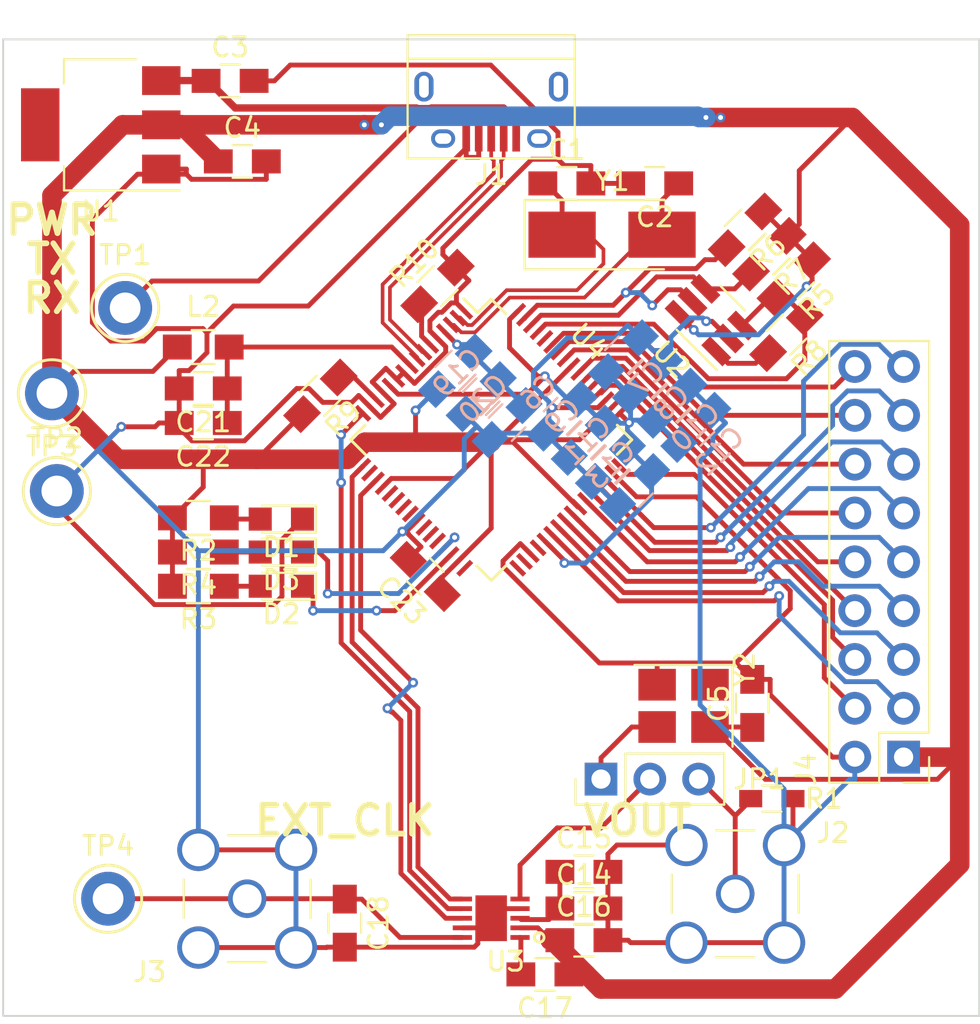
<source format=kicad_pcb>
(kicad_pcb (version 20171130) (host pcbnew "(5.1.12)-1")

  (general
    (thickness 1.6)
    (drawings 15)
    (tracks 636)
    (zones 0)
    (modules 53)
    (nets 61)
  )

  (page A4)
  (layers
    (0 F.Cu signal)
    (31 B.Cu signal)
    (32 B.Adhes user hide)
    (33 F.Adhes user hide)
    (34 B.Paste user)
    (35 F.Paste user)
    (36 B.SilkS user)
    (37 F.SilkS user hide)
    (38 B.Mask user hide)
    (39 F.Mask user)
    (40 Dwgs.User user)
    (41 Cmts.User user)
    (42 Eco1.User user hide)
    (43 Eco2.User user hide)
    (44 Edge.Cuts user)
    (45 Margin user)
    (46 B.CrtYd user)
    (47 F.CrtYd user)
    (48 B.Fab user hide)
    (49 F.Fab user)
  )

  (setup
    (last_trace_width 0.254)
    (trace_clearance 0.1778)
    (zone_clearance 0.508)
    (zone_45_only no)
    (trace_min 0.1524)
    (via_size 0.508)
    (via_drill 0.254)
    (via_min_size 0.254)
    (via_min_drill 0.254)
    (uvia_size 0.3)
    (uvia_drill 0.1)
    (uvias_allowed no)
    (uvia_min_size 0.2)
    (uvia_min_drill 0.1)
    (edge_width 0.1)
    (segment_width 0.2)
    (pcb_text_width 0.3)
    (pcb_text_size 1.5 1.5)
    (mod_edge_width 0.15)
    (mod_text_size 1 1)
    (mod_text_width 0.15)
    (pad_size 1.5 1.5)
    (pad_drill 0.6)
    (pad_to_mask_clearance 0)
    (aux_axis_origin 0 0)
    (visible_elements 7FFEFFFF)
    (pcbplotparams
      (layerselection 0x00030_80000001)
      (usegerberextensions false)
      (usegerberattributes true)
      (usegerberadvancedattributes true)
      (creategerberjobfile true)
      (excludeedgelayer true)
      (linewidth 0.100000)
      (plotframeref false)
      (viasonmask false)
      (mode 1)
      (useauxorigin false)
      (hpglpennumber 1)
      (hpglpenspeed 20)
      (hpglpendiameter 15.000000)
      (psnegative false)
      (psa4output false)
      (plotreference true)
      (plotvalue true)
      (plotinvisibletext false)
      (padsonsilk false)
      (subtractmaskfromsilk false)
      (outputformat 1)
      (mirror false)
      (drillshape 0)
      (scaleselection 1)
      (outputdirectory ""))
  )

  (net 0 "")
  (net 1 "Net-(C3-Pad1)")
  (net 2 GNDA)
  (net 3 +3V3)
  (net 4 "Net-(C10-Pad1)")
  (net 5 "Net-(C14-Pad1)")
  (net 6 "Net-(C17-Pad2)")
  (net 7 "Net-(C18-Pad1)")
  (net 8 FTVPHY)
  (net 9 FTVPLL)
  (net 10 "Net-(D1-Pad2)")
  (net 11 "Net-(D2-Pad2)")
  (net 12 FTTXLED)
  (net 13 "Net-(D3-Pad2)")
  (net 14 FTRXLED)
  (net 15 USB_D-)
  (net 16 USB_D+)
  (net 17 "Net-(J2-Pad1)")
  (net 18 "Net-(J4-Pad3)")
  (net 19 "Net-(J4-Pad4)")
  (net 20 "Net-(J4-Pad5)")
  (net 21 "Net-(J4-Pad6)")
  (net 22 "Net-(J4-Pad7)")
  (net 23 "Net-(J4-Pad8)")
  (net 24 "Net-(J4-Pad9)")
  (net 25 "Net-(J4-Pad10)")
  (net 26 "Net-(J4-Pad11)")
  (net 27 "Net-(J4-Pad12)")
  (net 28 "Net-(J4-Pad13)")
  (net 29 "Net-(J4-Pad14)")
  (net 30 "Net-(J4-Pad15)")
  (net 31 "Net-(J4-Pad16)")
  (net 32 "Net-(J4-Pad17)")
  (net 33 "Net-(J4-Pad18)")
  (net 34 "Net-(JP1-Pad1)")
  (net 35 DAC_CLK)
  (net 36 EEDATA)
  (net 37 EECS)
  (net 38 EECLK)
  (net 39 "Net-(R8-Pad2)")
  (net 40 "Net-(R9-Pad1)")
  (net 41 "Net-(R10-Pad1)")
  (net 42 FTOSC-)
  (net 43 FTOSC+)
  (net 44 /SDATA)
  (net 45 /SCK)
  (net 46 /~FSYNC)
  (net 47 "Net-(U4-Pad18)")
  (net 48 "Net-(U4-Pad21)")
  (net 49 "Net-(U4-Pad22)")
  (net 50 "Net-(U4-Pad23)")
  (net 51 "Net-(U4-Pad24)")
  (net 52 "Net-(U4-Pad26)")
  (net 53 "Net-(U4-Pad27)")
  (net 54 "Net-(U4-Pad28)")
  (net 55 "Net-(U4-Pad32)")
  (net 56 "Net-(U4-Pad33)")
  (net 57 "Net-(U4-Pad34)")
  (net 58 "Net-(U4-Pad36)")
  (net 59 "Net-(U4-Pad60)")
  (net 60 "Net-(Y2-Pad1)")

  (net_class Default "This is the default net class."
    (clearance 0.1778)
    (trace_width 0.254)
    (via_dia 0.508)
    (via_drill 0.254)
    (uvia_dia 0.3)
    (uvia_drill 0.1)
    (add_net +3V3)
    (add_net /SCK)
    (add_net /SDATA)
    (add_net /~FSYNC)
    (add_net DAC_CLK)
    (add_net EECLK)
    (add_net EECS)
    (add_net EEDATA)
    (add_net FTOSC+)
    (add_net FTOSC-)
    (add_net FTRXLED)
    (add_net FTTXLED)
    (add_net FTVPHY)
    (add_net FTVPLL)
    (add_net GNDA)
    (add_net "Net-(C10-Pad1)")
    (add_net "Net-(C14-Pad1)")
    (add_net "Net-(C17-Pad2)")
    (add_net "Net-(C18-Pad1)")
    (add_net "Net-(C3-Pad1)")
    (add_net "Net-(D1-Pad2)")
    (add_net "Net-(D2-Pad2)")
    (add_net "Net-(D3-Pad2)")
    (add_net "Net-(J2-Pad1)")
    (add_net "Net-(J4-Pad10)")
    (add_net "Net-(J4-Pad11)")
    (add_net "Net-(J4-Pad12)")
    (add_net "Net-(J4-Pad13)")
    (add_net "Net-(J4-Pad14)")
    (add_net "Net-(J4-Pad15)")
    (add_net "Net-(J4-Pad16)")
    (add_net "Net-(J4-Pad17)")
    (add_net "Net-(J4-Pad18)")
    (add_net "Net-(J4-Pad3)")
    (add_net "Net-(J4-Pad4)")
    (add_net "Net-(J4-Pad5)")
    (add_net "Net-(J4-Pad6)")
    (add_net "Net-(J4-Pad7)")
    (add_net "Net-(J4-Pad8)")
    (add_net "Net-(J4-Pad9)")
    (add_net "Net-(JP1-Pad1)")
    (add_net "Net-(R10-Pad1)")
    (add_net "Net-(R8-Pad2)")
    (add_net "Net-(R9-Pad1)")
    (add_net "Net-(U4-Pad18)")
    (add_net "Net-(U4-Pad21)")
    (add_net "Net-(U4-Pad22)")
    (add_net "Net-(U4-Pad23)")
    (add_net "Net-(U4-Pad24)")
    (add_net "Net-(U4-Pad26)")
    (add_net "Net-(U4-Pad27)")
    (add_net "Net-(U4-Pad28)")
    (add_net "Net-(U4-Pad32)")
    (add_net "Net-(U4-Pad33)")
    (add_net "Net-(U4-Pad34)")
    (add_net "Net-(U4-Pad36)")
    (add_net "Net-(U4-Pad60)")
    (add_net "Net-(Y2-Pad1)")
    (add_net USB_D+)
    (add_net USB_D-)
  )

  (net_class Power ""
    (clearance 0.1778)
    (trace_width 0.508)
    (via_dia 0.508)
    (via_drill 0.254)
    (uvia_dia 0.3)
    (uvia_drill 0.1)
  )

  (module Capacitors_SMD:C_0805_HandSoldering (layer F.Cu) (tedit 58AA84A8) (tstamp 58E59AB4)
    (at 52.197 25.273)
    (descr "Capacitor SMD 0805, hand soldering")
    (tags "capacitor 0805")
    (path /58E974F6)
    (attr smd)
    (fp_text reference C1 (at 0 -1.75) (layer F.SilkS)
      (effects (font (size 1 1) (thickness 0.15)))
    )
    (fp_text value 27p (at 0 1.75) (layer F.Fab)
      (effects (font (size 1 1) (thickness 0.15)))
    )
    (fp_line (start 2.25 0.87) (end -2.25 0.87) (layer F.CrtYd) (width 0.05))
    (fp_line (start 2.25 0.87) (end 2.25 -0.88) (layer F.CrtYd) (width 0.05))
    (fp_line (start -2.25 -0.88) (end -2.25 0.87) (layer F.CrtYd) (width 0.05))
    (fp_line (start -2.25 -0.88) (end 2.25 -0.88) (layer F.CrtYd) (width 0.05))
    (fp_line (start -0.5 0.85) (end 0.5 0.85) (layer F.SilkS) (width 0.12))
    (fp_line (start 0.5 -0.85) (end -0.5 -0.85) (layer F.SilkS) (width 0.12))
    (fp_line (start -1 -0.62) (end 1 -0.62) (layer F.Fab) (width 0.1))
    (fp_line (start 1 -0.62) (end 1 0.62) (layer F.Fab) (width 0.1))
    (fp_line (start 1 0.62) (end -1 0.62) (layer F.Fab) (width 0.1))
    (fp_line (start -1 0.62) (end -1 -0.62) (layer F.Fab) (width 0.1))
    (fp_text user %R (at 0 -1.75) (layer F.Fab)
      (effects (font (size 1 1) (thickness 0.15)))
    )
    (pad 1 smd rect (at -1.25 0) (size 1.5 1.25) (layers F.Cu F.Paste F.Mask)
      (net 42 FTOSC-))
    (pad 2 smd rect (at 1.25 0) (size 1.5 1.25) (layers F.Cu F.Paste F.Mask)
      (net 2 GNDA))
    (model Capacitors_SMD.3dshapes/C_0805.wrl
      (at (xyz 0 0 0))
      (scale (xyz 1 1 1))
      (rotate (xyz 0 0 0))
    )
  )

  (module Capacitors_SMD:C_0805_HandSoldering (layer F.Cu) (tedit 58AA84A8) (tstamp 58E59AC5)
    (at 56.769 25.273 180)
    (descr "Capacitor SMD 0805, hand soldering")
    (tags "capacitor 0805")
    (path /58E97741)
    (attr smd)
    (fp_text reference C2 (at 0 -1.75 180) (layer F.SilkS)
      (effects (font (size 1 1) (thickness 0.15)))
    )
    (fp_text value 27p (at 0 1.75 180) (layer F.Fab)
      (effects (font (size 1 1) (thickness 0.15)))
    )
    (fp_line (start 2.25 0.87) (end -2.25 0.87) (layer F.CrtYd) (width 0.05))
    (fp_line (start 2.25 0.87) (end 2.25 -0.88) (layer F.CrtYd) (width 0.05))
    (fp_line (start -2.25 -0.88) (end -2.25 0.87) (layer F.CrtYd) (width 0.05))
    (fp_line (start -2.25 -0.88) (end 2.25 -0.88) (layer F.CrtYd) (width 0.05))
    (fp_line (start -0.5 0.85) (end 0.5 0.85) (layer F.SilkS) (width 0.12))
    (fp_line (start 0.5 -0.85) (end -0.5 -0.85) (layer F.SilkS) (width 0.12))
    (fp_line (start -1 -0.62) (end 1 -0.62) (layer F.Fab) (width 0.1))
    (fp_line (start 1 -0.62) (end 1 0.62) (layer F.Fab) (width 0.1))
    (fp_line (start 1 0.62) (end -1 0.62) (layer F.Fab) (width 0.1))
    (fp_line (start -1 0.62) (end -1 -0.62) (layer F.Fab) (width 0.1))
    (fp_text user %R (at 0 -1.75 180) (layer F.Fab)
      (effects (font (size 1 1) (thickness 0.15)))
    )
    (pad 1 smd rect (at -1.25 0 180) (size 1.5 1.25) (layers F.Cu F.Paste F.Mask)
      (net 43 FTOSC+))
    (pad 2 smd rect (at 1.25 0 180) (size 1.5 1.25) (layers F.Cu F.Paste F.Mask)
      (net 2 GNDA))
    (model Capacitors_SMD.3dshapes/C_0805.wrl
      (at (xyz 0 0 0))
      (scale (xyz 1 1 1))
      (rotate (xyz 0 0 0))
    )
  )

  (module Capacitors_SMD:C_0805_HandSoldering (layer F.Cu) (tedit 58AA84A8) (tstamp 58E59AD6)
    (at 34.671 19.939)
    (descr "Capacitor SMD 0805, hand soldering")
    (tags "capacitor 0805")
    (path /58E9146D)
    (attr smd)
    (fp_text reference C3 (at 0 -1.75) (layer F.SilkS)
      (effects (font (size 1 1) (thickness 0.15)))
    )
    (fp_text value 100n (at 0 1.75) (layer F.Fab)
      (effects (font (size 1 1) (thickness 0.15)))
    )
    (fp_line (start 2.25 0.87) (end -2.25 0.87) (layer F.CrtYd) (width 0.05))
    (fp_line (start 2.25 0.87) (end 2.25 -0.88) (layer F.CrtYd) (width 0.05))
    (fp_line (start -2.25 -0.88) (end -2.25 0.87) (layer F.CrtYd) (width 0.05))
    (fp_line (start -2.25 -0.88) (end 2.25 -0.88) (layer F.CrtYd) (width 0.05))
    (fp_line (start -0.5 0.85) (end 0.5 0.85) (layer F.SilkS) (width 0.12))
    (fp_line (start 0.5 -0.85) (end -0.5 -0.85) (layer F.SilkS) (width 0.12))
    (fp_line (start -1 -0.62) (end 1 -0.62) (layer F.Fab) (width 0.1))
    (fp_line (start 1 -0.62) (end 1 0.62) (layer F.Fab) (width 0.1))
    (fp_line (start 1 0.62) (end -1 0.62) (layer F.Fab) (width 0.1))
    (fp_line (start -1 0.62) (end -1 -0.62) (layer F.Fab) (width 0.1))
    (fp_text user %R (at 0 -1.75) (layer F.Fab)
      (effects (font (size 1 1) (thickness 0.15)))
    )
    (pad 1 smd rect (at -1.25 0) (size 1.5 1.25) (layers F.Cu F.Paste F.Mask)
      (net 1 "Net-(C3-Pad1)"))
    (pad 2 smd rect (at 1.25 0) (size 1.5 1.25) (layers F.Cu F.Paste F.Mask)
      (net 2 GNDA))
    (model Capacitors_SMD.3dshapes/C_0805.wrl
      (at (xyz 0 0 0))
      (scale (xyz 1 1 1))
      (rotate (xyz 0 0 0))
    )
  )

  (module Capacitors_SMD:C_0805_HandSoldering (layer F.Cu) (tedit 58AA84A8) (tstamp 58E59AE7)
    (at 35.306 24.13)
    (descr "Capacitor SMD 0805, hand soldering")
    (tags "capacitor 0805")
    (path /58ED75FD)
    (attr smd)
    (fp_text reference C4 (at 0 -1.75) (layer F.SilkS)
      (effects (font (size 1 1) (thickness 0.15)))
    )
    (fp_text value 10u (at 0 1.75) (layer F.Fab)
      (effects (font (size 1 1) (thickness 0.15)))
    )
    (fp_line (start 2.25 0.87) (end -2.25 0.87) (layer F.CrtYd) (width 0.05))
    (fp_line (start 2.25 0.87) (end 2.25 -0.88) (layer F.CrtYd) (width 0.05))
    (fp_line (start -2.25 -0.88) (end -2.25 0.87) (layer F.CrtYd) (width 0.05))
    (fp_line (start -2.25 -0.88) (end 2.25 -0.88) (layer F.CrtYd) (width 0.05))
    (fp_line (start -0.5 0.85) (end 0.5 0.85) (layer F.SilkS) (width 0.12))
    (fp_line (start 0.5 -0.85) (end -0.5 -0.85) (layer F.SilkS) (width 0.12))
    (fp_line (start -1 -0.62) (end 1 -0.62) (layer F.Fab) (width 0.1))
    (fp_line (start 1 -0.62) (end 1 0.62) (layer F.Fab) (width 0.1))
    (fp_line (start 1 0.62) (end -1 0.62) (layer F.Fab) (width 0.1))
    (fp_line (start -1 0.62) (end -1 -0.62) (layer F.Fab) (width 0.1))
    (fp_text user %R (at 0 -1.75) (layer F.Fab)
      (effects (font (size 1 1) (thickness 0.15)))
    )
    (pad 1 smd rect (at -1.25 0) (size 1.5 1.25) (layers F.Cu F.Paste F.Mask)
      (net 3 +3V3))
    (pad 2 smd rect (at 1.25 0) (size 1.5 1.25) (layers F.Cu F.Paste F.Mask)
      (net 2 GNDA))
    (model Capacitors_SMD.3dshapes/C_0805.wrl
      (at (xyz 0 0 0))
      (scale (xyz 1 1 1))
      (rotate (xyz 0 0 0))
    )
  )

  (module Capacitors_SMD:C_0805_HandSoldering (layer F.Cu) (tedit 58AA84A8) (tstamp 58E59AF8)
    (at 61.849 52.324 90)
    (descr "Capacitor SMD 0805, hand soldering")
    (tags "capacitor 0805")
    (path /58ECB60D)
    (attr smd)
    (fp_text reference C5 (at 0 -1.75 90) (layer F.SilkS)
      (effects (font (size 1 1) (thickness 0.15)))
    )
    (fp_text value 100n (at 0 1.75 90) (layer F.Fab)
      (effects (font (size 1 1) (thickness 0.15)))
    )
    (fp_line (start 2.25 0.87) (end -2.25 0.87) (layer F.CrtYd) (width 0.05))
    (fp_line (start 2.25 0.87) (end 2.25 -0.88) (layer F.CrtYd) (width 0.05))
    (fp_line (start -2.25 -0.88) (end -2.25 0.87) (layer F.CrtYd) (width 0.05))
    (fp_line (start -2.25 -0.88) (end 2.25 -0.88) (layer F.CrtYd) (width 0.05))
    (fp_line (start -0.5 0.85) (end 0.5 0.85) (layer F.SilkS) (width 0.12))
    (fp_line (start 0.5 -0.85) (end -0.5 -0.85) (layer F.SilkS) (width 0.12))
    (fp_line (start -1 -0.62) (end 1 -0.62) (layer F.Fab) (width 0.1))
    (fp_line (start 1 -0.62) (end 1 0.62) (layer F.Fab) (width 0.1))
    (fp_line (start 1 0.62) (end -1 0.62) (layer F.Fab) (width 0.1))
    (fp_line (start -1 0.62) (end -1 -0.62) (layer F.Fab) (width 0.1))
    (fp_text user %R (at 0 -1.75 90) (layer F.Fab)
      (effects (font (size 1 1) (thickness 0.15)))
    )
    (pad 1 smd rect (at -1.25 0 90) (size 1.5 1.25) (layers F.Cu F.Paste F.Mask)
      (net 3 +3V3))
    (pad 2 smd rect (at 1.25 0 90) (size 1.5 1.25) (layers F.Cu F.Paste F.Mask)
      (net 2 GNDA))
    (model Capacitors_SMD.3dshapes/C_0805.wrl
      (at (xyz 0 0 0))
      (scale (xyz 1 1 1))
      (rotate (xyz 0 0 0))
    )
  )

  (module Capacitors_SMD:C_0805_HandSoldering (layer B.Cu) (tedit 58AA84A8) (tstamp 58E59B09)
    (at 51.952 37.3783 225)
    (descr "Capacitor SMD 0805, hand soldering")
    (tags "capacitor 0805")
    (path /58E9A34A)
    (attr smd)
    (fp_text reference C6 (at 0 1.75 225) (layer B.SilkS)
      (effects (font (size 1 1) (thickness 0.15)) (justify mirror))
    )
    (fp_text value 3.3u (at 0 -1.75 225) (layer B.Fab)
      (effects (font (size 1 1) (thickness 0.15)) (justify mirror))
    )
    (fp_line (start 2.25 -0.87) (end -2.25 -0.87) (layer B.CrtYd) (width 0.05))
    (fp_line (start 2.25 -0.87) (end 2.25 0.88) (layer B.CrtYd) (width 0.05))
    (fp_line (start -2.25 0.88) (end -2.25 -0.87) (layer B.CrtYd) (width 0.05))
    (fp_line (start -2.25 0.88) (end 2.25 0.88) (layer B.CrtYd) (width 0.05))
    (fp_line (start -0.5 -0.85) (end 0.5 -0.85) (layer B.SilkS) (width 0.12))
    (fp_line (start 0.5 0.85) (end -0.5 0.85) (layer B.SilkS) (width 0.12))
    (fp_line (start -1 0.62) (end 1 0.62) (layer B.Fab) (width 0.1))
    (fp_line (start 1 0.62) (end 1 -0.62) (layer B.Fab) (width 0.1))
    (fp_line (start 1 -0.62) (end -1 -0.62) (layer B.Fab) (width 0.1))
    (fp_line (start -1 -0.62) (end -1 0.62) (layer B.Fab) (width 0.1))
    (fp_text user %R (at 0 1.75 225) (layer B.Fab)
      (effects (font (size 1 1) (thickness 0.15)) (justify mirror))
    )
    (pad 1 smd rect (at -1.25 0 225) (size 1.5 1.25) (layers B.Cu B.Paste B.Mask)
      (net 4 "Net-(C10-Pad1)"))
    (pad 2 smd rect (at 1.25 0 225) (size 1.5 1.25) (layers B.Cu B.Paste B.Mask)
      (net 2 GNDA))
    (model Capacitors_SMD.3dshapes/C_0805.wrl
      (at (xyz 0 0 0))
      (scale (xyz 1 1 1))
      (rotate (xyz 0 0 0))
    )
  )

  (module Capacitors_SMD:C_0805_HandSoldering (layer B.Cu) (tedit 58AA84A8) (tstamp 58E59B1A)
    (at 55.14 34.1903 45)
    (descr "Capacitor SMD 0805, hand soldering")
    (tags "capacitor 0805")
    (path /58E9A4F5)
    (attr smd)
    (fp_text reference C7 (at 0 1.75 45) (layer B.SilkS)
      (effects (font (size 1 1) (thickness 0.15)) (justify mirror))
    )
    (fp_text value 100n (at 0 -1.75 45) (layer B.Fab)
      (effects (font (size 1 1) (thickness 0.15)) (justify mirror))
    )
    (fp_line (start 2.25 -0.87) (end -2.25 -0.87) (layer B.CrtYd) (width 0.05))
    (fp_line (start 2.25 -0.87) (end 2.25 0.88) (layer B.CrtYd) (width 0.05))
    (fp_line (start -2.25 0.88) (end -2.25 -0.87) (layer B.CrtYd) (width 0.05))
    (fp_line (start -2.25 0.88) (end 2.25 0.88) (layer B.CrtYd) (width 0.05))
    (fp_line (start -0.5 -0.85) (end 0.5 -0.85) (layer B.SilkS) (width 0.12))
    (fp_line (start 0.5 0.85) (end -0.5 0.85) (layer B.SilkS) (width 0.12))
    (fp_line (start -1 0.62) (end 1 0.62) (layer B.Fab) (width 0.1))
    (fp_line (start 1 0.62) (end 1 -0.62) (layer B.Fab) (width 0.1))
    (fp_line (start 1 -0.62) (end -1 -0.62) (layer B.Fab) (width 0.1))
    (fp_line (start -1 -0.62) (end -1 0.62) (layer B.Fab) (width 0.1))
    (fp_text user %R (at 0 1.75 45) (layer B.Fab)
      (effects (font (size 1 1) (thickness 0.15)) (justify mirror))
    )
    (pad 1 smd rect (at -1.25 0 45) (size 1.5 1.25) (layers B.Cu B.Paste B.Mask)
      (net 4 "Net-(C10-Pad1)"))
    (pad 2 smd rect (at 1.25 0 45) (size 1.5 1.25) (layers B.Cu B.Paste B.Mask)
      (net 2 GNDA))
    (model Capacitors_SMD.3dshapes/C_0805.wrl
      (at (xyz 0 0 0))
      (scale (xyz 1 1 1))
      (rotate (xyz 0 0 0))
    )
  )

  (module Capacitors_SMD:C_0805_HandSoldering (layer B.Cu) (tedit 58AA84A8) (tstamp 58E59B2B)
    (at 56.3973 35.4475 45)
    (descr "Capacitor SMD 0805, hand soldering")
    (tags "capacitor 0805")
    (path /58E9A564)
    (attr smd)
    (fp_text reference C8 (at 0 1.75 45) (layer B.SilkS)
      (effects (font (size 1 1) (thickness 0.15)) (justify mirror))
    )
    (fp_text value 100n (at 0 -1.75 45) (layer B.Fab)
      (effects (font (size 1 1) (thickness 0.15)) (justify mirror))
    )
    (fp_line (start 2.25 -0.87) (end -2.25 -0.87) (layer B.CrtYd) (width 0.05))
    (fp_line (start 2.25 -0.87) (end 2.25 0.88) (layer B.CrtYd) (width 0.05))
    (fp_line (start -2.25 0.88) (end -2.25 -0.87) (layer B.CrtYd) (width 0.05))
    (fp_line (start -2.25 0.88) (end 2.25 0.88) (layer B.CrtYd) (width 0.05))
    (fp_line (start -0.5 -0.85) (end 0.5 -0.85) (layer B.SilkS) (width 0.12))
    (fp_line (start 0.5 0.85) (end -0.5 0.85) (layer B.SilkS) (width 0.12))
    (fp_line (start -1 0.62) (end 1 0.62) (layer B.Fab) (width 0.1))
    (fp_line (start 1 0.62) (end 1 -0.62) (layer B.Fab) (width 0.1))
    (fp_line (start 1 -0.62) (end -1 -0.62) (layer B.Fab) (width 0.1))
    (fp_line (start -1 -0.62) (end -1 0.62) (layer B.Fab) (width 0.1))
    (fp_text user %R (at 0 1.75 45) (layer B.Fab)
      (effects (font (size 1 1) (thickness 0.15)) (justify mirror))
    )
    (pad 1 smd rect (at -1.25 0 45) (size 1.5 1.25) (layers B.Cu B.Paste B.Mask)
      (net 4 "Net-(C10-Pad1)"))
    (pad 2 smd rect (at 1.25 0 45) (size 1.5 1.25) (layers B.Cu B.Paste B.Mask)
      (net 2 GNDA))
    (model Capacitors_SMD.3dshapes/C_0805.wrl
      (at (xyz 0 0 0))
      (scale (xyz 1 1 1))
      (rotate (xyz 0 0 0))
    )
  )

  (module Capacitors_SMD:C_0805_HandSoldering (layer B.Cu) (tedit 58AA84A8) (tstamp 58E59B3C)
    (at 53.2093 38.6355 225)
    (descr "Capacitor SMD 0805, hand soldering")
    (tags "capacitor 0805")
    (path /58E9A5C4)
    (attr smd)
    (fp_text reference C9 (at 0 1.75 225) (layer B.SilkS)
      (effects (font (size 1 1) (thickness 0.15)) (justify mirror))
    )
    (fp_text value 100n (at 0 -1.75 225) (layer B.Fab)
      (effects (font (size 1 1) (thickness 0.15)) (justify mirror))
    )
    (fp_line (start 2.25 -0.87) (end -2.25 -0.87) (layer B.CrtYd) (width 0.05))
    (fp_line (start 2.25 -0.87) (end 2.25 0.88) (layer B.CrtYd) (width 0.05))
    (fp_line (start -2.25 0.88) (end -2.25 -0.87) (layer B.CrtYd) (width 0.05))
    (fp_line (start -2.25 0.88) (end 2.25 0.88) (layer B.CrtYd) (width 0.05))
    (fp_line (start -0.5 -0.85) (end 0.5 -0.85) (layer B.SilkS) (width 0.12))
    (fp_line (start 0.5 0.85) (end -0.5 0.85) (layer B.SilkS) (width 0.12))
    (fp_line (start -1 0.62) (end 1 0.62) (layer B.Fab) (width 0.1))
    (fp_line (start 1 0.62) (end 1 -0.62) (layer B.Fab) (width 0.1))
    (fp_line (start 1 -0.62) (end -1 -0.62) (layer B.Fab) (width 0.1))
    (fp_line (start -1 -0.62) (end -1 0.62) (layer B.Fab) (width 0.1))
    (fp_text user %R (at 0 1.75 225) (layer B.Fab)
      (effects (font (size 1 1) (thickness 0.15)) (justify mirror))
    )
    (pad 1 smd rect (at -1.25 0 225) (size 1.5 1.25) (layers B.Cu B.Paste B.Mask)
      (net 4 "Net-(C10-Pad1)"))
    (pad 2 smd rect (at 1.25 0 225) (size 1.5 1.25) (layers B.Cu B.Paste B.Mask)
      (net 2 GNDA))
    (model Capacitors_SMD.3dshapes/C_0805.wrl
      (at (xyz 0 0 0))
      (scale (xyz 1 1 1))
      (rotate (xyz 0 0 0))
    )
  )

  (module Capacitors_SMD:C_0805_HandSoldering (layer B.Cu) (tedit 58AA84A8) (tstamp 58E59B4D)
    (at 57.6545 36.7048 45)
    (descr "Capacitor SMD 0805, hand soldering")
    (tags "capacitor 0805")
    (path /58E9A673)
    (attr smd)
    (fp_text reference C10 (at 0 1.75 45) (layer B.SilkS)
      (effects (font (size 1 1) (thickness 0.15)) (justify mirror))
    )
    (fp_text value 100n (at 0 -1.75 45) (layer B.Fab)
      (effects (font (size 1 1) (thickness 0.15)) (justify mirror))
    )
    (fp_line (start 2.25 -0.87) (end -2.25 -0.87) (layer B.CrtYd) (width 0.05))
    (fp_line (start 2.25 -0.87) (end 2.25 0.88) (layer B.CrtYd) (width 0.05))
    (fp_line (start -2.25 0.88) (end -2.25 -0.87) (layer B.CrtYd) (width 0.05))
    (fp_line (start -2.25 0.88) (end 2.25 0.88) (layer B.CrtYd) (width 0.05))
    (fp_line (start -0.5 -0.85) (end 0.5 -0.85) (layer B.SilkS) (width 0.12))
    (fp_line (start 0.5 0.85) (end -0.5 0.85) (layer B.SilkS) (width 0.12))
    (fp_line (start -1 0.62) (end 1 0.62) (layer B.Fab) (width 0.1))
    (fp_line (start 1 0.62) (end 1 -0.62) (layer B.Fab) (width 0.1))
    (fp_line (start 1 -0.62) (end -1 -0.62) (layer B.Fab) (width 0.1))
    (fp_line (start -1 -0.62) (end -1 0.62) (layer B.Fab) (width 0.1))
    (fp_text user %R (at 0 1.75 45) (layer B.Fab)
      (effects (font (size 1 1) (thickness 0.15)) (justify mirror))
    )
    (pad 1 smd rect (at -1.25 0 45) (size 1.5 1.25) (layers B.Cu B.Paste B.Mask)
      (net 4 "Net-(C10-Pad1)"))
    (pad 2 smd rect (at 1.25 0 45) (size 1.5 1.25) (layers B.Cu B.Paste B.Mask)
      (net 2 GNDA))
    (model Capacitors_SMD.3dshapes/C_0805.wrl
      (at (xyz 0 0 0))
      (scale (xyz 1 1 1))
      (rotate (xyz 0 0 0))
    )
  )

  (module Capacitors_SMD:C_0805_HandSoldering (layer B.Cu) (tedit 58AA84A8) (tstamp 58E59B5E)
    (at 54.4665 39.8928 225)
    (descr "Capacitor SMD 0805, hand soldering")
    (tags "capacitor 0805")
    (path /58E9A6EB)
    (attr smd)
    (fp_text reference C11 (at 0 1.75 225) (layer B.SilkS)
      (effects (font (size 1 1) (thickness 0.15)) (justify mirror))
    )
    (fp_text value 100n (at 0 -1.75 225) (layer B.Fab)
      (effects (font (size 1 1) (thickness 0.15)) (justify mirror))
    )
    (fp_line (start 2.25 -0.87) (end -2.25 -0.87) (layer B.CrtYd) (width 0.05))
    (fp_line (start 2.25 -0.87) (end 2.25 0.88) (layer B.CrtYd) (width 0.05))
    (fp_line (start -2.25 0.88) (end -2.25 -0.87) (layer B.CrtYd) (width 0.05))
    (fp_line (start -2.25 0.88) (end 2.25 0.88) (layer B.CrtYd) (width 0.05))
    (fp_line (start -0.5 -0.85) (end 0.5 -0.85) (layer B.SilkS) (width 0.12))
    (fp_line (start 0.5 0.85) (end -0.5 0.85) (layer B.SilkS) (width 0.12))
    (fp_line (start -1 0.62) (end 1 0.62) (layer B.Fab) (width 0.1))
    (fp_line (start 1 0.62) (end 1 -0.62) (layer B.Fab) (width 0.1))
    (fp_line (start 1 -0.62) (end -1 -0.62) (layer B.Fab) (width 0.1))
    (fp_line (start -1 -0.62) (end -1 0.62) (layer B.Fab) (width 0.1))
    (fp_text user %R (at 0 1.75 225) (layer B.Fab)
      (effects (font (size 1 1) (thickness 0.15)) (justify mirror))
    )
    (pad 1 smd rect (at -1.25 0 225) (size 1.5 1.25) (layers B.Cu B.Paste B.Mask)
      (net 4 "Net-(C10-Pad1)"))
    (pad 2 smd rect (at 1.25 0 225) (size 1.5 1.25) (layers B.Cu B.Paste B.Mask)
      (net 2 GNDA))
    (model Capacitors_SMD.3dshapes/C_0805.wrl
      (at (xyz 0 0 0))
      (scale (xyz 1 1 1))
      (rotate (xyz 0 0 0))
    )
  )

  (module Capacitors_SMD:C_0805_HandSoldering (layer B.Cu) (tedit 58AA84A8) (tstamp 58E59B6F)
    (at 58.9117 37.962 45)
    (descr "Capacitor SMD 0805, hand soldering")
    (tags "capacitor 0805")
    (path /58E9A752)
    (attr smd)
    (fp_text reference C12 (at 0 1.75 45) (layer B.SilkS)
      (effects (font (size 1 1) (thickness 0.15)) (justify mirror))
    )
    (fp_text value 100n (at 0 -1.75 45) (layer B.Fab)
      (effects (font (size 1 1) (thickness 0.15)) (justify mirror))
    )
    (fp_line (start 2.25 -0.87) (end -2.25 -0.87) (layer B.CrtYd) (width 0.05))
    (fp_line (start 2.25 -0.87) (end 2.25 0.88) (layer B.CrtYd) (width 0.05))
    (fp_line (start -2.25 0.88) (end -2.25 -0.87) (layer B.CrtYd) (width 0.05))
    (fp_line (start -2.25 0.88) (end 2.25 0.88) (layer B.CrtYd) (width 0.05))
    (fp_line (start -0.5 -0.85) (end 0.5 -0.85) (layer B.SilkS) (width 0.12))
    (fp_line (start 0.5 0.85) (end -0.5 0.85) (layer B.SilkS) (width 0.12))
    (fp_line (start -1 0.62) (end 1 0.62) (layer B.Fab) (width 0.1))
    (fp_line (start 1 0.62) (end 1 -0.62) (layer B.Fab) (width 0.1))
    (fp_line (start 1 -0.62) (end -1 -0.62) (layer B.Fab) (width 0.1))
    (fp_line (start -1 -0.62) (end -1 0.62) (layer B.Fab) (width 0.1))
    (fp_text user %R (at 0 1.75 45) (layer B.Fab)
      (effects (font (size 1 1) (thickness 0.15)) (justify mirror))
    )
    (pad 1 smd rect (at -1.25 0 45) (size 1.5 1.25) (layers B.Cu B.Paste B.Mask)
      (net 4 "Net-(C10-Pad1)"))
    (pad 2 smd rect (at 1.25 0 45) (size 1.5 1.25) (layers B.Cu B.Paste B.Mask)
      (net 2 GNDA))
    (model Capacitors_SMD.3dshapes/C_0805.wrl
      (at (xyz 0 0 0))
      (scale (xyz 1 1 1))
      (rotate (xyz 0 0 0))
    )
  )

  (module Capacitors_SMD:C_0805_HandSoldering (layer B.Cu) (tedit 58AA84A8) (tstamp 58E59B80)
    (at 55.7238 41.15 225)
    (descr "Capacitor SMD 0805, hand soldering")
    (tags "capacitor 0805")
    (path /58E9A7E6)
    (attr smd)
    (fp_text reference C13 (at 0 1.75 225) (layer B.SilkS)
      (effects (font (size 1 1) (thickness 0.15)) (justify mirror))
    )
    (fp_text value 100n (at 0 -1.75 225) (layer B.Fab)
      (effects (font (size 1 1) (thickness 0.15)) (justify mirror))
    )
    (fp_line (start 2.25 -0.87) (end -2.25 -0.87) (layer B.CrtYd) (width 0.05))
    (fp_line (start 2.25 -0.87) (end 2.25 0.88) (layer B.CrtYd) (width 0.05))
    (fp_line (start -2.25 0.88) (end -2.25 -0.87) (layer B.CrtYd) (width 0.05))
    (fp_line (start -2.25 0.88) (end 2.25 0.88) (layer B.CrtYd) (width 0.05))
    (fp_line (start -0.5 -0.85) (end 0.5 -0.85) (layer B.SilkS) (width 0.12))
    (fp_line (start 0.5 0.85) (end -0.5 0.85) (layer B.SilkS) (width 0.12))
    (fp_line (start -1 0.62) (end 1 0.62) (layer B.Fab) (width 0.1))
    (fp_line (start 1 0.62) (end 1 -0.62) (layer B.Fab) (width 0.1))
    (fp_line (start 1 -0.62) (end -1 -0.62) (layer B.Fab) (width 0.1))
    (fp_line (start -1 -0.62) (end -1 0.62) (layer B.Fab) (width 0.1))
    (fp_text user %R (at 0 1.75 225) (layer B.Fab)
      (effects (font (size 1 1) (thickness 0.15)) (justify mirror))
    )
    (pad 1 smd rect (at -1.25 0 225) (size 1.5 1.25) (layers B.Cu B.Paste B.Mask)
      (net 4 "Net-(C10-Pad1)"))
    (pad 2 smd rect (at 1.25 0 225) (size 1.5 1.25) (layers B.Cu B.Paste B.Mask)
      (net 2 GNDA))
    (model Capacitors_SMD.3dshapes/C_0805.wrl
      (at (xyz 0 0 0))
      (scale (xyz 1 1 1))
      (rotate (xyz 0 0 0))
    )
  )

  (module Capacitors_SMD:C_0805_HandSoldering (layer F.Cu) (tedit 58AA84A8) (tstamp 58E59B91)
    (at 53.086 62.992)
    (descr "Capacitor SMD 0805, hand soldering")
    (tags "capacitor 0805")
    (path /58EB83E6)
    (attr smd)
    (fp_text reference C14 (at 0 -1.75) (layer F.SilkS)
      (effects (font (size 1 1) (thickness 0.15)))
    )
    (fp_text value 100n (at 0 1.75) (layer F.Fab)
      (effects (font (size 1 1) (thickness 0.15)))
    )
    (fp_line (start 2.25 0.87) (end -2.25 0.87) (layer F.CrtYd) (width 0.05))
    (fp_line (start 2.25 0.87) (end 2.25 -0.88) (layer F.CrtYd) (width 0.05))
    (fp_line (start -2.25 -0.88) (end -2.25 0.87) (layer F.CrtYd) (width 0.05))
    (fp_line (start -2.25 -0.88) (end 2.25 -0.88) (layer F.CrtYd) (width 0.05))
    (fp_line (start -0.5 0.85) (end 0.5 0.85) (layer F.SilkS) (width 0.12))
    (fp_line (start 0.5 -0.85) (end -0.5 -0.85) (layer F.SilkS) (width 0.12))
    (fp_line (start -1 -0.62) (end 1 -0.62) (layer F.Fab) (width 0.1))
    (fp_line (start 1 -0.62) (end 1 0.62) (layer F.Fab) (width 0.1))
    (fp_line (start 1 0.62) (end -1 0.62) (layer F.Fab) (width 0.1))
    (fp_line (start -1 0.62) (end -1 -0.62) (layer F.Fab) (width 0.1))
    (fp_text user %R (at 0 -1.75) (layer F.Fab)
      (effects (font (size 1 1) (thickness 0.15)))
    )
    (pad 1 smd rect (at -1.25 0) (size 1.5 1.25) (layers F.Cu F.Paste F.Mask)
      (net 5 "Net-(C14-Pad1)"))
    (pad 2 smd rect (at 1.25 0) (size 1.5 1.25) (layers F.Cu F.Paste F.Mask)
      (net 2 GNDA))
    (model Capacitors_SMD.3dshapes/C_0805.wrl
      (at (xyz 0 0 0))
      (scale (xyz 1 1 1))
      (rotate (xyz 0 0 0))
    )
  )

  (module Capacitors_SMD:C_0805_HandSoldering (layer F.Cu) (tedit 58AA84A8) (tstamp 58E59BA2)
    (at 53.086 61.087)
    (descr "Capacitor SMD 0805, hand soldering")
    (tags "capacitor 0805")
    (path /58ED7B51)
    (attr smd)
    (fp_text reference C15 (at 0 -1.75) (layer F.SilkS)
      (effects (font (size 1 1) (thickness 0.15)))
    )
    (fp_text value 10u (at 0 1.75) (layer F.Fab)
      (effects (font (size 1 1) (thickness 0.15)))
    )
    (fp_line (start 2.25 0.87) (end -2.25 0.87) (layer F.CrtYd) (width 0.05))
    (fp_line (start 2.25 0.87) (end 2.25 -0.88) (layer F.CrtYd) (width 0.05))
    (fp_line (start -2.25 -0.88) (end -2.25 0.87) (layer F.CrtYd) (width 0.05))
    (fp_line (start -2.25 -0.88) (end 2.25 -0.88) (layer F.CrtYd) (width 0.05))
    (fp_line (start -0.5 0.85) (end 0.5 0.85) (layer F.SilkS) (width 0.12))
    (fp_line (start 0.5 -0.85) (end -0.5 -0.85) (layer F.SilkS) (width 0.12))
    (fp_line (start -1 -0.62) (end 1 -0.62) (layer F.Fab) (width 0.1))
    (fp_line (start 1 -0.62) (end 1 0.62) (layer F.Fab) (width 0.1))
    (fp_line (start 1 0.62) (end -1 0.62) (layer F.Fab) (width 0.1))
    (fp_line (start -1 0.62) (end -1 -0.62) (layer F.Fab) (width 0.1))
    (fp_text user %R (at 0 -1.75) (layer F.Fab)
      (effects (font (size 1 1) (thickness 0.15)))
    )
    (pad 1 smd rect (at -1.25 0) (size 1.5 1.25) (layers F.Cu F.Paste F.Mask)
      (net 5 "Net-(C14-Pad1)"))
    (pad 2 smd rect (at 1.25 0) (size 1.5 1.25) (layers F.Cu F.Paste F.Mask)
      (net 2 GNDA))
    (model Capacitors_SMD.3dshapes/C_0805.wrl
      (at (xyz 0 0 0))
      (scale (xyz 1 1 1))
      (rotate (xyz 0 0 0))
    )
  )

  (module Capacitors_SMD:C_0805_HandSoldering (layer F.Cu) (tedit 58AA84A8) (tstamp 58E59BB3)
    (at 53.086 64.643)
    (descr "Capacitor SMD 0805, hand soldering")
    (tags "capacitor 0805")
    (path /58EB7AE6)
    (attr smd)
    (fp_text reference C16 (at 0 -1.75) (layer F.SilkS)
      (effects (font (size 1 1) (thickness 0.15)))
    )
    (fp_text value 100n (at 0 1.75) (layer F.Fab)
      (effects (font (size 1 1) (thickness 0.15)))
    )
    (fp_line (start 2.25 0.87) (end -2.25 0.87) (layer F.CrtYd) (width 0.05))
    (fp_line (start 2.25 0.87) (end 2.25 -0.88) (layer F.CrtYd) (width 0.05))
    (fp_line (start -2.25 -0.88) (end -2.25 0.87) (layer F.CrtYd) (width 0.05))
    (fp_line (start -2.25 -0.88) (end 2.25 -0.88) (layer F.CrtYd) (width 0.05))
    (fp_line (start -0.5 0.85) (end 0.5 0.85) (layer F.SilkS) (width 0.12))
    (fp_line (start 0.5 -0.85) (end -0.5 -0.85) (layer F.SilkS) (width 0.12))
    (fp_line (start -1 -0.62) (end 1 -0.62) (layer F.Fab) (width 0.1))
    (fp_line (start 1 -0.62) (end 1 0.62) (layer F.Fab) (width 0.1))
    (fp_line (start 1 0.62) (end -1 0.62) (layer F.Fab) (width 0.1))
    (fp_line (start -1 0.62) (end -1 -0.62) (layer F.Fab) (width 0.1))
    (fp_text user %R (at 0 -1.75) (layer F.Fab)
      (effects (font (size 1 1) (thickness 0.15)))
    )
    (pad 1 smd rect (at -1.25 0) (size 1.5 1.25) (layers F.Cu F.Paste F.Mask)
      (net 3 +3V3))
    (pad 2 smd rect (at 1.25 0) (size 1.5 1.25) (layers F.Cu F.Paste F.Mask)
      (net 2 GNDA))
    (model Capacitors_SMD.3dshapes/C_0805.wrl
      (at (xyz 0 0 0))
      (scale (xyz 1 1 1))
      (rotate (xyz 0 0 0))
    )
  )

  (module Capacitors_SMD:C_0805_HandSoldering (layer F.Cu) (tedit 58AA84A8) (tstamp 58E59BC4)
    (at 51.054 66.421 180)
    (descr "Capacitor SMD 0805, hand soldering")
    (tags "capacitor 0805")
    (path /58EB6828)
    (attr smd)
    (fp_text reference C17 (at 0 -1.75 180) (layer F.SilkS)
      (effects (font (size 1 1) (thickness 0.15)))
    )
    (fp_text value 10n (at 0 1.75 180) (layer F.Fab)
      (effects (font (size 1 1) (thickness 0.15)))
    )
    (fp_line (start 2.25 0.87) (end -2.25 0.87) (layer F.CrtYd) (width 0.05))
    (fp_line (start 2.25 0.87) (end 2.25 -0.88) (layer F.CrtYd) (width 0.05))
    (fp_line (start -2.25 -0.88) (end -2.25 0.87) (layer F.CrtYd) (width 0.05))
    (fp_line (start -2.25 -0.88) (end 2.25 -0.88) (layer F.CrtYd) (width 0.05))
    (fp_line (start -0.5 0.85) (end 0.5 0.85) (layer F.SilkS) (width 0.12))
    (fp_line (start 0.5 -0.85) (end -0.5 -0.85) (layer F.SilkS) (width 0.12))
    (fp_line (start -1 -0.62) (end 1 -0.62) (layer F.Fab) (width 0.1))
    (fp_line (start 1 -0.62) (end 1 0.62) (layer F.Fab) (width 0.1))
    (fp_line (start 1 0.62) (end -1 0.62) (layer F.Fab) (width 0.1))
    (fp_line (start -1 0.62) (end -1 -0.62) (layer F.Fab) (width 0.1))
    (fp_text user %R (at 0 -1.75 180) (layer F.Fab)
      (effects (font (size 1 1) (thickness 0.15)))
    )
    (pad 1 smd rect (at -1.25 0 180) (size 1.5 1.25) (layers F.Cu F.Paste F.Mask)
      (net 3 +3V3))
    (pad 2 smd rect (at 1.25 0 180) (size 1.5 1.25) (layers F.Cu F.Paste F.Mask)
      (net 6 "Net-(C17-Pad2)"))
    (model Capacitors_SMD.3dshapes/C_0805.wrl
      (at (xyz 0 0 0))
      (scale (xyz 1 1 1))
      (rotate (xyz 0 0 0))
    )
  )

  (module Capacitors_SMD:C_0805_HandSoldering (layer F.Cu) (tedit 58AA84A8) (tstamp 58E59BD5)
    (at 40.64 63.754 270)
    (descr "Capacitor SMD 0805, hand soldering")
    (tags "capacitor 0805")
    (path /58EC2CE9)
    (attr smd)
    (fp_text reference C18 (at 0 -1.75 270) (layer F.SilkS)
      (effects (font (size 1 1) (thickness 0.15)))
    )
    (fp_text value 100n (at 0 1.75 270) (layer F.Fab)
      (effects (font (size 1 1) (thickness 0.15)))
    )
    (fp_line (start 2.25 0.87) (end -2.25 0.87) (layer F.CrtYd) (width 0.05))
    (fp_line (start 2.25 0.87) (end 2.25 -0.88) (layer F.CrtYd) (width 0.05))
    (fp_line (start -2.25 -0.88) (end -2.25 0.87) (layer F.CrtYd) (width 0.05))
    (fp_line (start -2.25 -0.88) (end 2.25 -0.88) (layer F.CrtYd) (width 0.05))
    (fp_line (start -0.5 0.85) (end 0.5 0.85) (layer F.SilkS) (width 0.12))
    (fp_line (start 0.5 -0.85) (end -0.5 -0.85) (layer F.SilkS) (width 0.12))
    (fp_line (start -1 -0.62) (end 1 -0.62) (layer F.Fab) (width 0.1))
    (fp_line (start 1 -0.62) (end 1 0.62) (layer F.Fab) (width 0.1))
    (fp_line (start 1 0.62) (end -1 0.62) (layer F.Fab) (width 0.1))
    (fp_line (start -1 0.62) (end -1 -0.62) (layer F.Fab) (width 0.1))
    (fp_text user %R (at 0 -1.75 270) (layer F.Fab)
      (effects (font (size 1 1) (thickness 0.15)))
    )
    (pad 1 smd rect (at -1.25 0 270) (size 1.5 1.25) (layers F.Cu F.Paste F.Mask)
      (net 7 "Net-(C18-Pad1)"))
    (pad 2 smd rect (at 1.25 0 270) (size 1.5 1.25) (layers F.Cu F.Paste F.Mask)
      (net 2 GNDA))
    (model Capacitors_SMD.3dshapes/C_0805.wrl
      (at (xyz 0 0 0))
      (scale (xyz 1 1 1))
      (rotate (xyz 0 0 0))
    )
  )

  (module Capacitors_SMD:C_0805_HandSoldering (layer B.Cu) (tedit 58AA84A8) (tstamp 58E59BE6)
    (at 47.7392 36.3672 225)
    (descr "Capacitor SMD 0805, hand soldering")
    (tags "capacitor 0805")
    (path /58ED6D98)
    (attr smd)
    (fp_text reference C19 (at 0 1.75 225) (layer B.SilkS)
      (effects (font (size 1 1) (thickness 0.15)) (justify mirror))
    )
    (fp_text value 4.7u (at 0 -1.75 225) (layer B.Fab)
      (effects (font (size 1 1) (thickness 0.15)) (justify mirror))
    )
    (fp_line (start 2.25 -0.87) (end -2.25 -0.87) (layer B.CrtYd) (width 0.05))
    (fp_line (start 2.25 -0.87) (end 2.25 0.88) (layer B.CrtYd) (width 0.05))
    (fp_line (start -2.25 0.88) (end -2.25 -0.87) (layer B.CrtYd) (width 0.05))
    (fp_line (start -2.25 0.88) (end 2.25 0.88) (layer B.CrtYd) (width 0.05))
    (fp_line (start -0.5 -0.85) (end 0.5 -0.85) (layer B.SilkS) (width 0.12))
    (fp_line (start 0.5 0.85) (end -0.5 0.85) (layer B.SilkS) (width 0.12))
    (fp_line (start -1 0.62) (end 1 0.62) (layer B.Fab) (width 0.1))
    (fp_line (start 1 0.62) (end 1 -0.62) (layer B.Fab) (width 0.1))
    (fp_line (start 1 -0.62) (end -1 -0.62) (layer B.Fab) (width 0.1))
    (fp_line (start -1 -0.62) (end -1 0.62) (layer B.Fab) (width 0.1))
    (fp_text user %R (at 0 1.75 225) (layer B.Fab)
      (effects (font (size 1 1) (thickness 0.15)) (justify mirror))
    )
    (pad 1 smd rect (at -1.25 0 225) (size 1.5 1.25) (layers B.Cu B.Paste B.Mask)
      (net 8 FTVPHY))
    (pad 2 smd rect (at 1.25 0 225) (size 1.5 1.25) (layers B.Cu B.Paste B.Mask)
      (net 2 GNDA))
    (model Capacitors_SMD.3dshapes/C_0805.wrl
      (at (xyz 0 0 0))
      (scale (xyz 1 1 1))
      (rotate (xyz 0 0 0))
    )
  )

  (module Capacitors_SMD:C_0805_HandSoldering (layer B.Cu) (tedit 58AA84A8) (tstamp 58E59BF7)
    (at 49.0862 37.7142 225)
    (descr "Capacitor SMD 0805, hand soldering")
    (tags "capacitor 0805")
    (path /58E9E777)
    (attr smd)
    (fp_text reference C20 (at 0 1.75 225) (layer B.SilkS)
      (effects (font (size 1 1) (thickness 0.15)) (justify mirror))
    )
    (fp_text value 100n (at 0 -1.75 225) (layer B.Fab)
      (effects (font (size 1 1) (thickness 0.15)) (justify mirror))
    )
    (fp_line (start 2.25 -0.87) (end -2.25 -0.87) (layer B.CrtYd) (width 0.05))
    (fp_line (start 2.25 -0.87) (end 2.25 0.88) (layer B.CrtYd) (width 0.05))
    (fp_line (start -2.25 0.88) (end -2.25 -0.87) (layer B.CrtYd) (width 0.05))
    (fp_line (start -2.25 0.88) (end 2.25 0.88) (layer B.CrtYd) (width 0.05))
    (fp_line (start -0.5 -0.85) (end 0.5 -0.85) (layer B.SilkS) (width 0.12))
    (fp_line (start 0.5 0.85) (end -0.5 0.85) (layer B.SilkS) (width 0.12))
    (fp_line (start -1 0.62) (end 1 0.62) (layer B.Fab) (width 0.1))
    (fp_line (start 1 0.62) (end 1 -0.62) (layer B.Fab) (width 0.1))
    (fp_line (start 1 -0.62) (end -1 -0.62) (layer B.Fab) (width 0.1))
    (fp_line (start -1 -0.62) (end -1 0.62) (layer B.Fab) (width 0.1))
    (fp_text user %R (at 0 1.75 225) (layer B.Fab)
      (effects (font (size 1 1) (thickness 0.15)) (justify mirror))
    )
    (pad 1 smd rect (at -1.25 0 225) (size 1.5 1.25) (layers B.Cu B.Paste B.Mask)
      (net 8 FTVPHY))
    (pad 2 smd rect (at 1.25 0 225) (size 1.5 1.25) (layers B.Cu B.Paste B.Mask)
      (net 2 GNDA))
    (model Capacitors_SMD.3dshapes/C_0805.wrl
      (at (xyz 0 0 0))
      (scale (xyz 1 1 1))
      (rotate (xyz 0 0 0))
    )
  )

  (module Capacitors_SMD:C_0805_HandSoldering (layer F.Cu) (tedit 58AA84A8) (tstamp 58E59C08)
    (at 33.272 35.9402 180)
    (descr "Capacitor SMD 0805, hand soldering")
    (tags "capacitor 0805")
    (path /58ED6A8D)
    (attr smd)
    (fp_text reference C21 (at 0 -1.75 180) (layer F.SilkS)
      (effects (font (size 1 1) (thickness 0.15)))
    )
    (fp_text value 4.7u (at 0 1.75 180) (layer F.Fab)
      (effects (font (size 1 1) (thickness 0.15)))
    )
    (fp_line (start 2.25 0.87) (end -2.25 0.87) (layer F.CrtYd) (width 0.05))
    (fp_line (start 2.25 0.87) (end 2.25 -0.88) (layer F.CrtYd) (width 0.05))
    (fp_line (start -2.25 -0.88) (end -2.25 0.87) (layer F.CrtYd) (width 0.05))
    (fp_line (start -2.25 -0.88) (end 2.25 -0.88) (layer F.CrtYd) (width 0.05))
    (fp_line (start -0.5 0.85) (end 0.5 0.85) (layer F.SilkS) (width 0.12))
    (fp_line (start 0.5 -0.85) (end -0.5 -0.85) (layer F.SilkS) (width 0.12))
    (fp_line (start -1 -0.62) (end 1 -0.62) (layer F.Fab) (width 0.1))
    (fp_line (start 1 -0.62) (end 1 0.62) (layer F.Fab) (width 0.1))
    (fp_line (start 1 0.62) (end -1 0.62) (layer F.Fab) (width 0.1))
    (fp_line (start -1 0.62) (end -1 -0.62) (layer F.Fab) (width 0.1))
    (fp_text user %R (at 0 -1.75 180) (layer F.Fab)
      (effects (font (size 1 1) (thickness 0.15)))
    )
    (pad 1 smd rect (at -1.25 0 180) (size 1.5 1.25) (layers F.Cu F.Paste F.Mask)
      (net 9 FTVPLL))
    (pad 2 smd rect (at 1.25 0 180) (size 1.5 1.25) (layers F.Cu F.Paste F.Mask)
      (net 2 GNDA))
    (model Capacitors_SMD.3dshapes/C_0805.wrl
      (at (xyz 0 0 0))
      (scale (xyz 1 1 1))
      (rotate (xyz 0 0 0))
    )
  )

  (module Capacitors_SMD:C_0805_HandSoldering (layer F.Cu) (tedit 58AA84A8) (tstamp 58E59C19)
    (at 33.272 37.7362 180)
    (descr "Capacitor SMD 0805, hand soldering")
    (tags "capacitor 0805")
    (path /58EA0739)
    (attr smd)
    (fp_text reference C22 (at 0 -1.75 180) (layer F.SilkS)
      (effects (font (size 1 1) (thickness 0.15)))
    )
    (fp_text value 100n (at 0 1.75 180) (layer F.Fab)
      (effects (font (size 1 1) (thickness 0.15)))
    )
    (fp_line (start 2.25 0.87) (end -2.25 0.87) (layer F.CrtYd) (width 0.05))
    (fp_line (start 2.25 0.87) (end 2.25 -0.88) (layer F.CrtYd) (width 0.05))
    (fp_line (start -2.25 -0.88) (end -2.25 0.87) (layer F.CrtYd) (width 0.05))
    (fp_line (start -2.25 -0.88) (end 2.25 -0.88) (layer F.CrtYd) (width 0.05))
    (fp_line (start -0.5 0.85) (end 0.5 0.85) (layer F.SilkS) (width 0.12))
    (fp_line (start 0.5 -0.85) (end -0.5 -0.85) (layer F.SilkS) (width 0.12))
    (fp_line (start -1 -0.62) (end 1 -0.62) (layer F.Fab) (width 0.1))
    (fp_line (start 1 -0.62) (end 1 0.62) (layer F.Fab) (width 0.1))
    (fp_line (start 1 0.62) (end -1 0.62) (layer F.Fab) (width 0.1))
    (fp_line (start -1 0.62) (end -1 -0.62) (layer F.Fab) (width 0.1))
    (fp_text user %R (at 0 -1.75 180) (layer F.Fab)
      (effects (font (size 1 1) (thickness 0.15)))
    )
    (pad 1 smd rect (at -1.25 0 180) (size 1.5 1.25) (layers F.Cu F.Paste F.Mask)
      (net 9 FTVPLL))
    (pad 2 smd rect (at 1.25 0 180) (size 1.5 1.25) (layers F.Cu F.Paste F.Mask)
      (net 2 GNDA))
    (model Capacitors_SMD.3dshapes/C_0805.wrl
      (at (xyz 0 0 0))
      (scale (xyz 1 1 1))
      (rotate (xyz 0 0 0))
    )
  )

  (module Capacitors_SMD:C_0805_HandSoldering (layer F.Cu) (tedit 58AA84A8) (tstamp 58E59C2A)
    (at 44.831 45.72 135)
    (descr "Capacitor SMD 0805, hand soldering")
    (tags "capacitor 0805")
    (path /58EE4933)
    (attr smd)
    (fp_text reference C23 (at 0 -1.75 135) (layer F.SilkS)
      (effects (font (size 1 1) (thickness 0.15)))
    )
    (fp_text value 100n (at 0 1.75 135) (layer F.Fab)
      (effects (font (size 1 1) (thickness 0.15)))
    )
    (fp_line (start 2.25 0.87) (end -2.25 0.87) (layer F.CrtYd) (width 0.05))
    (fp_line (start 2.25 0.87) (end 2.25 -0.88) (layer F.CrtYd) (width 0.05))
    (fp_line (start -2.25 -0.88) (end -2.25 0.87) (layer F.CrtYd) (width 0.05))
    (fp_line (start -2.25 -0.88) (end 2.25 -0.88) (layer F.CrtYd) (width 0.05))
    (fp_line (start -0.5 0.85) (end 0.5 0.85) (layer F.SilkS) (width 0.12))
    (fp_line (start 0.5 -0.85) (end -0.5 -0.85) (layer F.SilkS) (width 0.12))
    (fp_line (start -1 -0.62) (end 1 -0.62) (layer F.Fab) (width 0.1))
    (fp_line (start 1 -0.62) (end 1 0.62) (layer F.Fab) (width 0.1))
    (fp_line (start 1 0.62) (end -1 0.62) (layer F.Fab) (width 0.1))
    (fp_line (start -1 0.62) (end -1 -0.62) (layer F.Fab) (width 0.1))
    (fp_text user %R (at 0 -1.75 135) (layer F.Fab)
      (effects (font (size 1 1) (thickness 0.15)))
    )
    (pad 1 smd rect (at -1.25 0 135) (size 1.5 1.25) (layers F.Cu F.Paste F.Mask)
      (net 3 +3V3))
    (pad 2 smd rect (at 1.25 0 135) (size 1.5 1.25) (layers F.Cu F.Paste F.Mask)
      (net 2 GNDA))
    (model Capacitors_SMD.3dshapes/C_0805.wrl
      (at (xyz 0 0 0))
      (scale (xyz 1 1 1))
      (rotate (xyz 0 0 0))
    )
  )

  (module LEDs:LED_0805 (layer F.Cu) (tedit 57FE93EC) (tstamp 58E59C3F)
    (at 37.338 42.7355 180)
    (descr "LED 0805 smd package")
    (tags "LED led 0805 SMD smd SMT smt smdled SMDLED smtled SMTLED")
    (path /58EA19EE)
    (attr smd)
    (fp_text reference D1 (at 0 -1.45 180) (layer F.SilkS)
      (effects (font (size 1 1) (thickness 0.15)))
    )
    (fp_text value LED_Small (at 0 1.55 180) (layer F.Fab)
      (effects (font (size 1 1) (thickness 0.15)))
    )
    (fp_line (start -1.95 -0.85) (end 1.95 -0.85) (layer F.CrtYd) (width 0.05))
    (fp_line (start -1.95 0.85) (end -1.95 -0.85) (layer F.CrtYd) (width 0.05))
    (fp_line (start 1.95 0.85) (end -1.95 0.85) (layer F.CrtYd) (width 0.05))
    (fp_line (start 1.95 -0.85) (end 1.95 0.85) (layer F.CrtYd) (width 0.05))
    (fp_line (start -1.8 -0.7) (end 1 -0.7) (layer F.SilkS) (width 0.12))
    (fp_line (start -1.8 0.7) (end 1 0.7) (layer F.SilkS) (width 0.12))
    (fp_line (start -1 0.6) (end -1 -0.6) (layer F.Fab) (width 0.1))
    (fp_line (start -1 -0.6) (end 1 -0.6) (layer F.Fab) (width 0.1))
    (fp_line (start 1 -0.6) (end 1 0.6) (layer F.Fab) (width 0.1))
    (fp_line (start 1 0.6) (end -1 0.6) (layer F.Fab) (width 0.1))
    (fp_line (start 0.2 -0.4) (end 0.2 0.4) (layer F.Fab) (width 0.1))
    (fp_line (start 0.2 0.4) (end -0.4 0) (layer F.Fab) (width 0.1))
    (fp_line (start -0.4 0) (end 0.2 -0.4) (layer F.Fab) (width 0.1))
    (fp_line (start -0.4 -0.4) (end -0.4 0.4) (layer F.Fab) (width 0.1))
    (fp_line (start -1.8 -0.7) (end -1.8 0.7) (layer F.SilkS) (width 0.12))
    (pad 2 smd rect (at 1.1 0) (size 1.2 1.2) (layers F.Cu F.Paste F.Mask)
      (net 10 "Net-(D1-Pad2)"))
    (pad 1 smd rect (at -1.1 0) (size 1.2 1.2) (layers F.Cu F.Paste F.Mask)
      (net 2 GNDA))
    (model LEDs.3dshapes/LED_0805.wrl
      (at (xyz 0 0 0))
      (scale (xyz 1 1 1))
      (rotate (xyz 0 0 180))
    )
  )

  (module LEDs:LED_0805 (layer F.Cu) (tedit 57FE93EC) (tstamp 58E59C54)
    (at 37.338 46.228 180)
    (descr "LED 0805 smd package")
    (tags "LED led 0805 SMD smd SMT smt smdled SMDLED smtled SMTLED")
    (path /58EA8799)
    (attr smd)
    (fp_text reference D2 (at 0 -1.45 180) (layer F.SilkS)
      (effects (font (size 1 1) (thickness 0.15)))
    )
    (fp_text value LED_Small (at 0 1.55 180) (layer F.Fab)
      (effects (font (size 1 1) (thickness 0.15)))
    )
    (fp_line (start -1.95 -0.85) (end 1.95 -0.85) (layer F.CrtYd) (width 0.05))
    (fp_line (start -1.95 0.85) (end -1.95 -0.85) (layer F.CrtYd) (width 0.05))
    (fp_line (start 1.95 0.85) (end -1.95 0.85) (layer F.CrtYd) (width 0.05))
    (fp_line (start 1.95 -0.85) (end 1.95 0.85) (layer F.CrtYd) (width 0.05))
    (fp_line (start -1.8 -0.7) (end 1 -0.7) (layer F.SilkS) (width 0.12))
    (fp_line (start -1.8 0.7) (end 1 0.7) (layer F.SilkS) (width 0.12))
    (fp_line (start -1 0.6) (end -1 -0.6) (layer F.Fab) (width 0.1))
    (fp_line (start -1 -0.6) (end 1 -0.6) (layer F.Fab) (width 0.1))
    (fp_line (start 1 -0.6) (end 1 0.6) (layer F.Fab) (width 0.1))
    (fp_line (start 1 0.6) (end -1 0.6) (layer F.Fab) (width 0.1))
    (fp_line (start 0.2 -0.4) (end 0.2 0.4) (layer F.Fab) (width 0.1))
    (fp_line (start 0.2 0.4) (end -0.4 0) (layer F.Fab) (width 0.1))
    (fp_line (start -0.4 0) (end 0.2 -0.4) (layer F.Fab) (width 0.1))
    (fp_line (start -0.4 -0.4) (end -0.4 0.4) (layer F.Fab) (width 0.1))
    (fp_line (start -1.8 -0.7) (end -1.8 0.7) (layer F.SilkS) (width 0.12))
    (pad 2 smd rect (at 1.1 0) (size 1.2 1.2) (layers F.Cu F.Paste F.Mask)
      (net 11 "Net-(D2-Pad2)"))
    (pad 1 smd rect (at -1.1 0) (size 1.2 1.2) (layers F.Cu F.Paste F.Mask)
      (net 12 FTTXLED))
    (model LEDs.3dshapes/LED_0805.wrl
      (at (xyz 0 0 0))
      (scale (xyz 1 1 1))
      (rotate (xyz 0 0 180))
    )
  )

  (module LEDs:LED_0805 (layer F.Cu) (tedit 57FE93EC) (tstamp 58E59C69)
    (at 37.338 44.45 180)
    (descr "LED 0805 smd package")
    (tags "LED led 0805 SMD smd SMT smt smdled SMDLED smtled SMTLED")
    (path /58EA8BEC)
    (attr smd)
    (fp_text reference D3 (at 0 -1.45 180) (layer F.SilkS)
      (effects (font (size 1 1) (thickness 0.15)))
    )
    (fp_text value LED_Small (at 0 1.55 180) (layer F.Fab)
      (effects (font (size 1 1) (thickness 0.15)))
    )
    (fp_line (start -1.95 -0.85) (end 1.95 -0.85) (layer F.CrtYd) (width 0.05))
    (fp_line (start -1.95 0.85) (end -1.95 -0.85) (layer F.CrtYd) (width 0.05))
    (fp_line (start 1.95 0.85) (end -1.95 0.85) (layer F.CrtYd) (width 0.05))
    (fp_line (start 1.95 -0.85) (end 1.95 0.85) (layer F.CrtYd) (width 0.05))
    (fp_line (start -1.8 -0.7) (end 1 -0.7) (layer F.SilkS) (width 0.12))
    (fp_line (start -1.8 0.7) (end 1 0.7) (layer F.SilkS) (width 0.12))
    (fp_line (start -1 0.6) (end -1 -0.6) (layer F.Fab) (width 0.1))
    (fp_line (start -1 -0.6) (end 1 -0.6) (layer F.Fab) (width 0.1))
    (fp_line (start 1 -0.6) (end 1 0.6) (layer F.Fab) (width 0.1))
    (fp_line (start 1 0.6) (end -1 0.6) (layer F.Fab) (width 0.1))
    (fp_line (start 0.2 -0.4) (end 0.2 0.4) (layer F.Fab) (width 0.1))
    (fp_line (start 0.2 0.4) (end -0.4 0) (layer F.Fab) (width 0.1))
    (fp_line (start -0.4 0) (end 0.2 -0.4) (layer F.Fab) (width 0.1))
    (fp_line (start -0.4 -0.4) (end -0.4 0.4) (layer F.Fab) (width 0.1))
    (fp_line (start -1.8 -0.7) (end -1.8 0.7) (layer F.SilkS) (width 0.12))
    (pad 2 smd rect (at 1.1 0) (size 1.2 1.2) (layers F.Cu F.Paste F.Mask)
      (net 13 "Net-(D3-Pad2)"))
    (pad 1 smd rect (at -1.1 0) (size 1.2 1.2) (layers F.Cu F.Paste F.Mask)
      (net 14 FTRXLED))
    (model LEDs.3dshapes/LED_0805.wrl
      (at (xyz 0 0 0))
      (scale (xyz 1 1 1))
      (rotate (xyz 0 0 180))
    )
  )

  (module Connectors:USB_Micro-B locked (layer F.Cu) (tedit 0) (tstamp 58E59C7F)
    (at 48.26 21.59 180)
    (descr "Micro USB Type B Receptacle")
    (tags "USB USB_B USB_micro USB_OTG")
    (path /58E90E37)
    (attr smd)
    (fp_text reference J1 (at 0 -3.24 180) (layer F.SilkS)
      (effects (font (size 1 1) (thickness 0.15)))
    )
    (fp_text value USB_B (at 0 5.01 180) (layer F.Fab)
      (effects (font (size 1 1) (thickness 0.15)))
    )
    (fp_line (start -4.35 4.03) (end -4.35 -2.38) (layer F.SilkS) (width 0.12))
    (fp_line (start 4.35 2.8) (end -4.35 2.8) (layer F.SilkS) (width 0.12))
    (fp_line (start 4.35 -2.38) (end 4.35 4.03) (layer F.SilkS) (width 0.12))
    (fp_line (start -4.35 -2.38) (end 4.35 -2.38) (layer F.SilkS) (width 0.12))
    (fp_line (start -4.35 4.03) (end 4.35 4.03) (layer F.SilkS) (width 0.12))
    (fp_line (start -4.6 4.26) (end -4.6 -2.59) (layer F.CrtYd) (width 0.05))
    (fp_line (start 4.6 4.26) (end -4.6 4.26) (layer F.CrtYd) (width 0.05))
    (fp_line (start 4.6 -2.59) (end 4.6 4.26) (layer F.CrtYd) (width 0.05))
    (fp_line (start -4.6 -2.59) (end 4.6 -2.59) (layer F.CrtYd) (width 0.05))
    (pad 1 smd rect (at -1.3 -1.35 270) (size 1.35 0.4) (layers F.Cu F.Paste F.Mask)
      (net 1 "Net-(C3-Pad1)"))
    (pad 2 smd rect (at -0.65 -1.35 270) (size 1.35 0.4) (layers F.Cu F.Paste F.Mask)
      (net 15 USB_D-))
    (pad 3 smd rect (at 0 -1.35 270) (size 1.35 0.4) (layers F.Cu F.Paste F.Mask)
      (net 16 USB_D+))
    (pad 4 smd rect (at 0.65 -1.35 270) (size 1.35 0.4) (layers F.Cu F.Paste F.Mask)
      (net 2 GNDA))
    (pad 5 smd rect (at 1.3 -1.35 270) (size 1.35 0.4) (layers F.Cu F.Paste F.Mask)
      (net 2 GNDA))
    (pad 6 thru_hole oval (at -2.5 -1.35 270) (size 0.95 1.25) (drill oval 0.55 0.85) (layers *.Cu *.Mask))
    (pad 6 thru_hole oval (at 2.5 -1.35 270) (size 0.95 1.25) (drill oval 0.55 0.85) (layers *.Cu *.Mask))
    (pad 6 thru_hole oval (at -3.5 1.35 270) (size 1.55 1) (drill oval 1.15 0.5) (layers *.Cu *.Mask))
    (pad 6 thru_hole oval (at 3.5 1.35 270) (size 1.55 1) (drill oval 1.15 0.5) (layers *.Cu *.Mask))
  )

  (module Connectors:SMA_THT_Jack_Straight locked (layer F.Cu) (tedit 58C301F2) (tstamp 58E59CA7)
    (at 60.96 62.23)
    (descr "SMA pcb through hole jack")
    (tags "SMA THT Jack Straight")
    (path /58EC52EC)
    (fp_text reference J2 (at 5.08 -3.175) (layer F.SilkS)
      (effects (font (size 1 1) (thickness 0.15)))
    )
    (fp_text value EXT_CLK (at 0 5) (layer F.Fab)
      (effects (font (size 1 1) (thickness 0.15)))
    )
    (fp_circle (center 0 0) (end 0.635 0) (layer F.Fab) (width 0.1))
    (fp_circle (center 0 0) (end 2.04 0) (layer F.Fab) (width 0.1))
    (fp_line (start 2.03 3.05) (end 3.05 3.05) (layer F.Fab) (width 0.1))
    (fp_line (start 3.05 2.03) (end 3.05 3.05) (layer F.Fab) (width 0.1))
    (fp_line (start -3.05 3.05) (end -3.05 2.03) (layer F.Fab) (width 0.1))
    (fp_line (start -3.05 3.05) (end -2.03 3.05) (layer F.Fab) (width 0.1))
    (fp_line (start -3.05 -3.05) (end -2.03 -3.05) (layer F.Fab) (width 0.1))
    (fp_line (start -3.05 -3.05) (end -3.05 -2.03) (layer F.Fab) (width 0.1))
    (fp_line (start 3.05 -3.05) (end 3.05 -2.03) (layer F.Fab) (width 0.1))
    (fp_line (start 4.14 4.14) (end -4.14 4.14) (layer F.CrtYd) (width 0.05))
    (fp_line (start 4.14 4.14) (end 4.14 -4.14) (layer F.CrtYd) (width 0.05))
    (fp_line (start -4.14 -4.14) (end -4.14 4.14) (layer F.CrtYd) (width 0.05))
    (fp_line (start -4.14 -4.14) (end 4.14 -4.14) (layer F.CrtYd) (width 0.05))
    (fp_line (start 2.03 2.03) (end 2.03 3.05) (layer F.Fab) (width 0.1))
    (fp_line (start 3.05 2.03) (end 2.03 2.03) (layer F.Fab) (width 0.1))
    (fp_line (start 2.03 -2.03) (end 3.05 -2.03) (layer F.Fab) (width 0.1))
    (fp_line (start 2.03 -3.05) (end 2.03 -2.03) (layer F.Fab) (width 0.1))
    (fp_line (start -3.05 2.03) (end -2.03 2.03) (layer F.Fab) (width 0.1))
    (fp_line (start -2.03 2.03) (end -2.03 3.05) (layer F.Fab) (width 0.1))
    (fp_line (start -3.05 -2.03) (end -2.03 -2.03) (layer F.Fab) (width 0.1))
    (fp_line (start -2.03 -3.05) (end -2.03 -2.03) (layer F.Fab) (width 0.1))
    (fp_line (start -3.17 -3.17) (end 3.17 -3.17) (layer F.Fab) (width 0.1))
    (fp_line (start -3.17 -3.17) (end -3.17 3.17) (layer F.Fab) (width 0.1))
    (fp_line (start -3.17 3.17) (end 3.17 3.17) (layer F.Fab) (width 0.1))
    (fp_line (start 3.17 -3.17) (end 3.17 3.17) (layer F.Fab) (width 0.1))
    (fp_line (start -3.3 -1) (end -3.3 1) (layer F.SilkS) (width 0.12))
    (fp_line (start 3.3 -1) (end 3.3 1) (layer F.SilkS) (width 0.12))
    (fp_line (start -1 3.3) (end 1 3.3) (layer F.SilkS) (width 0.12))
    (fp_line (start -1 -3.3) (end 1 -3.3) (layer F.SilkS) (width 0.12))
    (fp_line (start 2.03 -3.05) (end 3.05 -3.05) (layer F.Fab) (width 0.1))
    (fp_text user %R (at 0 -5) (layer F.Fab)
      (effects (font (size 1 1) (thickness 0.15)))
    )
    (pad 2 thru_hole circle (at -2.54 2.54) (size 2.2 2.2) (drill 1.7) (layers *.Cu *.Mask)
      (net 2 GNDA))
    (pad 2 thru_hole circle (at -2.54 -2.54) (size 2.2 2.2) (drill 1.7) (layers *.Cu *.Mask)
      (net 2 GNDA))
    (pad 2 thru_hole circle (at 2.54 -2.54) (size 2.2 2.2) (drill 1.7) (layers *.Cu *.Mask)
      (net 2 GNDA))
    (pad 2 thru_hole circle (at 2.54 2.54) (size 2.2 2.2) (drill 1.7) (layers *.Cu *.Mask)
      (net 2 GNDA))
    (pad 1 thru_hole circle (at 0 0) (size 2 2) (drill 1.5) (layers *.Cu *.Mask)
      (net 17 "Net-(J2-Pad1)"))
  )

  (module Connectors:SMA_THT_Jack_Straight locked (layer F.Cu) (tedit 58C301F2) (tstamp 58E59CCF)
    (at 35.56 62.484)
    (descr "SMA pcb through hole jack")
    (tags "SMA THT Jack Straight")
    (path /58EC1F38)
    (fp_text reference J3 (at -5.08 3.81) (layer F.SilkS)
      (effects (font (size 1 1) (thickness 0.15)))
    )
    (fp_text value VOUT (at 0 5) (layer F.Fab)
      (effects (font (size 1 1) (thickness 0.15)))
    )
    (fp_circle (center 0 0) (end 0.635 0) (layer F.Fab) (width 0.1))
    (fp_circle (center 0 0) (end 2.04 0) (layer F.Fab) (width 0.1))
    (fp_line (start 2.03 3.05) (end 3.05 3.05) (layer F.Fab) (width 0.1))
    (fp_line (start 3.05 2.03) (end 3.05 3.05) (layer F.Fab) (width 0.1))
    (fp_line (start -3.05 3.05) (end -3.05 2.03) (layer F.Fab) (width 0.1))
    (fp_line (start -3.05 3.05) (end -2.03 3.05) (layer F.Fab) (width 0.1))
    (fp_line (start -3.05 -3.05) (end -2.03 -3.05) (layer F.Fab) (width 0.1))
    (fp_line (start -3.05 -3.05) (end -3.05 -2.03) (layer F.Fab) (width 0.1))
    (fp_line (start 3.05 -3.05) (end 3.05 -2.03) (layer F.Fab) (width 0.1))
    (fp_line (start 4.14 4.14) (end -4.14 4.14) (layer F.CrtYd) (width 0.05))
    (fp_line (start 4.14 4.14) (end 4.14 -4.14) (layer F.CrtYd) (width 0.05))
    (fp_line (start -4.14 -4.14) (end -4.14 4.14) (layer F.CrtYd) (width 0.05))
    (fp_line (start -4.14 -4.14) (end 4.14 -4.14) (layer F.CrtYd) (width 0.05))
    (fp_line (start 2.03 2.03) (end 2.03 3.05) (layer F.Fab) (width 0.1))
    (fp_line (start 3.05 2.03) (end 2.03 2.03) (layer F.Fab) (width 0.1))
    (fp_line (start 2.03 -2.03) (end 3.05 -2.03) (layer F.Fab) (width 0.1))
    (fp_line (start 2.03 -3.05) (end 2.03 -2.03) (layer F.Fab) (width 0.1))
    (fp_line (start -3.05 2.03) (end -2.03 2.03) (layer F.Fab) (width 0.1))
    (fp_line (start -2.03 2.03) (end -2.03 3.05) (layer F.Fab) (width 0.1))
    (fp_line (start -3.05 -2.03) (end -2.03 -2.03) (layer F.Fab) (width 0.1))
    (fp_line (start -2.03 -3.05) (end -2.03 -2.03) (layer F.Fab) (width 0.1))
    (fp_line (start -3.17 -3.17) (end 3.17 -3.17) (layer F.Fab) (width 0.1))
    (fp_line (start -3.17 -3.17) (end -3.17 3.17) (layer F.Fab) (width 0.1))
    (fp_line (start -3.17 3.17) (end 3.17 3.17) (layer F.Fab) (width 0.1))
    (fp_line (start 3.17 -3.17) (end 3.17 3.17) (layer F.Fab) (width 0.1))
    (fp_line (start -3.3 -1) (end -3.3 1) (layer F.SilkS) (width 0.12))
    (fp_line (start 3.3 -1) (end 3.3 1) (layer F.SilkS) (width 0.12))
    (fp_line (start -1 3.3) (end 1 3.3) (layer F.SilkS) (width 0.12))
    (fp_line (start -1 -3.3) (end 1 -3.3) (layer F.SilkS) (width 0.12))
    (fp_line (start 2.03 -3.05) (end 3.05 -3.05) (layer F.Fab) (width 0.1))
    (fp_text user %R (at 0 -5) (layer F.Fab)
      (effects (font (size 1 1) (thickness 0.15)))
    )
    (pad 2 thru_hole circle (at -2.54 2.54) (size 2.2 2.2) (drill 1.7) (layers *.Cu *.Mask)
      (net 2 GNDA))
    (pad 2 thru_hole circle (at -2.54 -2.54) (size 2.2 2.2) (drill 1.7) (layers *.Cu *.Mask)
      (net 2 GNDA))
    (pad 2 thru_hole circle (at 2.54 -2.54) (size 2.2 2.2) (drill 1.7) (layers *.Cu *.Mask)
      (net 2 GNDA))
    (pad 2 thru_hole circle (at 2.54 2.54) (size 2.2 2.2) (drill 1.7) (layers *.Cu *.Mask)
      (net 2 GNDA))
    (pad 1 thru_hole circle (at 0 0) (size 2 2) (drill 1.5) (layers *.Cu *.Mask)
      (net 7 "Net-(C18-Pad1)"))
  )

  (module Pin_Headers:Pin_Header_Straight_2x09_Pitch2.54mm (layer F.Cu) (tedit 58CD4EC5) (tstamp 58E59CF6)
    (at 69.723 55.118 180)
    (descr "Through hole straight pin header, 2x09, 2.54mm pitch, double rows")
    (tags "Through hole pin header THT 2x09 2.54mm double row")
    (path /58EA4C4C)
    (fp_text reference J4 (at 5.08 -0.635 270) (layer F.SilkS)
      (effects (font (size 1 1) (thickness 0.15)))
    )
    (fp_text value CONN_02X09 (at 1.27 22.65 180) (layer F.Fab)
      (effects (font (size 1 1) (thickness 0.15)))
    )
    (fp_line (start 4.35 -1.8) (end -1.8 -1.8) (layer F.CrtYd) (width 0.05))
    (fp_line (start 4.35 22.1) (end 4.35 -1.8) (layer F.CrtYd) (width 0.05))
    (fp_line (start -1.8 22.1) (end 4.35 22.1) (layer F.CrtYd) (width 0.05))
    (fp_line (start -1.8 -1.8) (end -1.8 22.1) (layer F.CrtYd) (width 0.05))
    (fp_line (start -1.33 -1.33) (end 0 -1.33) (layer F.SilkS) (width 0.12))
    (fp_line (start -1.33 0) (end -1.33 -1.33) (layer F.SilkS) (width 0.12))
    (fp_line (start 1.27 1.27) (end -1.33 1.27) (layer F.SilkS) (width 0.12))
    (fp_line (start 1.27 -1.33) (end 1.27 1.27) (layer F.SilkS) (width 0.12))
    (fp_line (start 3.87 -1.33) (end 1.27 -1.33) (layer F.SilkS) (width 0.12))
    (fp_line (start 3.87 21.65) (end 3.87 -1.33) (layer F.SilkS) (width 0.12))
    (fp_line (start -1.33 21.65) (end 3.87 21.65) (layer F.SilkS) (width 0.12))
    (fp_line (start -1.33 1.27) (end -1.33 21.65) (layer F.SilkS) (width 0.12))
    (fp_line (start 3.81 -1.27) (end -1.27 -1.27) (layer F.Fab) (width 0.1))
    (fp_line (start 3.81 21.59) (end 3.81 -1.27) (layer F.Fab) (width 0.1))
    (fp_line (start -1.27 21.59) (end 3.81 21.59) (layer F.Fab) (width 0.1))
    (fp_line (start -1.27 -1.27) (end -1.27 21.59) (layer F.Fab) (width 0.1))
    (fp_text user %R (at 1.27 -2.33 180) (layer F.Fab)
      (effects (font (size 1 1) (thickness 0.15)))
    )
    (pad 1 thru_hole rect (at 0 0 180) (size 1.7 1.7) (drill 1) (layers *.Cu *.Mask)
      (net 3 +3V3))
    (pad 2 thru_hole oval (at 2.54 0 180) (size 1.7 1.7) (drill 1) (layers *.Cu *.Mask)
      (net 2 GNDA))
    (pad 3 thru_hole oval (at 0 2.54 180) (size 1.7 1.7) (drill 1) (layers *.Cu *.Mask)
      (net 18 "Net-(J4-Pad3)"))
    (pad 4 thru_hole oval (at 2.54 2.54 180) (size 1.7 1.7) (drill 1) (layers *.Cu *.Mask)
      (net 19 "Net-(J4-Pad4)"))
    (pad 5 thru_hole oval (at 0 5.08 180) (size 1.7 1.7) (drill 1) (layers *.Cu *.Mask)
      (net 20 "Net-(J4-Pad5)"))
    (pad 6 thru_hole oval (at 2.54 5.08 180) (size 1.7 1.7) (drill 1) (layers *.Cu *.Mask)
      (net 21 "Net-(J4-Pad6)"))
    (pad 7 thru_hole oval (at 0 7.62 180) (size 1.7 1.7) (drill 1) (layers *.Cu *.Mask)
      (net 22 "Net-(J4-Pad7)"))
    (pad 8 thru_hole oval (at 2.54 7.62 180) (size 1.7 1.7) (drill 1) (layers *.Cu *.Mask)
      (net 23 "Net-(J4-Pad8)"))
    (pad 9 thru_hole oval (at 0 10.16 180) (size 1.7 1.7) (drill 1) (layers *.Cu *.Mask)
      (net 24 "Net-(J4-Pad9)"))
    (pad 10 thru_hole oval (at 2.54 10.16 180) (size 1.7 1.7) (drill 1) (layers *.Cu *.Mask)
      (net 25 "Net-(J4-Pad10)"))
    (pad 11 thru_hole oval (at 0 12.7 180) (size 1.7 1.7) (drill 1) (layers *.Cu *.Mask)
      (net 26 "Net-(J4-Pad11)"))
    (pad 12 thru_hole oval (at 2.54 12.7 180) (size 1.7 1.7) (drill 1) (layers *.Cu *.Mask)
      (net 27 "Net-(J4-Pad12)"))
    (pad 13 thru_hole oval (at 0 15.24 180) (size 1.7 1.7) (drill 1) (layers *.Cu *.Mask)
      (net 28 "Net-(J4-Pad13)"))
    (pad 14 thru_hole oval (at 2.54 15.24 180) (size 1.7 1.7) (drill 1) (layers *.Cu *.Mask)
      (net 29 "Net-(J4-Pad14)"))
    (pad 15 thru_hole oval (at 0 17.78 180) (size 1.7 1.7) (drill 1) (layers *.Cu *.Mask)
      (net 30 "Net-(J4-Pad15)"))
    (pad 16 thru_hole oval (at 2.54 17.78 180) (size 1.7 1.7) (drill 1) (layers *.Cu *.Mask)
      (net 31 "Net-(J4-Pad16)"))
    (pad 17 thru_hole oval (at 0 20.32 180) (size 1.7 1.7) (drill 1) (layers *.Cu *.Mask)
      (net 32 "Net-(J4-Pad17)"))
    (pad 18 thru_hole oval (at 2.54 20.32 180) (size 1.7 1.7) (drill 1) (layers *.Cu *.Mask)
      (net 33 "Net-(J4-Pad18)"))
    (model ${KISYS3DMOD}/Pin_Headers.3dshapes/Pin_Header_Straight_2x09_Pitch2.54mm.wrl
      (offset (xyz 1.269999980926514 -10.15999984741211 0))
      (scale (xyz 1 1 1))
      (rotate (xyz 0 0 90))
    )
  )

  (module Pin_Headers:Pin_Header_Straight_1x03_Pitch2.54mm (layer F.Cu) (tedit 58CD4EC1) (tstamp 58E59D0C)
    (at 53.975 56.261 90)
    (descr "Through hole straight pin header, 1x03, 2.54mm pitch, single row")
    (tags "Through hole pin header THT 1x03 2.54mm single row")
    (path /58ECC2DC)
    (fp_text reference JP1 (at 0 8.255 180) (layer F.SilkS)
      (effects (font (size 1 1) (thickness 0.15)))
    )
    (fp_text value CLK_SELECT (at 0 7.41 90) (layer F.Fab)
      (effects (font (size 1 1) (thickness 0.15)))
    )
    (fp_line (start 1.8 -1.8) (end -1.8 -1.8) (layer F.CrtYd) (width 0.05))
    (fp_line (start 1.8 6.85) (end 1.8 -1.8) (layer F.CrtYd) (width 0.05))
    (fp_line (start -1.8 6.85) (end 1.8 6.85) (layer F.CrtYd) (width 0.05))
    (fp_line (start -1.8 -1.8) (end -1.8 6.85) (layer F.CrtYd) (width 0.05))
    (fp_line (start -1.33 -1.33) (end 0 -1.33) (layer F.SilkS) (width 0.12))
    (fp_line (start -1.33 0) (end -1.33 -1.33) (layer F.SilkS) (width 0.12))
    (fp_line (start 1.33 1.27) (end -1.33 1.27) (layer F.SilkS) (width 0.12))
    (fp_line (start 1.33 6.41) (end 1.33 1.27) (layer F.SilkS) (width 0.12))
    (fp_line (start -1.33 6.41) (end 1.33 6.41) (layer F.SilkS) (width 0.12))
    (fp_line (start -1.33 1.27) (end -1.33 6.41) (layer F.SilkS) (width 0.12))
    (fp_line (start 1.27 -1.27) (end -1.27 -1.27) (layer F.Fab) (width 0.1))
    (fp_line (start 1.27 6.35) (end 1.27 -1.27) (layer F.Fab) (width 0.1))
    (fp_line (start -1.27 6.35) (end 1.27 6.35) (layer F.Fab) (width 0.1))
    (fp_line (start -1.27 -1.27) (end -1.27 6.35) (layer F.Fab) (width 0.1))
    (fp_text user %R (at 0 -2.33 90) (layer F.Fab)
      (effects (font (size 1 1) (thickness 0.15)))
    )
    (pad 1 thru_hole rect (at 0 0 90) (size 1.7 1.7) (drill 1) (layers *.Cu *.Mask)
      (net 34 "Net-(JP1-Pad1)"))
    (pad 2 thru_hole oval (at 0 2.54 90) (size 1.7 1.7) (drill 1) (layers *.Cu *.Mask)
      (net 35 DAC_CLK))
    (pad 3 thru_hole oval (at 0 5.08 90) (size 1.7 1.7) (drill 1) (layers *.Cu *.Mask)
      (net 17 "Net-(J2-Pad1)"))
    (model ${KISYS3DMOD}/Pin_Headers.3dshapes/Pin_Header_Straight_1x03_Pitch2.54mm.wrl
      (offset (xyz 0 -2.539999961853027 0))
      (scale (xyz 1 1 1))
      (rotate (xyz 0 0 90))
    )
  )

  (module Inductors_SMD:L_0805_HandSoldering (layer B.Cu) (tedit 58307B90) (tstamp 58E59D1C)
    (at 46.3921 35.0202 45)
    (descr "Resistor SMD 0805, hand soldering")
    (tags "resistor 0805")
    (path /58E9DF9C)
    (attr smd)
    (fp_text reference L1 (at 0 2.1 45) (layer B.SilkS)
      (effects (font (size 1 1) (thickness 0.15)) (justify mirror))
    )
    (fp_text value 800m (at 0 -2.1 45) (layer B.Fab)
      (effects (font (size 1 1) (thickness 0.15)) (justify mirror))
    )
    (fp_line (start -0.6 0.88) (end 0.6 0.88) (layer B.SilkS) (width 0.12))
    (fp_line (start 0.6 -0.88) (end -0.6 -0.88) (layer B.SilkS) (width 0.12))
    (fp_line (start 2.4 1) (end 2.4 -1) (layer B.CrtYd) (width 0.05))
    (fp_line (start -2.4 1) (end -2.4 -1) (layer B.CrtYd) (width 0.05))
    (fp_line (start -2.4 -1) (end 2.4 -1) (layer B.CrtYd) (width 0.05))
    (fp_line (start -2.4 1) (end 2.4 1) (layer B.CrtYd) (width 0.05))
    (fp_line (start -1 0.62) (end 1 0.62) (layer B.Fab) (width 0.1))
    (fp_line (start 1 0.62) (end 1 -0.62) (layer B.Fab) (width 0.1))
    (fp_line (start 1 -0.62) (end -1 -0.62) (layer B.Fab) (width 0.1))
    (fp_line (start -1 -0.62) (end -1 0.62) (layer B.Fab) (width 0.1))
    (pad 1 smd rect (at -1.35 0 45) (size 1.5 1.3) (layers B.Cu B.Paste B.Mask)
      (net 3 +3V3))
    (pad 2 smd rect (at 1.35 0 45) (size 1.5 1.3) (layers B.Cu B.Paste B.Mask)
      (net 8 FTVPHY))
    (model Inductors_SMD.3dshapes\L_0805_HandSoldering.wrl
      (at (xyz 0 0 0))
      (scale (xyz 1 1 1))
      (rotate (xyz 0 0 0))
    )
  )

  (module Inductors_SMD:L_0805_HandSoldering (layer F.Cu) (tedit 58307B90) (tstamp 58E59D2C)
    (at 33.272 33.7849)
    (descr "Resistor SMD 0805, hand soldering")
    (tags "resistor 0805")
    (path /58EA072D)
    (attr smd)
    (fp_text reference L2 (at 0 -2.1) (layer F.SilkS)
      (effects (font (size 1 1) (thickness 0.15)))
    )
    (fp_text value 800m (at 0 2.1) (layer F.Fab)
      (effects (font (size 1 1) (thickness 0.15)))
    )
    (fp_line (start -0.6 -0.88) (end 0.6 -0.88) (layer F.SilkS) (width 0.12))
    (fp_line (start 0.6 0.88) (end -0.6 0.88) (layer F.SilkS) (width 0.12))
    (fp_line (start 2.4 -1) (end 2.4 1) (layer F.CrtYd) (width 0.05))
    (fp_line (start -2.4 -1) (end -2.4 1) (layer F.CrtYd) (width 0.05))
    (fp_line (start -2.4 1) (end 2.4 1) (layer F.CrtYd) (width 0.05))
    (fp_line (start -2.4 -1) (end 2.4 -1) (layer F.CrtYd) (width 0.05))
    (fp_line (start -1 -0.62) (end 1 -0.62) (layer F.Fab) (width 0.1))
    (fp_line (start 1 -0.62) (end 1 0.62) (layer F.Fab) (width 0.1))
    (fp_line (start 1 0.62) (end -1 0.62) (layer F.Fab) (width 0.1))
    (fp_line (start -1 0.62) (end -1 -0.62) (layer F.Fab) (width 0.1))
    (pad 1 smd rect (at -1.35 0) (size 1.5 1.3) (layers F.Cu F.Paste F.Mask)
      (net 3 +3V3))
    (pad 2 smd rect (at 1.35 0) (size 1.5 1.3) (layers F.Cu F.Paste F.Mask)
      (net 9 FTVPLL))
    (model Inductors_SMD.3dshapes\L_0805_HandSoldering.wrl
      (at (xyz 0 0 0))
      (scale (xyz 1 1 1))
      (rotate (xyz 0 0 0))
    )
  )

  (module Resistors_SMD:R_0603_HandSoldering (layer F.Cu) (tedit 58E0A804) (tstamp 58E59D3D)
    (at 62.865 57.277)
    (descr "Resistor SMD 0603, hand soldering")
    (tags "resistor 0603")
    (path /58EC5E55)
    (attr smd)
    (fp_text reference R1 (at 2.71 0) (layer F.SilkS)
      (effects (font (size 1 1) (thickness 0.15)))
    )
    (fp_text value 50 (at 0 1.55) (layer F.Fab)
      (effects (font (size 1 1) (thickness 0.15)))
    )
    (fp_line (start 1.95 0.7) (end -1.96 0.7) (layer F.CrtYd) (width 0.05))
    (fp_line (start 1.95 0.7) (end 1.95 -0.7) (layer F.CrtYd) (width 0.05))
    (fp_line (start -1.96 -0.7) (end -1.96 0.7) (layer F.CrtYd) (width 0.05))
    (fp_line (start -1.96 -0.7) (end 1.95 -0.7) (layer F.CrtYd) (width 0.05))
    (fp_line (start -0.5 -0.68) (end 0.5 -0.68) (layer F.SilkS) (width 0.12))
    (fp_line (start 0.5 0.68) (end -0.5 0.68) (layer F.SilkS) (width 0.12))
    (fp_line (start -0.8 -0.4) (end 0.8 -0.4) (layer F.Fab) (width 0.1))
    (fp_line (start 0.8 -0.4) (end 0.8 0.4) (layer F.Fab) (width 0.1))
    (fp_line (start 0.8 0.4) (end -0.8 0.4) (layer F.Fab) (width 0.1))
    (fp_line (start -0.8 0.4) (end -0.8 -0.4) (layer F.Fab) (width 0.1))
    (fp_text user %R (at 0 0) (layer F.Fab)
      (effects (font (size 0.5 0.5) (thickness 0.075)))
    )
    (pad 1 smd rect (at -1.1 0) (size 1.2 0.9) (layers F.Cu F.Paste F.Mask)
      (net 17 "Net-(J2-Pad1)"))
    (pad 2 smd rect (at 1.1 0) (size 1.2 0.9) (layers F.Cu F.Paste F.Mask)
      (net 2 GNDA))
    (model ${KISYS3DMOD}/Resistors_SMD.3dshapes/R_0603.wrl
      (at (xyz 0 0 0))
      (scale (xyz 1 1 1))
      (rotate (xyz 0 0 0))
    )
  )

  (module Resistors_SMD:R_0805_HandSoldering (layer F.Cu) (tedit 58E0A804) (tstamp 58E59D4E)
    (at 33.02 42.672 180)
    (descr "Resistor SMD 0805, hand soldering")
    (tags "resistor 0805")
    (path /58EA1EF9)
    (attr smd)
    (fp_text reference R2 (at 0 -1.7 180) (layer F.SilkS)
      (effects (font (size 1 1) (thickness 0.15)))
    )
    (fp_text value 470 (at 0 1.75 180) (layer F.Fab)
      (effects (font (size 1 1) (thickness 0.15)))
    )
    (fp_line (start 2.35 0.9) (end -2.35 0.9) (layer F.CrtYd) (width 0.05))
    (fp_line (start 2.35 0.9) (end 2.35 -0.9) (layer F.CrtYd) (width 0.05))
    (fp_line (start -2.35 -0.9) (end -2.35 0.9) (layer F.CrtYd) (width 0.05))
    (fp_line (start -2.35 -0.9) (end 2.35 -0.9) (layer F.CrtYd) (width 0.05))
    (fp_line (start -0.6 -0.88) (end 0.6 -0.88) (layer F.SilkS) (width 0.12))
    (fp_line (start 0.6 0.88) (end -0.6 0.88) (layer F.SilkS) (width 0.12))
    (fp_line (start -1 -0.62) (end 1 -0.62) (layer F.Fab) (width 0.1))
    (fp_line (start 1 -0.62) (end 1 0.62) (layer F.Fab) (width 0.1))
    (fp_line (start 1 0.62) (end -1 0.62) (layer F.Fab) (width 0.1))
    (fp_line (start -1 0.62) (end -1 -0.62) (layer F.Fab) (width 0.1))
    (fp_text user %R (at 0 0 180) (layer F.Fab)
      (effects (font (size 0.5 0.5) (thickness 0.075)))
    )
    (pad 1 smd rect (at -1.35 0 180) (size 1.5 1.3) (layers F.Cu F.Paste F.Mask)
      (net 10 "Net-(D1-Pad2)"))
    (pad 2 smd rect (at 1.35 0 180) (size 1.5 1.3) (layers F.Cu F.Paste F.Mask)
      (net 3 +3V3))
    (model ${KISYS3DMOD}/Resistors_SMD.3dshapes/R_0805.wrl
      (at (xyz 0 0 0))
      (scale (xyz 1 1 1))
      (rotate (xyz 0 0 0))
    )
  )

  (module Resistors_SMD:R_0805_HandSoldering (layer F.Cu) (tedit 58E0A804) (tstamp 58E59D5F)
    (at 33.02 46.228 180)
    (descr "Resistor SMD 0805, hand soldering")
    (tags "resistor 0805")
    (path /58EA86FC)
    (attr smd)
    (fp_text reference R3 (at 0 -1.7 180) (layer F.SilkS)
      (effects (font (size 1 1) (thickness 0.15)))
    )
    (fp_text value 470 (at 0 1.75 180) (layer F.Fab)
      (effects (font (size 1 1) (thickness 0.15)))
    )
    (fp_line (start 2.35 0.9) (end -2.35 0.9) (layer F.CrtYd) (width 0.05))
    (fp_line (start 2.35 0.9) (end 2.35 -0.9) (layer F.CrtYd) (width 0.05))
    (fp_line (start -2.35 -0.9) (end -2.35 0.9) (layer F.CrtYd) (width 0.05))
    (fp_line (start -2.35 -0.9) (end 2.35 -0.9) (layer F.CrtYd) (width 0.05))
    (fp_line (start -0.6 -0.88) (end 0.6 -0.88) (layer F.SilkS) (width 0.12))
    (fp_line (start 0.6 0.88) (end -0.6 0.88) (layer F.SilkS) (width 0.12))
    (fp_line (start -1 -0.62) (end 1 -0.62) (layer F.Fab) (width 0.1))
    (fp_line (start 1 -0.62) (end 1 0.62) (layer F.Fab) (width 0.1))
    (fp_line (start 1 0.62) (end -1 0.62) (layer F.Fab) (width 0.1))
    (fp_line (start -1 0.62) (end -1 -0.62) (layer F.Fab) (width 0.1))
    (fp_text user %R (at 0 0 180) (layer F.Fab)
      (effects (font (size 0.5 0.5) (thickness 0.075)))
    )
    (pad 1 smd rect (at -1.35 0 180) (size 1.5 1.3) (layers F.Cu F.Paste F.Mask)
      (net 11 "Net-(D2-Pad2)"))
    (pad 2 smd rect (at 1.35 0 180) (size 1.5 1.3) (layers F.Cu F.Paste F.Mask)
      (net 3 +3V3))
    (model ${KISYS3DMOD}/Resistors_SMD.3dshapes/R_0805.wrl
      (at (xyz 0 0 0))
      (scale (xyz 1 1 1))
      (rotate (xyz 0 0 0))
    )
  )

  (module Resistors_SMD:R_0805_HandSoldering (layer F.Cu) (tedit 58E0A804) (tstamp 58E59D70)
    (at 33.02 44.45 180)
    (descr "Resistor SMD 0805, hand soldering")
    (tags "resistor 0805")
    (path /58EA8BE6)
    (attr smd)
    (fp_text reference R4 (at 0 -1.7 180) (layer F.SilkS)
      (effects (font (size 1 1) (thickness 0.15)))
    )
    (fp_text value 470 (at 0 1.75 180) (layer F.Fab)
      (effects (font (size 1 1) (thickness 0.15)))
    )
    (fp_line (start 2.35 0.9) (end -2.35 0.9) (layer F.CrtYd) (width 0.05))
    (fp_line (start 2.35 0.9) (end 2.35 -0.9) (layer F.CrtYd) (width 0.05))
    (fp_line (start -2.35 -0.9) (end -2.35 0.9) (layer F.CrtYd) (width 0.05))
    (fp_line (start -2.35 -0.9) (end 2.35 -0.9) (layer F.CrtYd) (width 0.05))
    (fp_line (start -0.6 -0.88) (end 0.6 -0.88) (layer F.SilkS) (width 0.12))
    (fp_line (start 0.6 0.88) (end -0.6 0.88) (layer F.SilkS) (width 0.12))
    (fp_line (start -1 -0.62) (end 1 -0.62) (layer F.Fab) (width 0.1))
    (fp_line (start 1 -0.62) (end 1 0.62) (layer F.Fab) (width 0.1))
    (fp_line (start 1 0.62) (end -1 0.62) (layer F.Fab) (width 0.1))
    (fp_line (start -1 0.62) (end -1 -0.62) (layer F.Fab) (width 0.1))
    (fp_text user %R (at 0 0 180) (layer F.Fab)
      (effects (font (size 0.5 0.5) (thickness 0.075)))
    )
    (pad 1 smd rect (at -1.35 0 180) (size 1.5 1.3) (layers F.Cu F.Paste F.Mask)
      (net 13 "Net-(D3-Pad2)"))
    (pad 2 smd rect (at 1.35 0 180) (size 1.5 1.3) (layers F.Cu F.Paste F.Mask)
      (net 3 +3V3))
    (model ${KISYS3DMOD}/Resistors_SMD.3dshapes/R_0805.wrl
      (at (xyz 0 0 0))
      (scale (xyz 1 1 1))
      (rotate (xyz 0 0 0))
    )
  )

  (module Resistors_SMD:R_0805_HandSoldering (layer F.Cu) (tedit 58E0A804) (tstamp 58E59D81)
    (at 64.008 30.226 225)
    (descr "Resistor SMD 0805, hand soldering")
    (tags "resistor 0805")
    (path /58E956A0)
    (attr smd)
    (fp_text reference R5 (at 0 -1.7 225) (layer F.SilkS)
      (effects (font (size 1 1) (thickness 0.15)))
    )
    (fp_text value 10k (at 0 1.75 225) (layer F.Fab)
      (effects (font (size 1 1) (thickness 0.15)))
    )
    (fp_line (start 2.35 0.9) (end -2.35 0.9) (layer F.CrtYd) (width 0.05))
    (fp_line (start 2.35 0.9) (end 2.35 -0.9) (layer F.CrtYd) (width 0.05))
    (fp_line (start -2.35 -0.9) (end -2.35 0.9) (layer F.CrtYd) (width 0.05))
    (fp_line (start -2.35 -0.9) (end 2.35 -0.9) (layer F.CrtYd) (width 0.05))
    (fp_line (start -0.6 -0.88) (end 0.6 -0.88) (layer F.SilkS) (width 0.12))
    (fp_line (start 0.6 0.88) (end -0.6 0.88) (layer F.SilkS) (width 0.12))
    (fp_line (start -1 -0.62) (end 1 -0.62) (layer F.Fab) (width 0.1))
    (fp_line (start 1 -0.62) (end 1 0.62) (layer F.Fab) (width 0.1))
    (fp_line (start 1 0.62) (end -1 0.62) (layer F.Fab) (width 0.1))
    (fp_line (start -1 0.62) (end -1 -0.62) (layer F.Fab) (width 0.1))
    (fp_text user %R (at 0 0 45) (layer F.Fab)
      (effects (font (size 0.5 0.5) (thickness 0.075)))
    )
    (pad 1 smd rect (at -1.35 0 225) (size 1.5 1.3) (layers F.Cu F.Paste F.Mask)
      (net 3 +3V3))
    (pad 2 smd rect (at 1.35 0 225) (size 1.5 1.3) (layers F.Cu F.Paste F.Mask)
      (net 36 EEDATA))
    (model ${KISYS3DMOD}/Resistors_SMD.3dshapes/R_0805.wrl
      (at (xyz 0 0 0))
      (scale (xyz 1 1 1))
      (rotate (xyz 0 0 0))
    )
  )

  (module Resistors_SMD:R_0805_HandSoldering (layer F.Cu) (tedit 58E0A804) (tstamp 58E59D92)
    (at 61.468 27.686 225)
    (descr "Resistor SMD 0805, hand soldering")
    (tags "resistor 0805")
    (path /58E955E4)
    (attr smd)
    (fp_text reference R6 (at 0 -1.7 225) (layer F.SilkS)
      (effects (font (size 1 1) (thickness 0.15)))
    )
    (fp_text value 10k (at 0 1.75 225) (layer F.Fab)
      (effects (font (size 1 1) (thickness 0.15)))
    )
    (fp_line (start 2.35 0.9) (end -2.35 0.9) (layer F.CrtYd) (width 0.05))
    (fp_line (start 2.35 0.9) (end 2.35 -0.9) (layer F.CrtYd) (width 0.05))
    (fp_line (start -2.35 -0.9) (end -2.35 0.9) (layer F.CrtYd) (width 0.05))
    (fp_line (start -2.35 -0.9) (end 2.35 -0.9) (layer F.CrtYd) (width 0.05))
    (fp_line (start -0.6 -0.88) (end 0.6 -0.88) (layer F.SilkS) (width 0.12))
    (fp_line (start 0.6 0.88) (end -0.6 0.88) (layer F.SilkS) (width 0.12))
    (fp_line (start -1 -0.62) (end 1 -0.62) (layer F.Fab) (width 0.1))
    (fp_line (start 1 -0.62) (end 1 0.62) (layer F.Fab) (width 0.1))
    (fp_line (start 1 0.62) (end -1 0.62) (layer F.Fab) (width 0.1))
    (fp_line (start -1 0.62) (end -1 -0.62) (layer F.Fab) (width 0.1))
    (fp_text user %R (at 0 0 225) (layer F.Fab)
      (effects (font (size 0.5 0.5) (thickness 0.075)))
    )
    (pad 1 smd rect (at -1.35 0 225) (size 1.5 1.3) (layers F.Cu F.Paste F.Mask)
      (net 3 +3V3))
    (pad 2 smd rect (at 1.35 0 225) (size 1.5 1.3) (layers F.Cu F.Paste F.Mask)
      (net 37 EECS))
    (model ${KISYS3DMOD}/Resistors_SMD.3dshapes/R_0805.wrl
      (at (xyz 0 0 0))
      (scale (xyz 1 1 1))
      (rotate (xyz 0 0 0))
    )
  )

  (module Resistors_SMD:R_0805_HandSoldering (layer F.Cu) (tedit 58E0A804) (tstamp 58E59DA3)
    (at 62.738 28.956 225)
    (descr "Resistor SMD 0805, hand soldering")
    (tags "resistor 0805")
    (path /58E95657)
    (attr smd)
    (fp_text reference R7 (at 0 -1.7 225) (layer F.SilkS)
      (effects (font (size 1 1) (thickness 0.15)))
    )
    (fp_text value 10k (at 0 1.75 225) (layer F.Fab)
      (effects (font (size 1 1) (thickness 0.15)))
    )
    (fp_line (start 2.35 0.9) (end -2.35 0.9) (layer F.CrtYd) (width 0.05))
    (fp_line (start 2.35 0.9) (end 2.35 -0.9) (layer F.CrtYd) (width 0.05))
    (fp_line (start -2.35 -0.9) (end -2.35 0.9) (layer F.CrtYd) (width 0.05))
    (fp_line (start -2.35 -0.9) (end 2.35 -0.9) (layer F.CrtYd) (width 0.05))
    (fp_line (start -0.6 -0.88) (end 0.6 -0.88) (layer F.SilkS) (width 0.12))
    (fp_line (start 0.6 0.88) (end -0.6 0.88) (layer F.SilkS) (width 0.12))
    (fp_line (start -1 -0.62) (end 1 -0.62) (layer F.Fab) (width 0.1))
    (fp_line (start 1 -0.62) (end 1 0.62) (layer F.Fab) (width 0.1))
    (fp_line (start 1 0.62) (end -1 0.62) (layer F.Fab) (width 0.1))
    (fp_line (start -1 0.62) (end -1 -0.62) (layer F.Fab) (width 0.1))
    (fp_text user %R (at 0 0 225) (layer F.Fab)
      (effects (font (size 0.5 0.5) (thickness 0.075)))
    )
    (pad 1 smd rect (at -1.35 0 225) (size 1.5 1.3) (layers F.Cu F.Paste F.Mask)
      (net 3 +3V3))
    (pad 2 smd rect (at 1.35 0 225) (size 1.5 1.3) (layers F.Cu F.Paste F.Mask)
      (net 38 EECLK))
    (model ${KISYS3DMOD}/Resistors_SMD.3dshapes/R_0805.wrl
      (at (xyz 0 0 0))
      (scale (xyz 1 1 1))
      (rotate (xyz 0 0 0))
    )
  )

  (module Resistors_SMD:R_0805_HandSoldering (layer F.Cu) (tedit 58E0A804) (tstamp 58E59DB4)
    (at 63.627 33.147 225)
    (descr "Resistor SMD 0805, hand soldering")
    (tags "resistor 0805")
    (path /58E92350)
    (attr smd)
    (fp_text reference R8 (at 0 -1.7 225) (layer F.SilkS)
      (effects (font (size 1 1) (thickness 0.15)))
    )
    (fp_text value 2.2k (at 0 1.75 225) (layer F.Fab)
      (effects (font (size 1 1) (thickness 0.15)))
    )
    (fp_line (start 2.35 0.9) (end -2.35 0.9) (layer F.CrtYd) (width 0.05))
    (fp_line (start 2.35 0.9) (end 2.35 -0.9) (layer F.CrtYd) (width 0.05))
    (fp_line (start -2.35 -0.9) (end -2.35 0.9) (layer F.CrtYd) (width 0.05))
    (fp_line (start -2.35 -0.9) (end 2.35 -0.9) (layer F.CrtYd) (width 0.05))
    (fp_line (start -0.6 -0.88) (end 0.6 -0.88) (layer F.SilkS) (width 0.12))
    (fp_line (start 0.6 0.88) (end -0.6 0.88) (layer F.SilkS) (width 0.12))
    (fp_line (start -1 -0.62) (end 1 -0.62) (layer F.Fab) (width 0.1))
    (fp_line (start 1 -0.62) (end 1 0.62) (layer F.Fab) (width 0.1))
    (fp_line (start 1 0.62) (end -1 0.62) (layer F.Fab) (width 0.1))
    (fp_line (start -1 0.62) (end -1 -0.62) (layer F.Fab) (width 0.1))
    (fp_text user %R (at 0 0 225) (layer F.Fab)
      (effects (font (size 0.5 0.5) (thickness 0.075)))
    )
    (pad 1 smd rect (at -1.35 0 225) (size 1.5 1.3) (layers F.Cu F.Paste F.Mask)
      (net 36 EEDATA))
    (pad 2 smd rect (at 1.35 0 225) (size 1.5 1.3) (layers F.Cu F.Paste F.Mask)
      (net 39 "Net-(R8-Pad2)"))
    (model ${KISYS3DMOD}/Resistors_SMD.3dshapes/R_0805.wrl
      (at (xyz 0 0 0))
      (scale (xyz 1 1 1))
      (rotate (xyz 0 0 0))
    )
  )

  (module Resistors_SMD:R_0805_HandSoldering (layer F.Cu) (tedit 58E0A804) (tstamp 58E59DC5)
    (at 39.37 36.322 225)
    (descr "Resistor SMD 0805, hand soldering")
    (tags "resistor 0805")
    (path /58E93882)
    (attr smd)
    (fp_text reference R9 (at 0 -1.7 225) (layer F.SilkS)
      (effects (font (size 1 1) (thickness 0.15)))
    )
    (fp_text value 1k (at 0 1.75 225) (layer F.Fab)
      (effects (font (size 1 1) (thickness 0.15)))
    )
    (fp_line (start 2.35 0.9) (end -2.35 0.9) (layer F.CrtYd) (width 0.05))
    (fp_line (start 2.35 0.9) (end 2.35 -0.9) (layer F.CrtYd) (width 0.05))
    (fp_line (start -2.35 -0.9) (end -2.35 0.9) (layer F.CrtYd) (width 0.05))
    (fp_line (start -2.35 -0.9) (end 2.35 -0.9) (layer F.CrtYd) (width 0.05))
    (fp_line (start -0.6 -0.88) (end 0.6 -0.88) (layer F.SilkS) (width 0.12))
    (fp_line (start 0.6 0.88) (end -0.6 0.88) (layer F.SilkS) (width 0.12))
    (fp_line (start -1 -0.62) (end 1 -0.62) (layer F.Fab) (width 0.1))
    (fp_line (start 1 -0.62) (end 1 0.62) (layer F.Fab) (width 0.1))
    (fp_line (start 1 0.62) (end -1 0.62) (layer F.Fab) (width 0.1))
    (fp_line (start -1 0.62) (end -1 -0.62) (layer F.Fab) (width 0.1))
    (fp_text user %R (at 0 0 225) (layer F.Fab)
      (effects (font (size 0.5 0.5) (thickness 0.075)))
    )
    (pad 1 smd rect (at -1.35 0 225) (size 1.5 1.3) (layers F.Cu F.Paste F.Mask)
      (net 40 "Net-(R9-Pad1)"))
    (pad 2 smd rect (at 1.35 0 225) (size 1.5 1.3) (layers F.Cu F.Paste F.Mask)
      (net 3 +3V3))
    (model ${KISYS3DMOD}/Resistors_SMD.3dshapes/R_0805.wrl
      (at (xyz 0 0 0))
      (scale (xyz 1 1 1))
      (rotate (xyz 0 0 0))
    )
  )

  (module Resistors_SMD:R_0805_HandSoldering (layer F.Cu) (tedit 58E0A804) (tstamp 58E59DD6)
    (at 45.466 30.607 45)
    (descr "Resistor SMD 0805, hand soldering")
    (tags "resistor 0805")
    (path /58E9378C)
    (attr smd)
    (fp_text reference R10 (at 0 -1.7 45) (layer F.SilkS)
      (effects (font (size 1 1) (thickness 0.15)))
    )
    (fp_text value 12k (at 0 1.75 45) (layer F.Fab)
      (effects (font (size 1 1) (thickness 0.15)))
    )
    (fp_line (start 2.35 0.9) (end -2.35 0.9) (layer F.CrtYd) (width 0.05))
    (fp_line (start 2.35 0.9) (end 2.35 -0.9) (layer F.CrtYd) (width 0.05))
    (fp_line (start -2.35 -0.9) (end -2.35 0.9) (layer F.CrtYd) (width 0.05))
    (fp_line (start -2.35 -0.9) (end 2.35 -0.9) (layer F.CrtYd) (width 0.05))
    (fp_line (start -0.6 -0.88) (end 0.6 -0.88) (layer F.SilkS) (width 0.12))
    (fp_line (start 0.6 0.88) (end -0.6 0.88) (layer F.SilkS) (width 0.12))
    (fp_line (start -1 -0.62) (end 1 -0.62) (layer F.Fab) (width 0.1))
    (fp_line (start 1 -0.62) (end 1 0.62) (layer F.Fab) (width 0.1))
    (fp_line (start 1 0.62) (end -1 0.62) (layer F.Fab) (width 0.1))
    (fp_line (start -1 0.62) (end -1 -0.62) (layer F.Fab) (width 0.1))
    (fp_text user %R (at 0 0 45) (layer F.Fab)
      (effects (font (size 0.5 0.5) (thickness 0.075)))
    )
    (pad 1 smd rect (at -1.35 0 45) (size 1.5 1.3) (layers F.Cu F.Paste F.Mask)
      (net 41 "Net-(R10-Pad1)"))
    (pad 2 smd rect (at 1.35 0 45) (size 1.5 1.3) (layers F.Cu F.Paste F.Mask)
      (net 2 GNDA))
    (model ${KISYS3DMOD}/Resistors_SMD.3dshapes/R_0805.wrl
      (at (xyz 0 0 0))
      (scale (xyz 1 1 1))
      (rotate (xyz 0 0 0))
    )
  )

  (module WG:SOT-223 (layer F.Cu) (tedit 58CE4E7E) (tstamp 58E59DEC)
    (at 27.94 22.225 180)
    (descr "module CMS SOT223 4 pins")
    (tags "CMS SOT")
    (path /58E91142)
    (attr smd)
    (fp_text reference U1 (at 0 -4.5 180) (layer F.SilkS)
      (effects (font (size 1 1) (thickness 0.15)))
    )
    (fp_text value LD1117S33TR (at 0 4.5 180) (layer F.Fab)
      (effects (font (size 1 1) (thickness 0.15)))
    )
    (fp_line (start 1.85 -3.35) (end 1.85 3.35) (layer F.Fab) (width 0.1))
    (fp_line (start -1.85 3.35) (end 1.85 3.35) (layer F.Fab) (width 0.1))
    (fp_line (start -4.1 -3.41) (end 1.91 -3.41) (layer F.SilkS) (width 0.12))
    (fp_line (start -0.8 -3.35) (end 1.85 -3.35) (layer F.Fab) (width 0.1))
    (fp_line (start -1.85 3.41) (end 1.91 3.41) (layer F.SilkS) (width 0.12))
    (fp_line (start -1.85 -2.3) (end -1.85 3.35) (layer F.Fab) (width 0.1))
    (fp_line (start -4.4 -3.6) (end -4.4 3.6) (layer F.CrtYd) (width 0.05))
    (fp_line (start -4.4 3.6) (end 4.4 3.6) (layer F.CrtYd) (width 0.05))
    (fp_line (start 4.4 3.6) (end 4.4 -3.6) (layer F.CrtYd) (width 0.05))
    (fp_line (start 4.4 -3.6) (end -4.4 -3.6) (layer F.CrtYd) (width 0.05))
    (fp_line (start 1.91 -3.41) (end 1.91 -2.15) (layer F.SilkS) (width 0.12))
    (fp_line (start 1.91 3.41) (end 1.91 2.15) (layer F.SilkS) (width 0.12))
    (fp_line (start -1.85 -2.3) (end -0.8 -3.35) (layer F.Fab) (width 0.1))
    (fp_text user %R (at 0 0 180) (layer F.Fab)
      (effects (font (size 0.8 0.8) (thickness 0.12)))
    )
    (pad 4 smd rect (at 3.15 0 180) (size 2 3.8) (layers F.Cu F.Paste F.Mask))
    (pad 2 smd rect (at -3.15 0 180) (size 2 1.5) (layers F.Cu F.Paste F.Mask)
      (net 3 +3V3))
    (pad 3 smd rect (at -3.15 2.3 180) (size 2 1.5) (layers F.Cu F.Paste F.Mask)
      (net 1 "Net-(C3-Pad1)"))
    (pad 1 smd rect (at -3.15 -2.3 180) (size 2 1.5) (layers F.Cu F.Paste F.Mask)
      (net 2 GNDA))
    (model ${KISYS3DMOD}/TO_SOT_Packages_SMD.3dshapes/SOT-223.wrl
      (at (xyz 0 0 0))
      (scale (xyz 0.4 0.4 0.5))
      (rotate (xyz 0 0 90))
    )
  )

  (module TO_SOT_Packages_SMD:SOT-23-6_Handsoldering (layer F.Cu) (tedit 58CE4E7E) (tstamp 58E59E02)
    (at 59.69 32.385 135)
    (descr "6-pin SOT-23 package, Handsoldering")
    (tags "SOT-23-6 Handsoldering")
    (path /58EDB16F)
    (attr smd)
    (fp_text reference U2 (at 0 -2.9 135) (layer F.SilkS)
      (effects (font (size 1 1) (thickness 0.15)))
    )
    (fp_text value 93LC46BT (at 0 2.9 135) (layer F.Fab)
      (effects (font (size 1 1) (thickness 0.15)))
    )
    (fp_line (start 0.9 -1.55) (end 0.9 1.55) (layer F.Fab) (width 0.1))
    (fp_line (start 0.9 1.55) (end -0.9 1.55) (layer F.Fab) (width 0.1))
    (fp_line (start -0.9 -0.9) (end -0.9 1.55) (layer F.Fab) (width 0.1))
    (fp_line (start 0.9 -1.55) (end -0.25 -1.55) (layer F.Fab) (width 0.1))
    (fp_line (start -0.9 -0.9) (end -0.25 -1.55) (layer F.Fab) (width 0.1))
    (fp_line (start -2.4 -1.8) (end 2.4 -1.8) (layer F.CrtYd) (width 0.05))
    (fp_line (start 2.4 -1.8) (end 2.4 1.8) (layer F.CrtYd) (width 0.05))
    (fp_line (start 2.4 1.8) (end -2.4 1.8) (layer F.CrtYd) (width 0.05))
    (fp_line (start -2.4 1.8) (end -2.4 -1.8) (layer F.CrtYd) (width 0.05))
    (fp_line (start 0.9 -1.61) (end -2.05 -1.61) (layer F.SilkS) (width 0.12))
    (fp_line (start -0.9 1.61) (end 0.9 1.61) (layer F.SilkS) (width 0.12))
    (fp_text user %R (at 0 0 135) (layer F.Fab)
      (effects (font (size 0.5 0.5) (thickness 0.075)))
    )
    (pad 1 smd rect (at -1.35 -0.95 135) (size 1.56 0.65) (layers F.Cu F.Paste F.Mask)
      (net 39 "Net-(R8-Pad2)"))
    (pad 2 smd rect (at -1.35 0 135) (size 1.56 0.65) (layers F.Cu F.Paste F.Mask)
      (net 2 GNDA))
    (pad 3 smd rect (at -1.35 0.95 135) (size 1.56 0.65) (layers F.Cu F.Paste F.Mask)
      (net 36 EEDATA))
    (pad 4 smd rect (at 1.35 0.95 135) (size 1.56 0.65) (layers F.Cu F.Paste F.Mask)
      (net 38 EECLK))
    (pad 6 smd rect (at 1.35 -0.95 135) (size 1.56 0.65) (layers F.Cu F.Paste F.Mask)
      (net 3 +3V3))
    (pad 5 smd rect (at 1.35 0 135) (size 1.56 0.65) (layers F.Cu F.Paste F.Mask)
      (net 37 EECS))
    (model ${KISYS3DMOD}/TO_SOT_Packages_SMD.3dshapes/SOT-23-6.wrl
      (at (xyz 0 0 0))
      (scale (xyz 1 1 1))
      (rotate (xyz 0 0 0))
    )
  )

  (module WG:AD9837 (layer F.Cu) (tedit 58E3FAE5) (tstamp 58E59E16)
    (at 48.26 63.5 180)
    (path /58EB4CDC)
    (fp_text reference U3 (at -0.75 -2.25 180) (layer F.SilkS)
      (effects (font (size 1 1) (thickness 0.15)))
    )
    (fp_text value AD9837 (at 0 2.3 180) (layer F.Fab)
      (effects (font (size 1 1) (thickness 0.15)))
    )
    (fp_line (start -1.5 1.5) (end -1.5 -1.5) (layer F.Fab) (width 0.15))
    (fp_line (start 1.5 1.5) (end -1.5 1.5) (layer F.Fab) (width 0.15))
    (fp_line (start 1.5 -1.5) (end 1.5 1.5) (layer F.Fab) (width 0.15))
    (fp_line (start -1.5 -1.5) (end 1.5 -1.5) (layer F.Fab) (width 0.15))
    (fp_circle (center -2.5 -1) (end -2.5 -1.25) (layer F.SilkS) (width 0.15))
    (pad 11 smd rect (at 0 0 180) (size 1.64 2.38) (layers F.Cu F.Paste F.Mask)
      (net 2 GNDA))
    (pad 1 smd rect (at -1.5 -1 180) (size 1 0.25) (layers F.Cu F.Paste F.Mask)
      (net 6 "Net-(C17-Pad2)"))
    (pad 2 smd rect (at -1.5 -0.5 180) (size 1 0.25) (layers F.Cu F.Paste F.Mask)
      (net 3 +3V3))
    (pad 3 smd rect (at -1.5 0 180) (size 1 0.25) (layers F.Cu F.Paste F.Mask)
      (net 5 "Net-(C14-Pad1)"))
    (pad 4 smd rect (at -1.5 0.5 180) (size 1 0.25) (layers F.Cu F.Paste F.Mask)
      (net 2 GNDA))
    (pad 5 smd rect (at -1.5 1 180) (size 1 0.25) (layers F.Cu F.Paste F.Mask)
      (net 35 DAC_CLK))
    (pad 6 smd rect (at 1.5 1 180) (size 1 0.25) (layers F.Cu F.Paste F.Mask)
      (net 44 /SDATA))
    (pad 7 smd rect (at 1.5 0.5 180) (size 1 0.25) (layers F.Cu F.Paste F.Mask)
      (net 45 /SCK))
    (pad 8 smd rect (at 1.5 0 180) (size 1 0.25) (layers F.Cu F.Paste F.Mask)
      (net 46 /~FSYNC))
    (pad 9 smd rect (at 1.5 -0.5 180) (size 1 0.25) (layers F.Cu F.Paste F.Mask)
      (net 2 GNDA))
    (pad 10 smd rect (at 1.5 -1 180) (size 1 0.25) (layers F.Cu F.Paste F.Mask)
      (net 7 "Net-(C18-Pad1)"))
  )

  (module Housings_QFP:LQFP-64_10x10mm_Pitch0.5mm locked (layer F.Cu) (tedit 58CC9A47) (tstamp 58E59E6D)
    (at 48.26 38.608 315)
    (descr "64 LEAD LQFP 10x10mm (see MICREL LQFP10x10-64LD-PL-1.pdf)")
    (tags "QFP 0.5")
    (path /58E90C8E)
    (attr smd)
    (fp_text reference U4 (at 0 -7.2 315) (layer F.SilkS)
      (effects (font (size 1 1) (thickness 0.15)))
    )
    (fp_text value FT2232H (at 0 7.2 315) (layer F.Fab)
      (effects (font (size 1 1) (thickness 0.15)))
    )
    (fp_line (start -5.175 -4.175) (end -6.2 -4.175) (layer F.SilkS) (width 0.15))
    (fp_line (start 5.175 -5.175) (end 4.1 -5.175) (layer F.SilkS) (width 0.15))
    (fp_line (start 5.175 5.175) (end 4.1 5.175) (layer F.SilkS) (width 0.15))
    (fp_line (start -5.175 5.175) (end -4.1 5.175) (layer F.SilkS) (width 0.15))
    (fp_line (start -5.175 -5.175) (end -4.1 -5.175) (layer F.SilkS) (width 0.15))
    (fp_line (start -5.175 5.175) (end -5.175 4.1) (layer F.SilkS) (width 0.15))
    (fp_line (start 5.175 5.175) (end 5.175 4.1) (layer F.SilkS) (width 0.15))
    (fp_line (start 5.175 -5.175) (end 5.175 -4.1) (layer F.SilkS) (width 0.15))
    (fp_line (start -5.175 -5.175) (end -5.175 -4.175) (layer F.SilkS) (width 0.15))
    (fp_line (start -6.45 6.45) (end 6.45 6.45) (layer F.CrtYd) (width 0.05))
    (fp_line (start -6.45 -6.45) (end 6.45 -6.45) (layer F.CrtYd) (width 0.05))
    (fp_line (start 6.45 -6.45) (end 6.45 6.45) (layer F.CrtYd) (width 0.05))
    (fp_line (start -6.45 -6.45) (end -6.45 6.45) (layer F.CrtYd) (width 0.05))
    (fp_line (start -5 -4) (end -4 -5) (layer F.Fab) (width 0.15))
    (fp_line (start -5 5) (end -5 -4) (layer F.Fab) (width 0.15))
    (fp_line (start 5 5) (end -5 5) (layer F.Fab) (width 0.15))
    (fp_line (start 5 -5) (end 5 5) (layer F.Fab) (width 0.15))
    (fp_line (start -4 -5) (end 5 -5) (layer F.Fab) (width 0.15))
    (fp_text user %R (at 0 0 315) (layer F.Fab)
      (effects (font (size 1 1) (thickness 0.15)))
    )
    (pad 1 smd rect (at -5.7 -3.75 315) (size 1 0.25) (layers F.Cu F.Paste F.Mask)
      (net 2 GNDA))
    (pad 2 smd rect (at -5.7 -3.25 315) (size 1 0.25) (layers F.Cu F.Paste F.Mask)
      (net 42 FTOSC-))
    (pad 3 smd rect (at -5.7 -2.75 315) (size 1 0.25) (layers F.Cu F.Paste F.Mask)
      (net 43 FTOSC+))
    (pad 4 smd rect (at -5.7 -2.25 315) (size 1 0.25) (layers F.Cu F.Paste F.Mask)
      (net 8 FTVPHY))
    (pad 5 smd rect (at -5.7 -1.75 315) (size 1 0.25) (layers F.Cu F.Paste F.Mask)
      (net 2 GNDA))
    (pad 6 smd rect (at -5.7 -1.25 315) (size 1 0.25) (layers F.Cu F.Paste F.Mask)
      (net 41 "Net-(R10-Pad1)"))
    (pad 7 smd rect (at -5.7 -0.75 315) (size 1 0.25) (layers F.Cu F.Paste F.Mask)
      (net 15 USB_D-))
    (pad 8 smd rect (at -5.7 -0.25 315) (size 1 0.25) (layers F.Cu F.Paste F.Mask)
      (net 16 USB_D+))
    (pad 9 smd rect (at -5.7 0.25 315) (size 1 0.25) (layers F.Cu F.Paste F.Mask)
      (net 9 FTVPLL))
    (pad 10 smd rect (at -5.7 0.75 315) (size 1 0.25) (layers F.Cu F.Paste F.Mask)
      (net 2 GNDA))
    (pad 11 smd rect (at -5.7 1.25 315) (size 1 0.25) (layers F.Cu F.Paste F.Mask)
      (net 2 GNDA))
    (pad 12 smd rect (at -5.7 1.75 315) (size 1 0.25) (layers F.Cu F.Paste F.Mask)
      (net 4 "Net-(C10-Pad1)"))
    (pad 13 smd rect (at -5.7 2.25 315) (size 1 0.25) (layers F.Cu F.Paste F.Mask)
      (net 2 GNDA))
    (pad 14 smd rect (at -5.7 2.75 315) (size 1 0.25) (layers F.Cu F.Paste F.Mask)
      (net 40 "Net-(R9-Pad1)"))
    (pad 15 smd rect (at -5.7 3.25 315) (size 1 0.25) (layers F.Cu F.Paste F.Mask)
      (net 2 GNDA))
    (pad 16 smd rect (at -5.7 3.75 315) (size 1 0.25) (layers F.Cu F.Paste F.Mask)
      (net 45 /SCK))
    (pad 17 smd rect (at -3.75 5.7 45) (size 1 0.25) (layers F.Cu F.Paste F.Mask)
      (net 44 /SDATA))
    (pad 18 smd rect (at -3.25 5.7 45) (size 1 0.25) (layers F.Cu F.Paste F.Mask)
      (net 47 "Net-(U4-Pad18)"))
    (pad 19 smd rect (at -2.75 5.7 45) (size 1 0.25) (layers F.Cu F.Paste F.Mask)
      (net 46 /~FSYNC))
    (pad 20 smd rect (at -2.25 5.7 45) (size 1 0.25) (layers F.Cu F.Paste F.Mask)
      (net 3 +3V3))
    (pad 21 smd rect (at -1.75 5.7 45) (size 1 0.25) (layers F.Cu F.Paste F.Mask)
      (net 48 "Net-(U4-Pad21)"))
    (pad 22 smd rect (at -1.25 5.7 45) (size 1 0.25) (layers F.Cu F.Paste F.Mask)
      (net 49 "Net-(U4-Pad22)"))
    (pad 23 smd rect (at -0.75 5.7 45) (size 1 0.25) (layers F.Cu F.Paste F.Mask)
      (net 50 "Net-(U4-Pad23)"))
    (pad 24 smd rect (at -0.25 5.7 45) (size 1 0.25) (layers F.Cu F.Paste F.Mask)
      (net 51 "Net-(U4-Pad24)"))
    (pad 25 smd rect (at 0.25 5.7 45) (size 1 0.25) (layers F.Cu F.Paste F.Mask)
      (net 2 GNDA))
    (pad 26 smd rect (at 0.75 5.7 45) (size 1 0.25) (layers F.Cu F.Paste F.Mask)
      (net 52 "Net-(U4-Pad26)"))
    (pad 27 smd rect (at 1.25 5.7 45) (size 1 0.25) (layers F.Cu F.Paste F.Mask)
      (net 53 "Net-(U4-Pad27)"))
    (pad 28 smd rect (at 1.75 5.7 45) (size 1 0.25) (layers F.Cu F.Paste F.Mask)
      (net 54 "Net-(U4-Pad28)"))
    (pad 29 smd rect (at 2.25 5.7 45) (size 1 0.25) (layers F.Cu F.Paste F.Mask)
      (net 14 FTRXLED))
    (pad 30 smd rect (at 2.75 5.7 45) (size 1 0.25) (layers F.Cu F.Paste F.Mask)
      (net 12 FTTXLED))
    (pad 31 smd rect (at 3.25 5.7 45) (size 1 0.25) (layers F.Cu F.Paste F.Mask)
      (net 3 +3V3))
    (pad 32 smd rect (at 3.75 5.7 45) (size 1 0.25) (layers F.Cu F.Paste F.Mask)
      (net 55 "Net-(U4-Pad32)"))
    (pad 33 smd rect (at 5.7 3.75 315) (size 1 0.25) (layers F.Cu F.Paste F.Mask)
      (net 56 "Net-(U4-Pad33)"))
    (pad 34 smd rect (at 5.7 3.25 315) (size 1 0.25) (layers F.Cu F.Paste F.Mask)
      (net 57 "Net-(U4-Pad34)"))
    (pad 35 smd rect (at 5.7 2.75 315) (size 1 0.25) (layers F.Cu F.Paste F.Mask)
      (net 2 GNDA))
    (pad 36 smd rect (at 5.7 2.25 315) (size 1 0.25) (layers F.Cu F.Paste F.Mask)
      (net 58 "Net-(U4-Pad36)"))
    (pad 37 smd rect (at 5.7 1.75 315) (size 1 0.25) (layers F.Cu F.Paste F.Mask)
      (net 4 "Net-(C10-Pad1)"))
    (pad 38 smd rect (at 5.7 1.25 315) (size 1 0.25) (layers F.Cu F.Paste F.Mask)
      (net 18 "Net-(J4-Pad3)"))
    (pad 39 smd rect (at 5.7 0.75 315) (size 1 0.25) (layers F.Cu F.Paste F.Mask)
      (net 20 "Net-(J4-Pad5)"))
    (pad 40 smd rect (at 5.7 0.25 315) (size 1 0.25) (layers F.Cu F.Paste F.Mask)
      (net 22 "Net-(J4-Pad7)"))
    (pad 41 smd rect (at 5.7 -0.25 315) (size 1 0.25) (layers F.Cu F.Paste F.Mask)
      (net 24 "Net-(J4-Pad9)"))
    (pad 42 smd rect (at 5.7 -0.75 315) (size 1 0.25) (layers F.Cu F.Paste F.Mask)
      (net 3 +3V3))
    (pad 43 smd rect (at 5.7 -1.25 315) (size 1 0.25) (layers F.Cu F.Paste F.Mask)
      (net 26 "Net-(J4-Pad11)"))
    (pad 44 smd rect (at 5.7 -1.75 315) (size 1 0.25) (layers F.Cu F.Paste F.Mask)
      (net 28 "Net-(J4-Pad13)"))
    (pad 45 smd rect (at 5.7 -2.25 315) (size 1 0.25) (layers F.Cu F.Paste F.Mask)
      (net 30 "Net-(J4-Pad15)"))
    (pad 46 smd rect (at 5.7 -2.75 315) (size 1 0.25) (layers F.Cu F.Paste F.Mask)
      (net 32 "Net-(J4-Pad17)"))
    (pad 47 smd rect (at 5.7 -3.25 315) (size 1 0.25) (layers F.Cu F.Paste F.Mask)
      (net 2 GNDA))
    (pad 48 smd rect (at 5.7 -3.75 315) (size 1 0.25) (layers F.Cu F.Paste F.Mask)
      (net 19 "Net-(J4-Pad4)"))
    (pad 49 smd rect (at 3.75 -5.7 45) (size 1 0.25) (layers F.Cu F.Paste F.Mask)
      (net 4 "Net-(C10-Pad1)"))
    (pad 50 smd rect (at 3.25 -5.7 45) (size 1 0.25) (layers F.Cu F.Paste F.Mask)
      (net 3 +3V3))
    (pad 51 smd rect (at 2.75 -5.7 45) (size 1 0.25) (layers F.Cu F.Paste F.Mask)
      (net 2 GNDA))
    (pad 52 smd rect (at 2.25 -5.7 45) (size 1 0.25) (layers F.Cu F.Paste F.Mask)
      (net 21 "Net-(J4-Pad6)"))
    (pad 53 smd rect (at 1.75 -5.7 45) (size 1 0.25) (layers F.Cu F.Paste F.Mask)
      (net 23 "Net-(J4-Pad8)"))
    (pad 54 smd rect (at 1.25 -5.7 45) (size 1 0.25) (layers F.Cu F.Paste F.Mask)
      (net 25 "Net-(J4-Pad10)"))
    (pad 55 smd rect (at 0.75 -5.7 45) (size 1 0.25) (layers F.Cu F.Paste F.Mask)
      (net 27 "Net-(J4-Pad12)"))
    (pad 56 smd rect (at 0.25 -5.7 45) (size 1 0.25) (layers F.Cu F.Paste F.Mask)
      (net 3 +3V3))
    (pad 57 smd rect (at -0.25 -5.7 45) (size 1 0.25) (layers F.Cu F.Paste F.Mask)
      (net 29 "Net-(J4-Pad14)"))
    (pad 58 smd rect (at -0.75 -5.7 45) (size 1 0.25) (layers F.Cu F.Paste F.Mask)
      (net 31 "Net-(J4-Pad16)"))
    (pad 59 smd rect (at -1.25 -5.7 45) (size 1 0.25) (layers F.Cu F.Paste F.Mask)
      (net 33 "Net-(J4-Pad18)"))
    (pad 60 smd rect (at -1.75 -5.7 45) (size 1 0.25) (layers F.Cu F.Paste F.Mask)
      (net 59 "Net-(U4-Pad60)"))
    (pad 61 smd rect (at -2.25 -5.7 45) (size 1 0.25) (layers F.Cu F.Paste F.Mask)
      (net 36 EEDATA))
    (pad 62 smd rect (at -2.75 -5.7 45) (size 1 0.25) (layers F.Cu F.Paste F.Mask)
      (net 38 EECLK))
    (pad 63 smd rect (at -3.25 -5.7 45) (size 1 0.25) (layers F.Cu F.Paste F.Mask)
      (net 37 EECS))
    (pad 64 smd rect (at -3.75 -5.7 45) (size 1 0.25) (layers F.Cu F.Paste F.Mask)
      (net 4 "Net-(C10-Pad1)"))
    (model Housings_QFP.3dshapes/LQFP-64_10x10mm_Pitch0.5mm.wrl
      (at (xyz 0 0 0))
      (scale (xyz 1 1 1))
      (rotate (xyz 0 0 0))
    )
  )

  (module Crystals:Crystal_SMD_5032-2pin_5.0x3.2mm_HandSoldering (layer F.Cu) (tedit 58CD2E9C) (tstamp 58E59E88)
    (at 54.55 27.94)
    (descr "SMD Crystal SERIES SMD2520/2 http://www.icbase.com/File/PDF/HKC/HKC00061008.pdf, hand-soldering, 5.0x3.2mm^2 package")
    (tags "SMD SMT crystal hand-soldering")
    (path /58EF153D)
    (attr smd)
    (fp_text reference Y1 (at 0 -2.8) (layer F.SilkS)
      (effects (font (size 1 1) (thickness 0.15)))
    )
    (fp_text value 12MHz (at 0 2.8) (layer F.Fab)
      (effects (font (size 1 1) (thickness 0.15)))
    )
    (fp_circle (center 0 0) (end 0.093333 0) (layer F.Adhes) (width 0.186667))
    (fp_circle (center 0 0) (end 0.213333 0) (layer F.Adhes) (width 0.133333))
    (fp_circle (center 0 0) (end 0.333333 0) (layer F.Adhes) (width 0.133333))
    (fp_circle (center 0 0) (end 0.4 0) (layer F.Adhes) (width 0.1))
    (fp_line (start 4.6 -1.9) (end -4.6 -1.9) (layer F.CrtYd) (width 0.05))
    (fp_line (start 4.6 1.9) (end 4.6 -1.9) (layer F.CrtYd) (width 0.05))
    (fp_line (start -4.6 1.9) (end 4.6 1.9) (layer F.CrtYd) (width 0.05))
    (fp_line (start -4.6 -1.9) (end -4.6 1.9) (layer F.CrtYd) (width 0.05))
    (fp_line (start -4.55 1.8) (end 2.7 1.8) (layer F.SilkS) (width 0.12))
    (fp_line (start -4.55 -1.8) (end -4.55 1.8) (layer F.SilkS) (width 0.12))
    (fp_line (start 2.7 -1.8) (end -4.55 -1.8) (layer F.SilkS) (width 0.12))
    (fp_line (start -2.5 0.6) (end -1.5 1.6) (layer F.Fab) (width 0.1))
    (fp_line (start -2.5 -1.4) (end -2.3 -1.6) (layer F.Fab) (width 0.1))
    (fp_line (start -2.5 1.4) (end -2.5 -1.4) (layer F.Fab) (width 0.1))
    (fp_line (start -2.3 1.6) (end -2.5 1.4) (layer F.Fab) (width 0.1))
    (fp_line (start 2.3 1.6) (end -2.3 1.6) (layer F.Fab) (width 0.1))
    (fp_line (start 2.5 1.4) (end 2.3 1.6) (layer F.Fab) (width 0.1))
    (fp_line (start 2.5 -1.4) (end 2.5 1.4) (layer F.Fab) (width 0.1))
    (fp_line (start 2.3 -1.6) (end 2.5 -1.4) (layer F.Fab) (width 0.1))
    (fp_line (start -2.3 -1.6) (end 2.3 -1.6) (layer F.Fab) (width 0.1))
    (fp_text user %R (at 0 0) (layer F.Fab)
      (effects (font (size 1 1) (thickness 0.15)))
    )
    (pad 1 smd rect (at -2.6 0) (size 3.5 2.4) (layers F.Cu F.Paste F.Mask)
      (net 42 FTOSC-))
    (pad 2 smd rect (at 2.6 0) (size 3.5 2.4) (layers F.Cu F.Paste F.Mask)
      (net 43 FTOSC+))
    (model ${KISYS3DMOD}/Crystals.3dshapes/Crystal_SMD_5032-2pin_5.0x3.2mm_HandSoldering.wrl
      (at (xyz 0 0 0))
      (scale (xyz 0.393701 0.393701 0.393701))
      (rotate (xyz 0 0 0))
    )
  )

  (module Oscillators:Oscillator_SMD_Abracon_ASE-4pin_3.2x2.5mm_HandSoldering (layer F.Cu) (tedit 58CD3344) (tstamp 58E59EA4)
    (at 58.271 52.451 180)
    (descr "Miniature Crystal Clock Oscillator Abracon ASE series, http://www.abracon.com/Oscillators/ASEseries.pdf, hand-soldering, 3.2x2.5mm^2 package")
    (tags "SMD SMT crystal oscillator hand-soldering")
    (path /58ED3BD4)
    (attr smd)
    (fp_text reference Y2 (at -3.175 1.905 270) (layer F.SilkS)
      (effects (font (size 1 1) (thickness 0.15)))
    )
    (fp_text value OXETGCJANF (at 0 2.925 180) (layer F.Fab)
      (effects (font (size 1 1) (thickness 0.15)))
    )
    (fp_circle (center 0 0) (end 0.058333 0) (layer F.Adhes) (width 0.116667))
    (fp_circle (center 0 0) (end 0.133333 0) (layer F.Adhes) (width 0.083333))
    (fp_circle (center 0 0) (end 0.208333 0) (layer F.Adhes) (width 0.083333))
    (fp_circle (center 0 0) (end 0.25 0) (layer F.Adhes) (width 0.1))
    (fp_line (start 2.6 -2.2) (end -2.6 -2.2) (layer F.CrtYd) (width 0.05))
    (fp_line (start 2.6 2.2) (end 2.6 -2.2) (layer F.CrtYd) (width 0.05))
    (fp_line (start -2.6 2.2) (end 2.6 2.2) (layer F.CrtYd) (width 0.05))
    (fp_line (start -2.6 -2.2) (end -2.6 2.2) (layer F.CrtYd) (width 0.05))
    (fp_line (start -2.55 2.125) (end 2.55 2.125) (layer F.SilkS) (width 0.12))
    (fp_line (start -2.55 -2.125) (end -2.55 2.125) (layer F.SilkS) (width 0.12))
    (fp_line (start -1.6 0.25) (end -0.6 1.25) (layer F.Fab) (width 0.1))
    (fp_line (start -1.6 -1.15) (end -1.5 -1.25) (layer F.Fab) (width 0.1))
    (fp_line (start -1.6 1.15) (end -1.6 -1.15) (layer F.Fab) (width 0.1))
    (fp_line (start -1.5 1.25) (end -1.6 1.15) (layer F.Fab) (width 0.1))
    (fp_line (start 1.5 1.25) (end -1.5 1.25) (layer F.Fab) (width 0.1))
    (fp_line (start 1.6 1.15) (end 1.5 1.25) (layer F.Fab) (width 0.1))
    (fp_line (start 1.6 -1.15) (end 1.6 1.15) (layer F.Fab) (width 0.1))
    (fp_line (start 1.5 -1.25) (end 1.6 -1.15) (layer F.Fab) (width 0.1))
    (fp_line (start -1.5 -1.25) (end 1.5 -1.25) (layer F.Fab) (width 0.1))
    (fp_text user %R (at 0 0 180) (layer F.Fab)
      (effects (font (size 0.7 0.7) (thickness 0.105)))
    )
    (pad 1 smd rect (at -1.375 1.1 180) (size 1.95 1.65) (layers F.Cu F.Paste F.Mask)
      (net 60 "Net-(Y2-Pad1)"))
    (pad 2 smd rect (at 1.375 1.1 180) (size 1.95 1.65) (layers F.Cu F.Paste F.Mask)
      (net 2 GNDA))
    (pad 3 smd rect (at 1.375 -1.1 180) (size 1.95 1.65) (layers F.Cu F.Paste F.Mask)
      (net 34 "Net-(JP1-Pad1)"))
    (pad 4 smd rect (at -1.375 -1.1 180) (size 1.95 1.65) (layers F.Cu F.Paste F.Mask)
      (net 3 +3V3))
    (model ${KISYS3DMOD}/Oscillators.3dshapes/Oscillator_SMD_Abracon_ASE-4pin_3.2x2.5mm_HandSoldering.wrl
      (at (xyz 0 0 0))
      (scale (xyz 1 1 1))
      (rotate (xyz 0 0 0))
    )
  )

  (module Measurement_Points:Test_Point_Keystone_5005-5009_Compact (layer F.Cu) (tedit 56E5DE99) (tstamp 58E5C9A2)
    (at 29.21 31.75)
    (descr "Keystone Miniature THM Test Point 5005-5009, http://www.keyelco.com/product-pdf.cfm?p=1314")
    (tags "Through Hole Mount Test Points")
    (path /58EFB1CC)
    (attr virtual)
    (fp_text reference TP1 (at 0 -2.75) (layer F.SilkS)
      (effects (font (size 1 1) (thickness 0.15)))
    )
    (fp_text value VBUS (at 0 2.75) (layer F.Fab)
      (effects (font (size 1 1) (thickness 0.15)))
    )
    (fp_line (start -1.25 0.4) (end -1.25 -0.4) (layer F.Fab) (width 0.15))
    (fp_line (start 1.25 0.4) (end -1.25 0.4) (layer F.Fab) (width 0.15))
    (fp_line (start 1.25 -0.4) (end 1.25 0.4) (layer F.Fab) (width 0.15))
    (fp_line (start -1.25 -0.4) (end 1.25 -0.4) (layer F.Fab) (width 0.15))
    (fp_circle (center 0 0) (end 1.75 0) (layer F.SilkS) (width 0.15))
    (fp_circle (center 0 0) (end 1.6 0) (layer F.Fab) (width 0.15))
    (fp_circle (center 0 0) (end 2 0) (layer F.CrtYd) (width 0.05))
    (pad 1 thru_hole circle (at 0 0) (size 2.8 2.8) (drill 1.6) (layers *.Cu *.Mask)
      (net 1 "Net-(C3-Pad1)"))
  )

  (module Measurement_Points:Test_Point_Keystone_5005-5009_Compact (layer F.Cu) (tedit 56E5DE99) (tstamp 58E5C9AE)
    (at 25.654 41.275)
    (descr "Keystone Miniature THM Test Point 5005-5009, http://www.keyelco.com/product-pdf.cfm?p=1314")
    (tags "Through Hole Mount Test Points")
    (path /58EFB351)
    (attr virtual)
    (fp_text reference TP2 (at 0 -2.75) (layer F.SilkS)
      (effects (font (size 1 1) (thickness 0.15)))
    )
    (fp_text value GND (at 0 2.75) (layer F.Fab)
      (effects (font (size 1 1) (thickness 0.15)))
    )
    (fp_line (start -1.25 0.4) (end -1.25 -0.4) (layer F.Fab) (width 0.15))
    (fp_line (start 1.25 0.4) (end -1.25 0.4) (layer F.Fab) (width 0.15))
    (fp_line (start 1.25 -0.4) (end 1.25 0.4) (layer F.Fab) (width 0.15))
    (fp_line (start -1.25 -0.4) (end 1.25 -0.4) (layer F.Fab) (width 0.15))
    (fp_circle (center 0 0) (end 1.75 0) (layer F.SilkS) (width 0.15))
    (fp_circle (center 0 0) (end 1.6 0) (layer F.Fab) (width 0.15))
    (fp_circle (center 0 0) (end 2 0) (layer F.CrtYd) (width 0.05))
    (pad 1 thru_hole circle (at 0 0) (size 2.8 2.8) (drill 1.6) (layers *.Cu *.Mask)
      (net 2 GNDA))
  )

  (module Measurement_Points:Test_Point_Keystone_5005-5009_Compact (layer F.Cu) (tedit 56E5DE99) (tstamp 58E5C9BA)
    (at 25.4 36.195 180)
    (descr "Keystone Miniature THM Test Point 5005-5009, http://www.keyelco.com/product-pdf.cfm?p=1314")
    (tags "Through Hole Mount Test Points")
    (path /58EFB0F9)
    (attr virtual)
    (fp_text reference TP3 (at 0 -2.75 180) (layer F.SilkS)
      (effects (font (size 1 1) (thickness 0.15)))
    )
    (fp_text value +3.3V (at 0 2.75 180) (layer F.Fab)
      (effects (font (size 1 1) (thickness 0.15)))
    )
    (fp_line (start -1.25 0.4) (end -1.25 -0.4) (layer F.Fab) (width 0.15))
    (fp_line (start 1.25 0.4) (end -1.25 0.4) (layer F.Fab) (width 0.15))
    (fp_line (start 1.25 -0.4) (end 1.25 0.4) (layer F.Fab) (width 0.15))
    (fp_line (start -1.25 -0.4) (end 1.25 -0.4) (layer F.Fab) (width 0.15))
    (fp_circle (center 0 0) (end 1.75 0) (layer F.SilkS) (width 0.15))
    (fp_circle (center 0 0) (end 1.6 0) (layer F.Fab) (width 0.15))
    (fp_circle (center 0 0) (end 2 0) (layer F.CrtYd) (width 0.05))
    (pad 1 thru_hole circle (at 0 0 180) (size 2.8 2.8) (drill 1.6) (layers *.Cu *.Mask)
      (net 3 +3V3))
  )

  (module Measurement_Points:Test_Point_Keystone_5005-5009_Compact (layer F.Cu) (tedit 56E5DE99) (tstamp 58E5C9C6)
    (at 28.321 62.484)
    (descr "Keystone Miniature THM Test Point 5005-5009, http://www.keyelco.com/product-pdf.cfm?p=1314")
    (tags "Through Hole Mount Test Points")
    (path /58EFA158)
    (attr virtual)
    (fp_text reference TP4 (at 0 -2.75) (layer F.SilkS)
      (effects (font (size 1 1) (thickness 0.15)))
    )
    (fp_text value VOUT (at 0 2.75) (layer F.Fab)
      (effects (font (size 1 1) (thickness 0.15)))
    )
    (fp_line (start -1.25 0.4) (end -1.25 -0.4) (layer F.Fab) (width 0.15))
    (fp_line (start 1.25 0.4) (end -1.25 0.4) (layer F.Fab) (width 0.15))
    (fp_line (start 1.25 -0.4) (end 1.25 0.4) (layer F.Fab) (width 0.15))
    (fp_line (start -1.25 -0.4) (end 1.25 -0.4) (layer F.Fab) (width 0.15))
    (fp_circle (center 0 0) (end 1.75 0) (layer F.SilkS) (width 0.15))
    (fp_circle (center 0 0) (end 1.6 0) (layer F.Fab) (width 0.15))
    (fp_circle (center 0 0) (end 2 0) (layer F.CrtYd) (width 0.05))
    (pad 1 thru_hole circle (at 0 0) (size 2.8 2.8) (drill 1.6) (layers *.Cu *.Mask)
      (net 7 "Net-(C18-Pad1)"))
  )

  (gr_text PWR (at 25.4 27.178) (layer F.SilkS)
    (effects (font (size 1.5 1.5) (thickness 0.3)))
  )
  (gr_text RX (at 25.4 31.242) (layer F.SilkS)
    (effects (font (size 1.5 1.5) (thickness 0.3)))
  )
  (gr_text TX (at 25.4 29.21) (layer F.SilkS)
    (effects (font (size 1.5 1.5) (thickness 0.3)))
  )
  (gr_text VOUT (at 55.88 58.42) (layer F.SilkS)
    (effects (font (size 1.5 1.5) (thickness 0.3)))
  )
  (gr_text EXT_CLK (at 40.64 58.42) (layer F.SilkS)
    (effects (font (size 1.5 1.5) (thickness 0.3)))
  )
  (gr_line (start 60.96 17.78) (end 60.96 68.58) (angle 90) (layer Eco1.User) (width 0.2))
  (gr_line (start 35.56 68.58) (end 35.56 17.78) (angle 90) (layer Eco1.User) (width 0.2))
  (gr_line (start 73.66 55.88) (end 22.86 55.88) (angle 90) (layer Eco1.User) (width 0.2))
  (gr_line (start 22.86 30.48) (end 73.66 30.48) (angle 90) (layer Eco1.User) (width 0.2))
  (gr_line (start 73.66 43.18) (end 22.86 43.18) (angle 90) (layer Eco1.User) (width 0.2))
  (gr_line (start 48.26 17.78) (end 48.26 68.58) (angle 90) (layer Eco1.User) (width 0.2))
  (gr_line (start 22.86 68.58) (end 22.86 17.78) (angle 90) (layer Edge.Cuts) (width 0.1))
  (gr_line (start 73.66 68.58) (end 22.86 68.58) (angle 90) (layer Edge.Cuts) (width 0.1))
  (gr_line (start 73.66 17.78) (end 73.66 68.58) (angle 90) (layer Edge.Cuts) (width 0.1))
  (gr_line (start 22.86 17.78) (end 73.66 17.78) (angle 90) (layer Edge.Cuts) (width 0.1))

  (segment (start 45.1543 21.3487) (end 48.8977 21.3487) (width 0.381) (layer F.Cu) (net 1))
  (segment (start 48.8977 21.3487) (end 49.56 22.011) (width 0.381) (layer F.Cu) (net 1))
  (segment (start 49.56 22.011) (end 49.56 22.94) (width 0.381) (layer F.Cu) (net 1))
  (segment (start 45.1197 21.3833) (end 45.1543 21.3487) (width 0.381) (layer F.Cu) (net 1))
  (segment (start 33.421 19.939) (end 33.528 19.939) (width 0.381) (layer F.Cu) (net 1))
  (segment (start 33.528 19.939) (end 34.9377 21.3487) (width 0.381) (layer F.Cu) (net 1))
  (segment (start 34.9377 21.3487) (end 44.3657 21.3487) (width 0.381) (layer F.Cu) (net 1))
  (segment (start 44.3657 21.3487) (end 44.4003 21.3833) (width 0.381) (layer F.Cu) (net 1))
  (segment (start 44.4003 21.3833) (end 45.1197 21.3833) (width 0.381) (layer F.Cu) (net 1))
  (segment (start 45.1197 21.3833) (end 45.1543 21.3487) (width 0.254) (layer F.Cu) (net 1))
  (segment (start 29.21 31.75) (end 30.61 30.35) (width 0.254) (layer F.Cu) (net 1))
  (segment (start 30.61 30.35) (end 36.153 30.35) (width 0.254) (layer F.Cu) (net 1))
  (segment (start 36.153 30.35) (end 45.1197 21.3833) (width 0.254) (layer F.Cu) (net 1))
  (segment (start 33.407 19.925) (end 33.421 19.939) (width 0.254) (layer F.Cu) (net 1))
  (segment (start 31.09 19.925) (end 33.407 19.925) (width 0.381) (layer F.Cu) (net 1))
  (segment (start 27.7915 39.1521) (end 29.0093 37.9343) (width 0.254) (layer B.Cu) (net 2))
  (segment (start 25.654 41.275) (end 25.6686 41.275) (width 0.254) (layer B.Cu) (net 2))
  (segment (start 25.6686 41.275) (end 27.7915 39.1521) (width 0.254) (layer B.Cu) (net 2))
  (segment (start 27.7915 39.1521) (end 33.02 44.3807) (width 0.254) (layer B.Cu) (net 2))
  (segment (start 33.02 44.3807) (end 42.6392 44.3807) (width 0.254) (layer B.Cu) (net 2))
  (segment (start 42.6392 44.3807) (end 43.6354 43.3845) (width 0.254) (layer B.Cu) (net 2))
  (segment (start 33.02 59.944) (end 33.02 44.3807) (width 0.254) (layer B.Cu) (net 2))
  (segment (start 51.7363 24.0181) (end 50.3689 24.0181) (width 0.254) (layer F.Cu) (net 2))
  (segment (start 50.3689 24.0181) (end 45.7453 28.6417) (width 0.254) (layer F.Cu) (net 2))
  (segment (start 45.7453 28.6417) (end 45.7453 28.9771) (width 0.254) (layer F.Cu) (net 2))
  (segment (start 53.447 24.3431) (end 52.0613 24.3431) (width 0.254) (layer F.Cu) (net 2))
  (segment (start 52.0613 24.3431) (end 51.7363 24.0181) (width 0.254) (layer F.Cu) (net 2))
  (segment (start 36.9759 19.939) (end 37.7996 19.1153) (width 0.254) (layer F.Cu) (net 2))
  (segment (start 37.7996 19.1153) (end 48.2363 19.1153) (width 0.254) (layer F.Cu) (net 2))
  (segment (start 48.2363 19.1153) (end 51.7363 22.6153) (width 0.254) (layer F.Cu) (net 2))
  (segment (start 51.7363 22.6153) (end 51.7363 24.0181) (width 0.254) (layer F.Cu) (net 2))
  (segment (start 53.447 25.273) (end 53.447 24.3431) (width 0.254) (layer F.Cu) (net 2))
  (segment (start 46.4206 29.6524) (end 45.7453 28.9771) (width 0.254) (layer F.Cu) (net 2))
  (segment (start 55.519 25.273) (end 53.447 25.273) (width 0.254) (layer F.Cu) (net 2))
  (segment (start 35.921 19.939) (end 36.9759 19.939) (width 0.254) (layer F.Cu) (net 2))
  (segment (start 32.3949 24.7924) (end 29.8593 24.7924) (width 0.254) (layer F.Cu) (net 2))
  (segment (start 29.8593 24.7924) (end 27.5019 27.1498) (width 0.254) (layer F.Cu) (net 2))
  (segment (start 27.5019 27.1498) (end 27.5019 32.5113) (width 0.254) (layer F.Cu) (net 2))
  (segment (start 27.5019 32.5113) (end 28.463 33.4724) (width 0.254) (layer F.Cu) (net 2))
  (segment (start 28.463 33.4724) (end 30.197 33.4724) (width 0.254) (layer F.Cu) (net 2))
  (segment (start 30.197 33.4724) (end 30.8447 32.8247) (width 0.254) (layer F.Cu) (net 2))
  (segment (start 30.8447 32.8247) (end 33.256 32.8247) (width 0.254) (layer F.Cu) (net 2))
  (segment (start 33.256 32.8247) (end 33.467 33.0357) (width 0.254) (layer F.Cu) (net 2))
  (segment (start 36.556 25.0599) (end 32.6624 25.0599) (width 0.254) (layer F.Cu) (net 2))
  (segment (start 32.6624 25.0599) (end 32.3949 24.7924) (width 0.254) (layer F.Cu) (net 2))
  (segment (start 32.3949 24.525) (end 32.3949 24.7924) (width 0.254) (layer F.Cu) (net 2))
  (segment (start 33.467 33.0357) (end 33.467 34.0738) (width 0.254) (layer F.Cu) (net 2))
  (segment (start 33.467 34.0738) (end 32.5305 35.0103) (width 0.254) (layer F.Cu) (net 2))
  (segment (start 32.5305 35.0103) (end 32.022 35.0103) (width 0.254) (layer F.Cu) (net 2))
  (segment (start 46.96 23.4299) (end 38.7368 31.6531) (width 0.254) (layer F.Cu) (net 2))
  (segment (start 38.7368 31.6531) (end 34.8496 31.6531) (width 0.254) (layer F.Cu) (net 2))
  (segment (start 34.8496 31.6531) (end 33.467 33.0357) (width 0.254) (layer F.Cu) (net 2))
  (segment (start 51.2663 36.938) (end 51.2663 36.6345) (width 0.254) (layer B.Cu) (net 2))
  (segment (start 51.2663 36.6345) (end 50.4583 35.8265) (width 0.254) (layer B.Cu) (net 2))
  (segment (start 50.4583 35.8265) (end 50.4583 35.0653) (width 0.254) (layer B.Cu) (net 2))
  (segment (start 50.4583 35.0653) (end 52.2172 33.3064) (width 0.254) (layer B.Cu) (net 2))
  (segment (start 52.2172 33.3064) (end 54.7088 33.3064) (width 0.254) (layer B.Cu) (net 2))
  (segment (start 54.7088 33.3064) (end 55.3664 32.6488) (width 0.254) (layer B.Cu) (net 2))
  (segment (start 51.2663 38.2622) (end 51.2663 36.938) (width 0.254) (layer B.Cu) (net 2))
  (segment (start 51.2663 36.938) (end 51.4228 36.938) (width 0.254) (layer B.Cu) (net 2))
  (segment (start 54.2351 36.5251) (end 53.8222 36.938) (width 0.254) (layer F.Cu) (net 2))
  (segment (start 53.8222 36.938) (end 51.4228 36.938) (width 0.254) (layer F.Cu) (net 2))
  (segment (start 54.2351 36.5251) (end 54.2351 36.522) (width 0.2498) (layer F.Cu) (net 2))
  (segment (start 52.3254 39.5194) (end 51.2664 38.4604) (width 0.254) (layer B.Cu) (net 2))
  (segment (start 51.2664 38.4604) (end 51.2664 38.2622) (width 0.254) (layer B.Cu) (net 2))
  (segment (start 51.2664 38.2622) (end 51.2663 38.2622) (width 0.254) (layer B.Cu) (net 2))
  (segment (start 52.6542 39.8482) (end 52.3254 39.5194) (width 0.254) (layer B.Cu) (net 2))
  (segment (start 51.2663 38.2622) (end 51.0681 38.2622) (width 0.254) (layer B.Cu) (net 2))
  (segment (start 56.0239 33.3064) (end 55.3664 32.6488) (width 0.254) (layer B.Cu) (net 2))
  (segment (start 59.7956 37.0781) (end 60.4532 37.7356) (width 0.254) (layer B.Cu) (net 2))
  (segment (start 60.4532 37.7356) (end 59.7956 38.3932) (width 0.254) (layer B.Cu) (net 2))
  (segment (start 59.7956 38.3932) (end 59.7956 39.004) (width 0.254) (layer B.Cu) (net 2))
  (segment (start 59.7956 39.004) (end 59.131 39.6686) (width 0.254) (layer B.Cu) (net 2))
  (segment (start 59.131 39.6686) (end 59.131 52.4042) (width 0.254) (layer B.Cu) (net 2))
  (segment (start 59.131 52.4042) (end 63.5 56.7732) (width 0.254) (layer B.Cu) (net 2))
  (segment (start 63.5 56.7732) (end 63.5 59.69) (width 0.254) (layer B.Cu) (net 2))
  (segment (start 58.5384 35.8209) (end 59.7956 37.0781) (width 0.254) (layer B.Cu) (net 2))
  (segment (start 57.61 33.9639) (end 57.61 33.2716) (width 0.254) (layer B.Cu) (net 2))
  (segment (start 57.61 33.2716) (end 58.611 32.2706) (width 0.254) (layer B.Cu) (net 2))
  (segment (start 58.611 32.2706) (end 59.275 32.2706) (width 0.254) (layer B.Cu) (net 2))
  (segment (start 59.275 32.2706) (end 59.4486 32.4442) (width 0.254) (layer B.Cu) (net 2))
  (segment (start 57.61 34.8924) (end 57.61 33.9639) (width 0.254) (layer B.Cu) (net 2))
  (segment (start 56.6815 33.9639) (end 57.61 33.9639) (width 0.254) (layer B.Cu) (net 2))
  (segment (start 56.0239 33.3064) (end 56.6815 33.9639) (width 0.254) (layer B.Cu) (net 2))
  (segment (start 57.61 34.8924) (end 57.9388 35.2211) (width 0.254) (layer B.Cu) (net 2))
  (segment (start 57.2812 34.5636) (end 57.61 34.8924) (width 0.254) (layer B.Cu) (net 2))
  (segment (start 52.6542 39.8482) (end 52.983 40.1769) (width 0.254) (layer B.Cu) (net 2))
  (segment (start 58.5384 35.8209) (end 57.9387 35.2212) (width 0.254) (layer B.Cu) (net 2))
  (segment (start 57.9387 35.2212) (end 57.9388 35.2211) (width 0.254) (layer B.Cu) (net 2))
  (segment (start 53.5826 40.7767) (end 52.9829 40.177) (width 0.254) (layer B.Cu) (net 2))
  (segment (start 52.9829 40.177) (end 52.983 40.1769) (width 0.254) (layer B.Cu) (net 2))
  (segment (start 53.9114 41.1055) (end 53.5826 40.7767) (width 0.254) (layer B.Cu) (net 2))
  (segment (start 53.9114 41.1055) (end 54.2402 41.4342) (width 0.254) (layer B.Cu) (net 2))
  (segment (start 54.8399 42.0339) (end 54.2402 41.4342) (width 0.254) (layer B.Cu) (net 2))
  (segment (start 61.849 51.074) (end 62.7789 51.074) (width 0.254) (layer F.Cu) (net 2))
  (segment (start 67.183 55.118) (end 66.0281 55.118) (width 0.254) (layer F.Cu) (net 2))
  (segment (start 66.0281 55.118) (end 62.7789 51.8688) (width 0.254) (layer F.Cu) (net 2))
  (segment (start 62.7789 51.8688) (end 62.7789 51.074) (width 0.254) (layer F.Cu) (net 2))
  (segment (start 54.336 61.087) (end 54.336 62.992) (width 0.254) (layer F.Cu) (net 2))
  (segment (start 54.336 60.622) (end 54.336 61.087) (width 0.254) (layer F.Cu) (net 2))
  (segment (start 54.336 60.622) (end 54.336 60.1571) (width 0.254) (layer F.Cu) (net 2))
  (segment (start 54.8635 64.643) (end 54.336 64.1155) (width 0.254) (layer F.Cu) (net 2))
  (segment (start 54.336 64.1155) (end 54.336 62.992) (width 0.254) (layer F.Cu) (net 2))
  (segment (start 54.8635 64.643) (end 55.3909 64.643) (width 0.254) (layer F.Cu) (net 2))
  (segment (start 54.336 64.643) (end 54.8635 64.643) (width 0.254) (layer F.Cu) (net 2))
  (segment (start 48.2023 38.2622) (end 48.1935 38.2534) (width 0.254) (layer B.Cu) (net 2))
  (segment (start 48.1935 38.2534) (end 47.8576 38.2534) (width 0.254) (layer B.Cu) (net 2))
  (segment (start 47.8576 38.2534) (end 47.5129 37.9086) (width 0.254) (layer B.Cu) (net 2))
  (segment (start 48.2023 38.5981) (end 48.2023 38.2622) (width 0.254) (layer B.Cu) (net 2))
  (segment (start 48.2023 38.2622) (end 51.0681 38.2622) (width 0.254) (layer B.Cu) (net 2))
  (segment (start 41.9314 36.8756) (end 41.3621 36.3063) (width 0.254) (layer F.Cu) (net 2))
  (segment (start 31.7583 37.7362) (end 32.6883 38.6662) (width 0.254) (layer F.Cu) (net 2))
  (segment (start 32.6883 38.6662) (end 35.4154 38.6662) (width 0.254) (layer F.Cu) (net 2))
  (segment (start 35.4154 38.6662) (end 38.1383 35.9433) (width 0.254) (layer F.Cu) (net 2))
  (segment (start 38.1383 35.9433) (end 38.7752 35.9433) (width 0.254) (layer F.Cu) (net 2))
  (segment (start 38.7752 35.9433) (end 39.4943 36.6624) (width 0.254) (layer F.Cu) (net 2))
  (segment (start 39.4943 36.6624) (end 41.006 36.6624) (width 0.254) (layer F.Cu) (net 2))
  (segment (start 41.006 36.6624) (end 41.3621 36.3063) (width 0.254) (layer F.Cu) (net 2))
  (segment (start 31.7583 37.7362) (end 31.4946 37.7362) (width 0.254) (layer F.Cu) (net 2))
  (segment (start 32.022 37.7362) (end 31.7583 37.7362) (width 0.254) (layer F.Cu) (net 2))
  (segment (start 31.4946 37.7362) (end 32.022 37.2088) (width 0.254) (layer F.Cu) (net 2))
  (segment (start 32.022 37.2088) (end 32.022 35.9402) (width 0.254) (layer F.Cu) (net 2))
  (segment (start 31.4946 37.7362) (end 30.9671 37.7362) (width 0.254) (layer F.Cu) (net 2))
  (segment (start 46.8553 37.2511) (end 47.5129 37.9086) (width 0.254) (layer B.Cu) (net 2))
  (segment (start 43.8371 43.3845) (end 43.6354 43.3845) (width 0.254) (layer F.Cu) (net 2))
  (segment (start 47.5129 37.9086) (end 46.8553 38.5662) (width 0.254) (layer B.Cu) (net 2))
  (segment (start 46.8553 38.5662) (end 46.8553 40.1646) (width 0.254) (layer B.Cu) (net 2))
  (segment (start 46.8553 40.1646) (end 43.6354 43.3845) (width 0.254) (layer B.Cu) (net 2))
  (segment (start 43.8371 43.3845) (end 43.837 43.3846) (width 0.254) (layer F.Cu) (net 2))
  (segment (start 44.1981 43.0235) (end 43.8371 43.3845) (width 0.254) (layer F.Cu) (net 2))
  (segment (start 44.4063 42.8153) (end 44.1981 43.0235) (width 0.254) (layer F.Cu) (net 2))
  (segment (start 38.438 42.7355) (end 37.372 43.8015) (width 0.254) (layer F.Cu) (net 2))
  (segment (start 37.372 43.8015) (end 37.372 46.7573) (width 0.254) (layer F.Cu) (net 2))
  (segment (start 37.372 46.7573) (end 36.9463 47.183) (width 0.254) (layer F.Cu) (net 2))
  (segment (start 36.9463 47.183) (end 30.7334 47.183) (width 0.254) (layer F.Cu) (net 2))
  (segment (start 30.7334 47.183) (end 25.654 42.1036) (width 0.254) (layer F.Cu) (net 2))
  (segment (start 25.654 42.1036) (end 25.654 41.275) (width 0.254) (layer F.Cu) (net 2))
  (segment (start 32.022 35.9402) (end 32.022 35.0103) (width 0.254) (layer F.Cu) (net 2))
  (segment (start 46.96 23.4299) (end 46.96 23.9199) (width 0.254) (layer F.Cu) (net 2))
  (segment (start 46.96 22.94) (end 46.96 23.4299) (width 0.254) (layer F.Cu) (net 2))
  (segment (start 47.61 22.94) (end 47.61 23.9199) (width 0.254) (layer F.Cu) (net 2))
  (segment (start 46.96 23.9199) (end 47.61 23.9199) (width 0.254) (layer F.Cu) (net 2))
  (segment (start 58.42 64.77) (end 55.5179 64.77) (width 0.254) (layer F.Cu) (net 2))
  (segment (start 55.5179 64.77) (end 55.3909 64.643) (width 0.254) (layer F.Cu) (net 2))
  (segment (start 63.5 64.77) (end 58.42 64.77) (width 0.254) (layer F.Cu) (net 2))
  (segment (start 58.42 59.69) (end 54.8031 59.69) (width 0.254) (layer F.Cu) (net 2))
  (segment (start 54.8031 59.69) (end 54.336 60.1571) (width 0.254) (layer F.Cu) (net 2))
  (segment (start 63.5 64.77) (end 63.5 59.69) (width 0.254) (layer B.Cu) (net 2))
  (segment (start 33.02 65.024) (end 38.1 65.024) (width 0.254) (layer F.Cu) (net 2))
  (segment (start 38.1 59.944) (end 38.1 65.024) (width 0.254) (layer B.Cu) (net 2))
  (segment (start 38.1 59.944) (end 33.02 59.944) (width 0.254) (layer F.Cu) (net 2))
  (segment (start 40.64 65.004) (end 39.7101 65.004) (width 0.254) (layer F.Cu) (net 2))
  (segment (start 38.1 65.024) (end 39.6901 65.024) (width 0.254) (layer F.Cu) (net 2))
  (segment (start 39.6901 65.024) (end 39.7101 65.004) (width 0.254) (layer F.Cu) (net 2))
  (segment (start 67.183 55.118) (end 67.183 56.2729) (width 0.254) (layer B.Cu) (net 2))
  (segment (start 67.183 56.2729) (end 66.9171 56.2729) (width 0.254) (layer B.Cu) (net 2))
  (segment (start 66.9171 56.2729) (end 63.5 59.69) (width 0.254) (layer B.Cu) (net 2))
  (segment (start 63.965 57.277) (end 63.965 59.225) (width 0.254) (layer F.Cu) (net 2))
  (segment (start 63.965 59.225) (end 63.5 59.69) (width 0.254) (layer F.Cu) (net 2))
  (segment (start 43.6992 35.1078) (end 44.2684 35.6769) (width 0.254) (layer F.Cu) (net 2))
  (segment (start 45.4669 33.3401) (end 45.8916 33.7648) (width 0.254) (layer F.Cu) (net 2))
  (segment (start 45.8916 33.7648) (end 45.8916 34.0537) (width 0.254) (layer F.Cu) (net 2))
  (segment (start 45.8916 34.0537) (end 44.2684 35.6769) (width 0.254) (layer F.Cu) (net 2))
  (segment (start 45.5126 31.9774) (end 45.072 32.418) (width 0.254) (layer F.Cu) (net 2))
  (segment (start 45.072 32.418) (end 45.072 32.9452) (width 0.254) (layer F.Cu) (net 2))
  (segment (start 45.072 32.9452) (end 45.4669 33.3401) (width 0.254) (layer F.Cu) (net 2))
  (segment (start 36.556 24.13) (end 36.556 25.0599) (width 0.254) (layer F.Cu) (net 2))
  (segment (start 31.09 24.525) (end 32.3949 24.525) (width 0.254) (layer F.Cu) (net 2))
  (segment (start 59.8775 32.5724) (end 59.7492 32.4442) (width 0.254) (layer F.Cu) (net 2))
  (segment (start 59.7492 32.4442) (end 59.4486 32.4442) (width 0.254) (layer F.Cu) (net 2))
  (segment (start 60.6446 33.3396) (end 59.8775 32.5724) (width 0.254) (layer F.Cu) (net 2))
  (segment (start 47.565 64) (end 47.565 64.8155) (width 0.254) (layer F.Cu) (net 2))
  (segment (start 47.565 64.8155) (end 47.3765 65.004) (width 0.254) (layer F.Cu) (net 2))
  (segment (start 47.3765 65.004) (end 40.64 65.004) (width 0.254) (layer F.Cu) (net 2))
  (segment (start 47.565 64) (end 47.76 64) (width 0.254) (layer F.Cu) (net 2))
  (segment (start 47.76 64) (end 48.26 63.5) (width 0.254) (layer F.Cu) (net 2))
  (segment (start 46.76 64) (end 47.565 64) (width 0.254) (layer F.Cu) (net 2))
  (segment (start 49.76 63) (end 48.76 63) (width 0.254) (layer F.Cu) (net 2))
  (segment (start 48.76 63) (end 48.26 63.5) (width 0.254) (layer F.Cu) (net 2))
  (segment (start 46.4494 31.4908) (end 46.8811 31.9225) (width 0.254) (layer F.Cu) (net 2))
  (segment (start 45.8064 31.8621) (end 46.1777 31.4908) (width 0.254) (layer F.Cu) (net 2))
  (segment (start 46.1777 31.4908) (end 46.4494 31.4908) (width 0.254) (layer F.Cu) (net 2))
  (segment (start 46.4494 31.4908) (end 46.4494 30.9742) (width 0.254) (layer F.Cu) (net 2))
  (segment (start 46.4494 30.9742) (end 47.0959 30.3277) (width 0.254) (layer F.Cu) (net 2))
  (segment (start 46.4206 29.6524) (end 47.0959 30.3277) (width 0.254) (layer F.Cu) (net 2))
  (segment (start 46.8811 31.9225) (end 46.8811 31.9258) (width 0.2498) (layer F.Cu) (net 2))
  (segment (start 45.5126 31.9774) (end 45.6911 31.9774) (width 0.2498) (layer F.Cu) (net 2))
  (segment (start 45.6911 31.9774) (end 45.8064 31.8621) (width 0.2498) (layer F.Cu) (net 2))
  (segment (start 43.3456 35.4614) (end 42.7763 34.8921) (width 0.254) (layer F.Cu) (net 2))
  (segment (start 42.7763 34.8921) (end 42.0692 35.5992) (width 0.254) (layer F.Cu) (net 2))
  (segment (start 42.6385 36.1685) (end 42.0692 35.5992) (width 0.254) (layer F.Cu) (net 2))
  (segment (start 43.3456 35.4614) (end 43.6992 35.1078) (width 0.254) (layer F.Cu) (net 2))
  (segment (start 42.6385 36.1685) (end 43.2078 36.7377) (width 0.254) (layer F.Cu) (net 2))
  (segment (start 41.9314 36.8756) (end 42.5006 37.4447) (width 0.254) (layer F.Cu) (net 2))
  (segment (start 42.5006 37.4447) (end 42.9036 37.0417) (width 0.254) (layer F.Cu) (net 2))
  (segment (start 42.9036 37.0417) (end 42.9038 37.0417) (width 0.254) (layer F.Cu) (net 2))
  (segment (start 42.9038 37.0417) (end 43.2078 36.7377) (width 0.254) (layer F.Cu) (net 2))
  (segment (start 43.9471 44.8361) (end 44.6047 44.1785) (width 0.254) (layer F.Cu) (net 2))
  (segment (start 43.837 43.3846) (end 43.9471 43.4947) (width 0.254) (layer F.Cu) (net 2))
  (segment (start 43.9471 43.4947) (end 43.9471 43.521) (width 0.254) (layer F.Cu) (net 2))
  (segment (start 43.9471 43.521) (end 44.6047 44.1785) (width 0.254) (layer F.Cu) (net 2))
  (segment (start 50.346 44.5831) (end 49.7768 44.0139) (width 0.254) (layer F.Cu) (net 2))
  (segment (start 49.7768 44.0139) (end 48.8759 44.9148) (width 0.254) (layer F.Cu) (net 2))
  (segment (start 48.8759 44.9148) (end 48.8759 45.2061) (width 0.254) (layer F.Cu) (net 2))
  (segment (start 48.8759 45.2061) (end 53.8909 50.2211) (width 0.254) (layer F.Cu) (net 2))
  (segment (start 53.8909 50.2211) (end 56.896 50.2211) (width 0.254) (layer F.Cu) (net 2))
  (segment (start 60.9961 50.2211) (end 61.849 51.074) (width 0.254) (layer F.Cu) (net 2))
  (segment (start 56.896 50.2211) (end 60.9961 50.2211) (width 0.254) (layer F.Cu) (net 2))
  (segment (start 54.5886 40.3404) (end 55.8274 41.5792) (width 0.254) (layer F.Cu) (net 2))
  (segment (start 55.8274 41.5792) (end 58.9373 41.5792) (width 0.254) (layer F.Cu) (net 2))
  (segment (start 58.9373 41.5792) (end 63.8234 46.4653) (width 0.254) (layer F.Cu) (net 2))
  (segment (start 63.8234 46.4653) (end 63.8234 47.3938) (width 0.254) (layer F.Cu) (net 2))
  (segment (start 63.8234 47.3938) (end 60.9961 50.2211) (width 0.254) (layer F.Cu) (net 2))
  (segment (start 56.896 51.351) (end 56.896 50.2211) (width 0.254) (layer F.Cu) (net 2))
  (segment (start 29.0093 37.9343) (end 30.769 37.9343) (width 0.254) (layer F.Cu) (net 2))
  (segment (start 30.769 37.9343) (end 30.9671 37.7362) (width 0.254) (layer F.Cu) (net 2))
  (via (at 51.4228 36.938) (size 0.508) (layers F.Cu B.Cu) (net 2))
  (via (at 43.6354 43.3845) (size 0.508) (layers F.Cu B.Cu) (net 2))
  (via (at 59.4486 32.4442) (size 0.508) (layers F.Cu B.Cu) (net 2))
  (via (at 29.0093 37.9343) (size 0.508) (layers F.Cu B.Cu) (net 2))
  (segment (start 51.836 65.044) (end 51.836 64.643) (width 0.254) (layer F.Cu) (net 3))
  (segment (start 53.213 66.421) (end 51.836 65.044) (width 1.016) (layer F.Cu) (net 3))
  (segment (start 51.836 65.044) (end 51.328 64.536) (width 1.016) (layer F.Cu) (net 3))
  (segment (start 51.328 64.536) (end 51.328 64.643) (width 1.016) (layer F.Cu) (net 3))
  (segment (start 61.533 53.551) (end 61.617 53.467) (width 0.254) (layer F.Cu) (net 3))
  (segment (start 61.533 53.551) (end 61.826 53.551) (width 0.254) (layer F.Cu) (net 3))
  (segment (start 61.826 53.551) (end 61.849 53.574) (width 0.254) (layer F.Cu) (net 3))
  (segment (start 59.646 53.551) (end 61.533 53.551) (width 0.254) (layer F.Cu) (net 3))
  (segment (start 53.975 67.183) (end 53.213 66.421) (width 1.016) (layer F.Cu) (net 3))
  (segment (start 53.213 66.421) (end 53.308 66.421) (width 0.254) (layer F.Cu) (net 3))
  (segment (start 53.308 66.421) (end 53.975 67.088) (width 0.254) (layer F.Cu) (net 3))
  (segment (start 53.975 67.088) (end 53.975 67.183) (width 0.254) (layer F.Cu) (net 3))
  (segment (start 52.304 66.421) (end 53.213 66.421) (width 0.254) (layer F.Cu) (net 3))
  (segment (start 72.644 55.118) (end 72.644 60.706) (width 1.016) (layer F.Cu) (net 3))
  (segment (start 72.644 60.706) (end 66.167 67.183) (width 1.016) (layer F.Cu) (net 3))
  (segment (start 66.167 67.183) (end 53.975 67.183) (width 1.016) (layer F.Cu) (net 3))
  (segment (start 60.706 54.453) (end 62.5258 56.2728) (width 0.254) (layer F.Cu) (net 3))
  (segment (start 62.5258 56.2728) (end 71.4892 56.2728) (width 0.254) (layer F.Cu) (net 3))
  (segment (start 71.4892 56.2728) (end 72.644 55.118) (width 0.254) (layer F.Cu) (net 3))
  (segment (start 59.646 53.551) (end 59.796 53.551) (width 0.254) (layer F.Cu) (net 3))
  (segment (start 59.796 53.551) (end 60.698 54.453) (width 0.254) (layer F.Cu) (net 3))
  (segment (start 60.698 54.453) (end 60.706 54.453) (width 0.254) (layer F.Cu) (net 3))
  (segment (start 33.274 39.624) (end 36.068 39.624) (width 1.016) (layer F.Cu) (net 3))
  (segment (start 25.4 36.195) (end 28.829 39.624) (width 1.016) (layer F.Cu) (net 3))
  (segment (start 28.829 39.624) (end 33.274 39.624) (width 1.016) (layer F.Cu) (net 3))
  (segment (start 48.6136 38.608) (end 48.4866 38.735) (width 0.254) (layer F.Cu) (net 3))
  (segment (start 52.4673 34.7543) (end 48.6136 38.608) (width 0.254) (layer F.Cu) (net 3))
  (segment (start 48.6136 38.608) (end 48.387 38.608) (width 0.254) (layer F.Cu) (net 3))
  (segment (start 48.387 38.608) (end 48.26 38.735) (width 0.254) (layer F.Cu) (net 3))
  (segment (start 54.5886 36.8756) (end 52.8562 38.608) (width 0.254) (layer F.Cu) (net 3))
  (segment (start 52.8562 38.608) (end 48.6136 38.608) (width 0.254) (layer F.Cu) (net 3))
  (segment (start 48.4866 38.735) (end 48.26 38.735) (width 0.254) (layer F.Cu) (net 3))
  (segment (start 48.4866 38.735) (end 48.26 38.735) (width 0.254) (layer F.Cu) (net 3))
  (segment (start 52.8208 42.1082) (end 52.7762 42.1082) (width 0.254) (layer F.Cu) (net 3))
  (segment (start 52.7762 42.1082) (end 49.403 38.735) (width 0.254) (layer F.Cu) (net 3))
  (segment (start 49.403 38.735) (end 48.4866 38.735) (width 0.254) (layer F.Cu) (net 3))
  (segment (start 32.151 22.225) (end 31.09 22.225) (width 1.016) (layer F.Cu) (net 3))
  (segment (start 34.056 24.13) (end 32.151 22.225) (width 1.016) (layer F.Cu) (net 3))
  (segment (start 31.09 22.225) (end 29.074 22.225) (width 1.016) (layer F.Cu) (net 3))
  (segment (start 29.074 22.225) (end 25.4 25.899) (width 1.016) (layer F.Cu) (net 3))
  (segment (start 25.4 25.899) (end 25.4 36.195) (width 1.016) (layer F.Cu) (net 3))
  (segment (start 32.151 22.225) (end 41.656 22.225) (width 1.016) (layer F.Cu) (net 3))
  (segment (start 42.545 22.225) (end 41.656 22.225) (width 1.016) (layer F.Cu) (net 3))
  (segment (start 31.922 33.7849) (end 30.655 35.052) (width 0.254) (layer F.Cu) (net 3))
  (segment (start 30.655 35.052) (end 26.543 35.052) (width 0.254) (layer F.Cu) (net 3))
  (segment (start 26.543 35.052) (end 25.4 36.195) (width 0.254) (layer F.Cu) (net 3))
  (segment (start 46.5276 44.9366) (end 48.26 43.2042) (width 0.254) (layer F.Cu) (net 3))
  (segment (start 48.26 43.2042) (end 48.26 38.735) (width 0.254) (layer F.Cu) (net 3))
  (segment (start 42.6385 41.0475) (end 43.0628 40.6233) (width 0.254) (layer F.Cu) (net 3))
  (segment (start 43.0628 40.6233) (end 46.3717 40.6233) (width 0.254) (layer F.Cu) (net 3))
  (segment (start 46.3717 40.6233) (end 48.26 38.735) (width 0.254) (layer F.Cu) (net 3))
  (segment (start 49.76 64) (end 50.685 64) (width 0.254) (layer F.Cu) (net 3))
  (segment (start 50.685 64) (end 51.328 64.643) (width 0.254) (layer F.Cu) (net 3))
  (segment (start 36.068 39.624) (end 40.794 39.624) (width 1.016) (layer F.Cu) (net 3))
  (segment (start 40.794 39.624) (end 41.683 38.735) (width 1.016) (layer F.Cu) (net 3))
  (segment (start 41.683 38.735) (end 44.323 38.735) (width 1.016) (layer F.Cu) (net 3))
  (segment (start 38.4154 37.2766) (end 36.068 39.624) (width 0.254) (layer F.Cu) (net 3))
  (segment (start 72.644 55.118) (end 69.723 55.118) (width 1.016) (layer F.Cu) (net 3))
  (segment (start 72.644 55.118) (end 72.644 27.432) (width 1.016) (layer F.Cu) (net 3))
  (segment (start 72.644 27.432) (end 67.056 21.844) (width 1.016) (layer F.Cu) (net 3))
  (segment (start 67.056 21.844) (end 60.198 21.844) (width 1.016) (layer F.Cu) (net 3))
  (segment (start 42.545 22.225) (end 42.9908 21.7792) (width 1.016) (layer B.Cu) (net 3))
  (segment (start 42.9908 21.7792) (end 59.012 21.7792) (width 1.016) (layer B.Cu) (net 3))
  (segment (start 59.012 21.7792) (end 59.0768 21.844) (width 1.016) (layer B.Cu) (net 3))
  (segment (start 59.0768 21.844) (end 59.436 21.844) (width 1.016) (layer B.Cu) (net 3))
  (segment (start 60.198 21.844) (end 59.436 21.844) (width 1.016) (layer F.Cu) (net 3))
  (segment (start 62.4226 26.7314) (end 63.6926 28.0014) (width 0.254) (layer F.Cu) (net 3))
  (segment (start 64.9626 29.2714) (end 63.6926 28.0014) (width 0.254) (layer F.Cu) (net 3))
  (segment (start 63.6926 28.0014) (end 64.2936 27.4004) (width 0.254) (layer F.Cu) (net 3))
  (segment (start 64.2936 27.4004) (end 64.2936 24.6064) (width 0.254) (layer F.Cu) (net 3))
  (segment (start 64.2936 24.6064) (end 67.056 21.844) (width 0.254) (layer F.Cu) (net 3))
  (segment (start 45.4375 35.9748) (end 45.4322 35.9748) (width 0.254) (layer B.Cu) (net 3))
  (segment (start 45.4322 35.9748) (end 44.323 37.084) (width 0.254) (layer B.Cu) (net 3))
  (segment (start 44.323 38.735) (end 48.26 38.735) (width 1.016) (layer F.Cu) (net 3))
  (segment (start 44.323 37.084) (end 44.323 38.735) (width 0.254) (layer F.Cu) (net 3))
  (segment (start 45.7149 46.6039) (end 45.7149 45.7493) (width 0.254) (layer F.Cu) (net 3))
  (segment (start 45.7149 45.7493) (end 46.5276 44.9366) (width 0.254) (layer F.Cu) (net 3))
  (segment (start 61.742 53.467) (end 61.617 53.467) (width 0.254) (layer F.Cu) (net 3))
  (segment (start 60.599 54.346) (end 60.706 54.453) (width 0.254) (layer F.Cu) (net 3))
  (segment (start 58.0637 32.1022) (end 58.0637 32.1557) (width 0.254) (layer F.Cu) (net 3))
  (segment (start 58.0637 32.1557) (end 58.801 32.893) (width 0.254) (layer F.Cu) (net 3))
  (segment (start 64.9626 29.2714) (end 64.9626 30.3511) (width 0.254) (layer F.Cu) (net 3))
  (segment (start 64.9626 30.3511) (end 64.6771 30.6367) (width 0.254) (layer F.Cu) (net 3))
  (segment (start 58.801 32.893) (end 59.055 33.147) (width 0.254) (layer B.Cu) (net 3))
  (segment (start 59.055 33.147) (end 62.1667 33.147) (width 0.254) (layer B.Cu) (net 3))
  (segment (start 62.1667 33.147) (end 64.6771 30.6367) (width 0.254) (layer B.Cu) (net 3))
  (segment (start 31.67 42.672) (end 33.274 41.068) (width 0.254) (layer F.Cu) (net 3))
  (segment (start 33.274 41.068) (end 33.274 39.624) (width 0.254) (layer F.Cu) (net 3))
  (segment (start 31.67 46.228) (end 31.67 44.45) (width 0.254) (layer F.Cu) (net 3))
  (segment (start 31.67 44.45) (end 31.67 42.672) (width 0.254) (layer F.Cu) (net 3))
  (via (at 41.656 22.225) (size 0.508) (layers F.Cu B.Cu) (net 3))
  (via (at 42.545 22.225) (size 0.508) (layers F.Cu B.Cu) (net 3))
  (via (at 60.198 21.844) (size 0.508) (layers F.Cu B.Cu) (net 3))
  (via (at 59.436 21.844) (size 0.508) (layers F.Cu B.Cu) (net 3))
  (via (at 44.323 37.084) (size 0.508) (layers F.Cu B.Cu) (net 3))
  (via (at 58.801 32.893) (size 0.508) (layers F.Cu B.Cu) (net 3))
  (via (at 64.6771 30.6367) (size 0.508) (layers F.Cu B.Cu) (net 3))
  (segment (start 54.2561 35.0742) (end 54.2562 35.0742) (width 0.254) (layer B.Cu) (net 4))
  (segment (start 58.0278 38.8459) (end 56.7706 37.5887) (width 0.254) (layer B.Cu) (net 4))
  (segment (start 58.0279 38.8459) (end 58.0278 38.8459) (width 0.254) (layer B.Cu) (net 4))
  (segment (start 56.6076 40.2661) (end 56.6076 41.5811) (width 0.254) (layer B.Cu) (net 4))
  (segment (start 56.6076 41.5811) (end 53.1672 45.0215) (width 0.254) (layer B.Cu) (net 4))
  (segment (start 53.1672 45.0215) (end 52.07 45.0215) (width 0.254) (layer B.Cu) (net 4))
  (segment (start 55.3504 39.0089) (end 56.6076 40.2661) (width 0.254) (layer B.Cu) (net 4))
  (segment (start 56.6077 40.2661) (end 56.6076 40.2661) (width 0.254) (layer B.Cu) (net 4))
  (segment (start 55.5134 36.3314) (end 55.5134 37.6411) (width 0.254) (layer B.Cu) (net 4))
  (segment (start 54.2562 35.0742) (end 55.5134 36.3314) (width 0.254) (layer B.Cu) (net 4))
  (segment (start 55.5134 37.6411) (end 55.4355 37.719) (width 0.254) (layer B.Cu) (net 4))
  (segment (start 56.7706 37.5887) (end 55.5658 37.5887) (width 0.254) (layer B.Cu) (net 4))
  (segment (start 55.5658 37.5887) (end 55.5134 37.6411) (width 0.254) (layer B.Cu) (net 4))
  (segment (start 55.5134 37.6411) (end 55.4355 37.719) (width 0.254) (layer B.Cu) (net 4))
  (segment (start 55.4029 37.7516) (end 55.4355 37.719) (width 0.254) (layer B.Cu) (net 4))
  (segment (start 55.3504 39.0089) (end 55.3504 37.8041) (width 0.254) (layer B.Cu) (net 4))
  (segment (start 55.3504 37.8041) (end 55.4029 37.7516) (width 0.254) (layer B.Cu) (net 4))
  (segment (start 55.4029 37.7516) (end 55.4355 37.719) (width 0.254) (layer B.Cu) (net 4))
  (segment (start 54.0932 37.7516) (end 55.4029 37.7516) (width 0.254) (layer B.Cu) (net 4))
  (segment (start 55.4355 37.719) (end 55.432 37.719) (width 0.254) (layer F.Cu) (net 4))
  (segment (start 55.432 37.719) (end 54.9422 37.2291) (width 0.254) (layer F.Cu) (net 4))
  (segment (start 52.8359 36.4944) (end 54.0932 37.7516) (width 0.254) (layer B.Cu) (net 4))
  (segment (start 51.0531 43.8759) (end 52.07 44.8929) (width 0.254) (layer F.Cu) (net 4))
  (segment (start 52.07 44.8929) (end 52.07 45.0215) (width 0.254) (layer F.Cu) (net 4))
  (segment (start 52.8359 36.4944) (end 52.2424 36.4944) (width 0.254) (layer B.Cu) (net 4))
  (segment (start 52.2424 36.4944) (end 51.054 35.306) (width 0.254) (layer B.Cu) (net 4))
  (segment (start 51.054 35.306) (end 50.6948 35.306) (width 0.254) (layer F.Cu) (net 4))
  (segment (start 50.6948 35.306) (end 49.2146 33.8258) (width 0.254) (layer F.Cu) (net 4))
  (segment (start 49.2146 33.8258) (end 49.2146 32.3501) (width 0.254) (layer F.Cu) (net 4))
  (segment (start 49.2146 32.3501) (end 49.6389 31.9258) (width 0.254) (layer F.Cu) (net 4))
  (segment (start 42.9921 35.8149) (end 43.4163 36.2392) (width 0.254) (layer F.Cu) (net 4))
  (segment (start 43.4163 36.2392) (end 50.1208 36.2392) (width 0.254) (layer F.Cu) (net 4))
  (segment (start 50.1208 36.2392) (end 51.054 35.306) (width 0.254) (layer F.Cu) (net 4))
  (via (at 55.4355 37.719) (size 0.508) (layers F.Cu B.Cu) (net 4))
  (via (at 52.07 45.0215) (size 0.508) (layers F.Cu B.Cu) (net 4))
  (via (at 51.054 35.306) (size 0.508) (layers F.Cu B.Cu) (net 4))
  (segment (start 51.836 62.992) (end 51.836 61.087) (width 0.254) (layer F.Cu) (net 5))
  (segment (start 49.76 63.5) (end 49.8282 63.5682) (width 0.254) (layer F.Cu) (net 5))
  (segment (start 49.8282 63.5682) (end 51.2598 63.5682) (width 0.254) (layer F.Cu) (net 5))
  (segment (start 51.2598 63.5682) (end 51.836 62.992) (width 0.254) (layer F.Cu) (net 5))
  (segment (start 49.804 66.421) (end 49.804 64.544) (width 0.254) (layer F.Cu) (net 6))
  (segment (start 49.804 64.544) (end 49.76 64.5) (width 0.254) (layer F.Cu) (net 6))
  (segment (start 28.321 62.484) (end 35.56 62.484) (width 0.254) (layer F.Cu) (net 7))
  (segment (start 35.56 62.484) (end 40.62 62.484) (width 0.254) (layer F.Cu) (net 7))
  (segment (start 40.62 62.484) (end 40.64 62.504) (width 0.254) (layer F.Cu) (net 7))
  (segment (start 40.64 62.504) (end 41.519 62.504) (width 0.254) (layer F.Cu) (net 7))
  (segment (start 41.519 62.504) (end 43.515 64.5) (width 0.254) (layer F.Cu) (net 7))
  (segment (start 43.515 64.5) (end 46.76 64.5) (width 0.254) (layer F.Cu) (net 7))
  (segment (start 48.5978 35.4581) (end 49.9701 36.8303) (width 0.254) (layer B.Cu) (net 8))
  (segment (start 47.3467 34.0656) (end 47.3467 34.207) (width 0.254) (layer B.Cu) (net 8))
  (segment (start 47.3467 34.207) (end 48.5978 35.4581) (width 0.254) (layer B.Cu) (net 8))
  (segment (start 48.6231 35.4833) (end 48.5979 35.4581) (width 0.254) (layer B.Cu) (net 8))
  (segment (start 48.5979 35.4581) (end 48.5978 35.4581) (width 0.254) (layer B.Cu) (net 8))
  (segment (start 49.9701 36.8303) (end 49.9701 36.8304) (width 0.254) (layer B.Cu) (net 8))
  (segment (start 45.8205 32.9865) (end 45.8205 32.9935) (width 0.254) (layer F.Cu) (net 8))
  (segment (start 45.8205 32.9935) (end 46.482 33.655) (width 0.254) (layer F.Cu) (net 8))
  (segment (start 46.482 33.655) (end 46.9361 33.655) (width 0.254) (layer B.Cu) (net 8))
  (segment (start 46.9361 33.655) (end 47.3467 34.0656) (width 0.254) (layer B.Cu) (net 8))
  (via (at 46.482 33.655) (size 0.508) (layers F.Cu B.Cu) (net 8))
  (segment (start 34.622 33.7849) (end 43.0834 33.7849) (width 0.254) (layer F.Cu) (net 9))
  (segment (start 43.0834 33.7849) (end 44.0527 34.7543) (width 0.254) (layer F.Cu) (net 9))
  (segment (start 34.522 37.7362) (end 34.522 35.9402) (width 0.254) (layer F.Cu) (net 9))
  (segment (start 34.522 35.9402) (end 34.522 33.8849) (width 0.254) (layer F.Cu) (net 9))
  (segment (start 34.522 33.8849) (end 34.622 33.7849) (width 0.254) (layer F.Cu) (net 9))
  (segment (start 34.4335 42.7355) (end 34.37 42.672) (width 0.254) (layer F.Cu) (net 10))
  (segment (start 34.4335 42.7355) (end 36.238 42.7355) (width 0.254) (layer F.Cu) (net 10))
  (segment (start 34.37 42.7355) (end 34.4335 42.7355) (width 0.254) (layer F.Cu) (net 10))
  (segment (start 36.238 46.228) (end 34.37 46.228) (width 0.254) (layer F.Cu) (net 11))
  (segment (start 38.989 47.498) (end 38.989 46.779) (width 0.254) (layer F.Cu) (net 12))
  (segment (start 38.989 46.779) (end 38.438 46.228) (width 0.254) (layer F.Cu) (net 12))
  (segment (start 38.989 47.498) (end 42.291 47.498) (width 0.254) (layer B.Cu) (net 12))
  (segment (start 46.174 44.5831) (end 43.2591 47.498) (width 0.254) (layer F.Cu) (net 12))
  (segment (start 43.2591 47.498) (end 42.291 47.498) (width 0.254) (layer F.Cu) (net 12))
  (via (at 38.989 47.498) (size 0.508) (layers F.Cu B.Cu) (net 12))
  (via (at 42.291 47.498) (size 0.508) (layers F.Cu B.Cu) (net 12))
  (segment (start 34.37 44.45) (end 36.238 44.45) (width 0.254) (layer F.Cu) (net 13))
  (segment (start 45.8205 44.2295) (end 45.8205 44.2225) (width 0.254) (layer F.Cu) (net 14))
  (segment (start 45.8205 44.2225) (end 46.355 43.688) (width 0.254) (layer F.Cu) (net 14))
  (segment (start 38.438 44.45) (end 39.292 44.45) (width 0.254) (layer F.Cu) (net 14))
  (segment (start 39.292 44.45) (end 39.751 44.909) (width 0.254) (layer F.Cu) (net 14))
  (segment (start 39.751 44.909) (end 39.751 46.609) (width 0.254) (layer F.Cu) (net 14))
  (segment (start 46.355 43.688) (end 43.434 46.609) (width 0.254) (layer B.Cu) (net 14))
  (segment (start 43.434 46.609) (end 39.751 46.609) (width 0.254) (layer B.Cu) (net 14))
  (via (at 46.355 43.688) (size 0.508) (layers F.Cu B.Cu) (net 14))
  (via (at 39.751 46.609) (size 0.508) (layers F.Cu B.Cu) (net 14))
  (segment (start 44.7598 34.0472) (end 44.6757 34.0472) (width 0.1906) (layer F.Cu) (net 15))
  (segment (start 44.6757 34.0472) (end 42.9895 32.361) (width 0.1906) (layer F.Cu) (net 15))
  (segment (start 42.9895 32.361) (end 42.9895 30.6859) (width 0.1906) (layer F.Cu) (net 15))
  (segment (start 42.9895 30.6859) (end 48.7755 24.8999) (width 0.1906) (layer F.Cu) (net 15))
  (segment (start 48.7755 24.8999) (end 48.7755 24.087) (width 0.1906) (layer F.Cu) (net 15))
  (segment (start 48.7755 24.087) (end 48.91 23.9525) (width 0.1906) (layer F.Cu) (net 15))
  (segment (start 48.91 23.9525) (end 48.91 22.94) (width 0.1906) (layer F.Cu) (net 15))
  (segment (start 44.4063 34.4007) (end 44.4063 34.3166) (width 0.1906) (layer F.Cu) (net 16))
  (segment (start 44.4063 34.3166) (end 42.6085 32.5188) (width 0.1906) (layer F.Cu) (net 16))
  (segment (start 42.6085 32.5188) (end 42.6085 30.5281) (width 0.1906) (layer F.Cu) (net 16))
  (segment (start 42.6085 30.5281) (end 48.3945 24.7421) (width 0.1906) (layer F.Cu) (net 16))
  (segment (start 48.3945 24.7421) (end 48.3945 24.087) (width 0.1906) (layer F.Cu) (net 16))
  (segment (start 48.3945 24.087) (end 48.26 23.9525) (width 0.1906) (layer F.Cu) (net 16))
  (segment (start 48.26 23.9525) (end 48.26 22.94) (width 0.1906) (layer F.Cu) (net 16))
  (segment (start 60.96 58.166) (end 59.055 56.261) (width 0.254) (layer F.Cu) (net 17))
  (segment (start 60.96 62.23) (end 60.96 58.166) (width 0.254) (layer F.Cu) (net 17))
  (segment (start 61.765 57.277) (end 61.765 57.361) (width 0.254) (layer F.Cu) (net 17))
  (segment (start 61.765 57.361) (end 60.96 58.166) (width 0.254) (layer F.Cu) (net 17))
  (segment (start 51.4066 43.5224) (end 54.8742 46.99) (width 0.254) (layer F.Cu) (net 18))
  (segment (start 54.8742 46.99) (end 62.992 46.99) (width 0.254) (layer F.Cu) (net 18))
  (segment (start 62.992 46.99) (end 63.246 46.736) (width 0.254) (layer F.Cu) (net 18))
  (segment (start 69.723 52.578) (end 68.3378 51.1928) (width 0.254) (layer B.Cu) (net 18))
  (segment (start 68.3378 51.1928) (end 66.6868 51.1928) (width 0.254) (layer B.Cu) (net 18))
  (segment (start 66.6868 51.1928) (end 63.246 47.752) (width 0.254) (layer B.Cu) (net 18))
  (segment (start 63.246 47.752) (end 63.246 46.736) (width 0.254) (layer B.Cu) (net 18))
  (via (at 63.246 46.736) (size 0.508) (layers F.Cu B.Cu) (net 18))
  (segment (start 67.183 52.578) (end 65.5964 50.9914) (width 0.254) (layer F.Cu) (net 19))
  (segment (start 65.5964 50.9914) (end 65.5964 47.1814) (width 0.254) (layer F.Cu) (net 19))
  (segment (start 65.5964 47.1814) (end 58.8261 40.4111) (width 0.254) (layer F.Cu) (net 19))
  (segment (start 58.8261 40.4111) (end 55.3664 40.4111) (width 0.254) (layer F.Cu) (net 19))
  (segment (start 55.3664 40.4111) (end 54.9422 39.9869) (width 0.254) (layer F.Cu) (net 19))
  (segment (start 69.723 50.038) (end 68.3378 48.6528) (width 0.254) (layer B.Cu) (net 20))
  (segment (start 68.3378 48.6528) (end 66.4328 48.6528) (width 0.254) (layer B.Cu) (net 20))
  (segment (start 66.4328 48.6528) (end 63.754 45.974) (width 0.254) (layer B.Cu) (net 20))
  (segment (start 63.754 45.974) (end 62.992 45.974) (width 0.254) (layer B.Cu) (net 20))
  (segment (start 62.992 45.974) (end 62.738 46.228) (width 0.254) (layer B.Cu) (net 20))
  (segment (start 62.738 46.228) (end 62.4078 46.5582) (width 0.254) (layer F.Cu) (net 20))
  (segment (start 62.4078 46.5582) (end 55.1495 46.5582) (width 0.254) (layer F.Cu) (net 20))
  (segment (start 55.1495 46.5582) (end 51.7602 43.1688) (width 0.254) (layer F.Cu) (net 20))
  (via (at 62.738 46.228) (size 0.508) (layers F.Cu B.Cu) (net 20))
  (segment (start 67.183 50.038) (end 66.0282 48.8832) (width 0.254) (layer F.Cu) (net 21))
  (segment (start 66.0282 48.8832) (end 66.0282 46.9539) (width 0.254) (layer F.Cu) (net 21))
  (segment (start 66.0282 46.9539) (end 54.8496 35.7753) (width 0.254) (layer F.Cu) (net 21))
  (segment (start 54.8496 35.7753) (end 54.374 35.7753) (width 0.254) (layer F.Cu) (net 21))
  (segment (start 54.374 35.7753) (end 53.9808 36.1685) (width 0.254) (layer F.Cu) (net 21))
  (segment (start 53.9808 36.1685) (end 53.8815 36.1685) (width 0.254) (layer F.Cu) (net 21))
  (segment (start 52.1137 42.8153) (end 55.2724 45.974) (width 0.254) (layer F.Cu) (net 22))
  (segment (start 55.2724 45.974) (end 61.976 45.974) (width 0.254) (layer F.Cu) (net 22))
  (segment (start 61.976 45.974) (end 62.23 45.72) (width 0.254) (layer F.Cu) (net 22))
  (segment (start 69.723 47.498) (end 68.453 46.228) (width 0.254) (layer B.Cu) (net 22))
  (segment (start 68.453 46.228) (end 65.532 46.228) (width 0.254) (layer B.Cu) (net 22))
  (segment (start 65.532 46.228) (end 64.262 44.958) (width 0.254) (layer B.Cu) (net 22))
  (segment (start 64.262 44.958) (end 62.992 44.958) (width 0.254) (layer B.Cu) (net 22))
  (segment (start 62.992 44.958) (end 62.23 45.72) (width 0.254) (layer B.Cu) (net 22))
  (via (at 62.23 45.72) (size 0.508) (layers F.Cu B.Cu) (net 22))
  (segment (start 67.183 47.498) (end 54.991 35.306) (width 0.254) (layer F.Cu) (net 23))
  (segment (start 54.991 35.306) (end 54.0369 35.306) (width 0.254) (layer F.Cu) (net 23))
  (segment (start 54.0369 35.306) (end 53.5279 35.8149) (width 0.254) (layer F.Cu) (net 23))
  (segment (start 52.4673 42.4617) (end 55.4716 45.466) (width 0.254) (layer F.Cu) (net 24))
  (segment (start 55.4716 45.466) (end 61.468 45.466) (width 0.254) (layer F.Cu) (net 24))
  (segment (start 61.468 45.466) (end 61.722 45.212) (width 0.254) (layer F.Cu) (net 24))
  (segment (start 69.723 44.958) (end 68.453 43.688) (width 0.254) (layer B.Cu) (net 24))
  (segment (start 68.453 43.688) (end 63.246 43.688) (width 0.254) (layer B.Cu) (net 24))
  (segment (start 63.246 43.688) (end 61.722 45.212) (width 0.254) (layer B.Cu) (net 24))
  (via (at 61.722 45.212) (size 0.508) (layers F.Cu B.Cu) (net 24))
  (segment (start 67.183 44.958) (end 65.2537 44.958) (width 0.254) (layer F.Cu) (net 25))
  (segment (start 65.2537 44.958) (end 55.0937 34.798) (width 0.254) (layer F.Cu) (net 25))
  (segment (start 55.0937 34.798) (end 53.8378 34.798) (width 0.254) (layer F.Cu) (net 25))
  (segment (start 53.8378 34.798) (end 53.1744 35.4614) (width 0.254) (layer F.Cu) (net 25))
  (segment (start 53.1744 41.7546) (end 56.3778 44.958) (width 0.254) (layer F.Cu) (net 26))
  (segment (start 56.3778 44.958) (end 60.96 44.958) (width 0.254) (layer F.Cu) (net 26))
  (segment (start 60.96 44.958) (end 61.214 44.704) (width 0.254) (layer F.Cu) (net 26))
  (segment (start 69.723 42.418) (end 68.453 41.148) (width 0.254) (layer B.Cu) (net 26))
  (segment (start 68.453 41.148) (end 64.77 41.148) (width 0.254) (layer B.Cu) (net 26))
  (segment (start 64.77 41.148) (end 61.214 44.704) (width 0.254) (layer B.Cu) (net 26))
  (via (at 61.214 44.704) (size 0.508) (layers F.Cu B.Cu) (net 26))
  (segment (start 67.183 42.418) (end 63.3243 42.418) (width 0.254) (layer F.Cu) (net 27))
  (segment (start 63.3243 42.418) (end 55.2725 34.3662) (width 0.254) (layer F.Cu) (net 27))
  (segment (start 55.2725 34.3662) (end 53.5625 34.3662) (width 0.254) (layer F.Cu) (net 27))
  (segment (start 53.5625 34.3662) (end 52.8208 35.1078) (width 0.254) (layer F.Cu) (net 27))
  (segment (start 69.596 39.878) (end 69.723 39.878) (width 0.254) (layer B.Cu) (net 28))
  (segment (start 53.5279 41.4011) (end 56.5007 44.3738) (width 0.254) (layer F.Cu) (net 28))
  (segment (start 56.5007 44.3738) (end 60.5282 44.3738) (width 0.254) (layer F.Cu) (net 28))
  (segment (start 60.5282 44.3738) (end 60.706 44.196) (width 0.254) (layer F.Cu) (net 28))
  (segment (start 60.706 44.196) (end 60.706 44.007) (width 0.254) (layer B.Cu) (net 28))
  (segment (start 60.706 44.007) (end 65.9898 38.7232) (width 0.254) (layer B.Cu) (net 28))
  (segment (start 65.9898 38.7232) (end 68.5682 38.7232) (width 0.254) (layer B.Cu) (net 28))
  (segment (start 68.5682 38.7232) (end 69.723 39.878) (width 0.254) (layer B.Cu) (net 28))
  (via (at 60.706 44.196) (size 0.508) (layers F.Cu B.Cu) (net 28))
  (segment (start 67.183 39.878) (end 61.395 39.878) (width 0.254) (layer F.Cu) (net 29))
  (segment (start 61.395 39.878) (end 55.4514 33.9344) (width 0.254) (layer F.Cu) (net 29))
  (segment (start 55.4514 33.9344) (end 52.5801 33.9344) (width 0.254) (layer F.Cu) (net 29))
  (segment (start 52.5801 33.9344) (end 52.1137 34.4007) (width 0.254) (layer F.Cu) (net 29))
  (segment (start 53.8815 41.0475) (end 56.776 43.942) (width 0.254) (layer F.Cu) (net 30))
  (segment (start 56.776 43.942) (end 59.944 43.942) (width 0.254) (layer F.Cu) (net 30))
  (segment (start 59.944 43.942) (end 60.198 43.688) (width 0.254) (layer F.Cu) (net 30))
  (segment (start 69.723 37.338) (end 68.453 36.068) (width 0.254) (layer B.Cu) (net 30))
  (segment (start 68.453 36.068) (end 66.802 36.068) (width 0.254) (layer B.Cu) (net 30))
  (segment (start 66.802 36.068) (end 66.0282 36.8418) (width 0.254) (layer B.Cu) (net 30))
  (segment (start 66.0282 36.8418) (end 66.0282 37.8578) (width 0.254) (layer B.Cu) (net 30))
  (segment (start 66.0282 37.8578) (end 60.198 43.688) (width 0.254) (layer B.Cu) (net 30))
  (via (at 60.198 43.688) (size 0.508) (layers F.Cu B.Cu) (net 30))
  (segment (start 67.183 37.338) (end 59.4657 37.338) (width 0.254) (layer F.Cu) (net 31))
  (segment (start 59.4657 37.338) (end 55.6302 33.5026) (width 0.254) (layer F.Cu) (net 31))
  (segment (start 55.6302 33.5026) (end 52.3048 33.5026) (width 0.254) (layer F.Cu) (net 31))
  (segment (start 52.3048 33.5026) (end 51.7602 34.0472) (width 0.254) (layer F.Cu) (net 31))
  (segment (start 54.2351 40.694) (end 56.7211 43.18) (width 0.254) (layer F.Cu) (net 32))
  (segment (start 56.7211 43.18) (end 59.69 43.18) (width 0.254) (layer F.Cu) (net 32))
  (segment (start 69.723 34.798) (end 69.596 34.798) (width 0.254) (layer B.Cu) (net 32))
  (segment (start 69.596 34.798) (end 68.4412 33.6432) (width 0.254) (layer B.Cu) (net 32))
  (segment (start 68.4412 33.6432) (end 66.4328 33.6432) (width 0.254) (layer B.Cu) (net 32))
  (segment (start 66.4328 33.6432) (end 64.516 35.56) (width 0.254) (layer B.Cu) (net 32))
  (segment (start 64.516 35.56) (end 64.516 38.354) (width 0.254) (layer B.Cu) (net 32))
  (segment (start 64.516 38.354) (end 59.69 43.18) (width 0.254) (layer B.Cu) (net 32))
  (via (at 59.69 43.18) (size 0.508) (layers F.Cu B.Cu) (net 32))
  (segment (start 51.4066 33.6936) (end 52.0295 33.0708) (width 0.254) (layer F.Cu) (net 33))
  (segment (start 52.0295 33.0708) (end 55.8091 33.0708) (width 0.254) (layer F.Cu) (net 33))
  (segment (start 55.8091 33.0708) (end 58.6032 35.8648) (width 0.254) (layer F.Cu) (net 33))
  (segment (start 58.6032 35.8648) (end 66.1162 35.8648) (width 0.254) (layer F.Cu) (net 33))
  (segment (start 66.1162 35.8648) (end 67.183 34.798) (width 0.254) (layer F.Cu) (net 33))
  (segment (start 53.975 56.261) (end 53.975 55.157) (width 0.254) (layer F.Cu) (net 34))
  (segment (start 53.975 55.157) (end 55.581 53.551) (width 0.254) (layer F.Cu) (net 34))
  (segment (start 55.581 53.551) (end 56.896 53.551) (width 0.254) (layer F.Cu) (net 34))
  (segment (start 56.515 56.261) (end 53.975 58.801) (width 0.254) (layer F.Cu) (net 35))
  (segment (start 53.975 58.801) (end 51.6904 58.801) (width 0.254) (layer F.Cu) (net 35))
  (segment (start 51.6904 58.801) (end 49.76 60.7314) (width 0.254) (layer F.Cu) (net 35))
  (segment (start 49.76 60.7314) (end 49.76 62.5) (width 0.254) (layer F.Cu) (net 35))
  (segment (start 63.0534 31.1806) (end 63.5698 31.1806) (width 0.254) (layer F.Cu) (net 36))
  (segment (start 63.5698 31.1806) (end 64.5816 32.1924) (width 0.254) (layer F.Cu) (net 36))
  (segment (start 63.0534 31.1806) (end 62.8036 31.1806) (width 0.254) (layer F.Cu) (net 36))
  (segment (start 62.8036 31.1806) (end 61.3163 32.6678) (width 0.254) (layer F.Cu) (net 36))
  (segment (start 50.6995 32.9865) (end 51.0927 32.5933) (width 0.254) (layer F.Cu) (net 36))
  (segment (start 51.0927 32.5933) (end 56.7233 32.5933) (width 0.254) (layer F.Cu) (net 36))
  (segment (start 56.7233 32.5933) (end 59.563 35.433) (width 0.254) (layer F.Cu) (net 36))
  (segment (start 59.563 35.433) (end 63.627 35.433) (width 0.254) (layer F.Cu) (net 36))
  (segment (start 63.627 35.433) (end 64.5816 34.4784) (width 0.254) (layer F.Cu) (net 36))
  (segment (start 64.5816 34.4784) (end 64.5816 32.1924) (width 0.254) (layer F.Cu) (net 36))
  (segment (start 49.9924 32.2794) (end 49.9924 32.3036) (width 0.254) (layer F.Cu) (net 37))
  (segment (start 60.5134 28.6406) (end 59.9124 29.2416) (width 0.254) (layer F.Cu) (net 37))
  (segment (start 59.9124 29.2416) (end 59.39 29.2416) (width 0.254) (layer F.Cu) (net 37))
  (segment (start 59.39 29.2416) (end 58.9271 29.7046) (width 0.254) (layer F.Cu) (net 37))
  (segment (start 58.9271 29.7046) (end 56.5145 29.7046) (width 0.254) (layer F.Cu) (net 37))
  (segment (start 56.5145 29.7046) (end 55.265 30.9541) (width 0.254) (layer F.Cu) (net 37))
  (segment (start 49.9924 32.2794) (end 50.6609 31.6109) (width 0.254) (layer F.Cu) (net 37))
  (segment (start 50.6609 31.6109) (end 54.6081 31.6109) (width 0.254) (layer F.Cu) (net 37))
  (segment (start 54.6081 31.6109) (end 55.265 30.9541) (width 0.254) (layer F.Cu) (net 37))
  (segment (start 55.265 30.9541) (end 55.9731 30.9541) (width 0.254) (layer B.Cu) (net 37))
  (segment (start 55.9731 30.9541) (end 56.642 31.623) (width 0.254) (layer B.Cu) (net 37))
  (segment (start 58.7354 31.4304) (end 58.1132 30.8082) (width 0.254) (layer F.Cu) (net 37))
  (segment (start 58.1132 30.8082) (end 57.4569 30.8082) (width 0.254) (layer F.Cu) (net 37))
  (segment (start 57.4569 30.8082) (end 56.642 31.623) (width 0.254) (layer F.Cu) (net 37))
  (via (at 55.265 30.9541) (size 0.508) (layers F.Cu B.Cu) (net 37))
  (via (at 56.642 31.623) (size 0.508) (layers F.Cu B.Cu) (net 37))
  (segment (start 59.4072 30.7587) (end 60.9353 30.7587) (width 0.254) (layer F.Cu) (net 38))
  (segment (start 60.9353 30.7587) (end 61.7834 29.9106) (width 0.254) (layer F.Cu) (net 38))
  (segment (start 50.346 32.6329) (end 50.8479 32.131) (width 0.254) (layer F.Cu) (net 38))
  (segment (start 50.8479 32.131) (end 54.8783 32.131) (width 0.254) (layer F.Cu) (net 38))
  (segment (start 54.8783 32.131) (end 56.8729 30.1364) (width 0.254) (layer F.Cu) (net 38))
  (segment (start 56.8729 30.1364) (end 58.7849 30.1364) (width 0.254) (layer F.Cu) (net 38))
  (segment (start 58.7849 30.1364) (end 59.4072 30.7587) (width 0.254) (layer F.Cu) (net 38))
  (segment (start 59.9728 34.0113) (end 60.5951 34.6336) (width 0.254) (layer F.Cu) (net 39))
  (segment (start 60.5951 34.6336) (end 62.0134 34.6336) (width 0.254) (layer F.Cu) (net 39))
  (segment (start 62.0134 34.6336) (end 62.5454 34.1016) (width 0.254) (layer F.Cu) (net 39))
  (segment (start 62.5454 34.1016) (end 62.6724 34.1016) (width 0.254) (layer F.Cu) (net 39))
  (segment (start 40.3246 35.3674) (end 41.1303 35.3674) (width 0.254) (layer F.Cu) (net 40))
  (segment (start 41.1303 35.3674) (end 42.2849 36.522) (width 0.254) (layer F.Cu) (net 40))
  (segment (start 44.6384 32.4536) (end 44.5114 32.3266) (width 0.254) (layer F.Cu) (net 41))
  (segment (start 44.5114 32.3266) (end 44.5114 31.5616) (width 0.254) (layer F.Cu) (net 41))
  (segment (start 44.6384 32.4536) (end 44.6384 31.6886) (width 0.254) (layer F.Cu) (net 41))
  (segment (start 45.1134 33.6936) (end 44.6384 33.2186) (width 0.254) (layer F.Cu) (net 41))
  (segment (start 44.6384 33.2186) (end 44.6384 32.4536) (width 0.254) (layer F.Cu) (net 41))
  (segment (start 51.95 27.94) (end 51.95 26.276) (width 0.254) (layer F.Cu) (net 42))
  (segment (start 51.95 26.276) (end 51.951 26.275) (width 0.254) (layer F.Cu) (net 42))
  (segment (start 51.951 26.275) (end 51.951 26.152) (width 0.254) (layer F.Cu) (net 42))
  (segment (start 51.951 26.152) (end 51.072 25.273) (width 0.254) (layer F.Cu) (net 42))
  (segment (start 51.072 25.273) (end 50.947 25.273) (width 0.254) (layer F.Cu) (net 42))
  (segment (start 46.5276 32.2794) (end 46.555 32.2519) (width 0.1906) (layer F.Cu) (net 42))
  (segment (start 46.555 32.2519) (end 46.6443 32.2519) (width 0.1906) (layer F.Cu) (net 42))
  (segment (start 46.6443 32.2519) (end 47.0332 32.6408) (width 0.1906) (layer F.Cu) (net 42))
  (segment (start 47.0332 32.6408) (end 47.2594 32.6408) (width 0.1906) (layer F.Cu) (net 42))
  (segment (start 47.2594 32.6408) (end 47.641 32.2592) (width 0.1906) (layer F.Cu) (net 42))
  (segment (start 47.641 32.2592) (end 47.641 32.2519) (width 0.1906) (layer F.Cu) (net 42))
  (segment (start 47.641 32.2519) (end 49.0631 30.8298) (width 0.1906) (layer F.Cu) (net 42))
  (segment (start 49.0631 30.8298) (end 52.7207 30.8298) (width 0.1906) (layer F.Cu) (net 42))
  (segment (start 52.7207 30.8298) (end 54.102 29.4486) (width 0.1906) (layer F.Cu) (net 42))
  (segment (start 54.102 29.4486) (end 54.102 28.702) (width 0.1906) (layer F.Cu) (net 42))
  (segment (start 54.102 28.702) (end 53.34 27.94) (width 0.1906) (layer F.Cu) (net 42))
  (segment (start 53.34 27.94) (end 51.95 27.94) (width 0.1906) (layer F.Cu) (net 42))
  (segment (start 57.15 27.94) (end 57.15 26.142) (width 0.254) (layer F.Cu) (net 43))
  (segment (start 57.15 26.142) (end 58.019 25.273) (width 0.254) (layer F.Cu) (net 43))
  (segment (start 46.174 32.6329) (end 46.3182 32.6329) (width 0.1906) (layer F.Cu) (net 43))
  (segment (start 46.3182 32.6329) (end 46.7071 33.0218) (width 0.1906) (layer F.Cu) (net 43))
  (segment (start 46.7071 33.0218) (end 47.4172 33.0218) (width 0.1906) (layer F.Cu) (net 43))
  (segment (start 47.4172 33.0218) (end 47.9771 32.4619) (width 0.1906) (layer F.Cu) (net 43))
  (segment (start 47.9771 32.4619) (end 47.9771 32.4547) (width 0.1906) (layer F.Cu) (net 43))
  (segment (start 47.9771 32.4547) (end 49.221 31.2108) (width 0.1906) (layer F.Cu) (net 43))
  (segment (start 49.221 31.2108) (end 53.1172 31.2108) (width 0.1906) (layer F.Cu) (net 43))
  (segment (start 53.1172 31.2108) (end 55.626 28.702) (width 0.1906) (layer F.Cu) (net 43))
  (segment (start 55.626 28.702) (end 55.626 28.194) (width 0.1906) (layer F.Cu) (net 43))
  (segment (start 55.626 28.194) (end 55.88 27.94) (width 0.1906) (layer F.Cu) (net 43))
  (segment (start 55.88 27.94) (end 57.15 27.94) (width 0.1906) (layer F.Cu) (net 43))
  (segment (start 41.5793 39.9882) (end 41.5793 39.9883) (width 0.254) (layer F.Cu) (net 44))
  (segment (start 41.5793 39.9882) (end 41.5791 39.9882) (width 0.2498) (layer F.Cu) (net 44))
  (segment (start 41.5791 39.9882) (end 41.5778 39.9869) (width 0.2498) (layer F.Cu) (net 44))
  (segment (start 46.339 62.5) (end 46.117 62.5) (width 0.254) (layer F.Cu) (net 44))
  (segment (start 46.117 62.5) (end 44.45 60.833) (width 0.254) (layer F.Cu) (net 44))
  (segment (start 44.45 60.833) (end 44.45 52.5632) (width 0.254) (layer F.Cu) (net 44))
  (segment (start 44.45 52.5632) (end 41.021 49.1342) (width 0.254) (layer F.Cu) (net 44))
  (segment (start 41.021 49.1342) (end 41.021 40.5465) (width 0.254) (layer F.Cu) (net 44))
  (segment (start 41.021 40.5465) (end 41.5793 39.9883) (width 0.254) (layer F.Cu) (net 44))
  (segment (start 46.76 62.5) (end 46.339 62.5) (width 0.254) (layer F.Cu) (net 44))
  (segment (start 46.76 62.5) (end 46.339 62.5) (width 0.254) (layer F.Cu) (net 44))
  (segment (start 46.76 63) (end 46.006 63) (width 0.254) (layer F.Cu) (net 45))
  (segment (start 46.006 63) (end 44.0182 61.0122) (width 0.254) (layer F.Cu) (net 45))
  (segment (start 44.0182 61.0122) (end 44.0182 52.742) (width 0.254) (layer F.Cu) (net 45))
  (segment (start 44.0182 52.742) (end 40.4495 49.1733) (width 0.254) (layer F.Cu) (net 45))
  (segment (start 40.4495 49.1733) (end 40.4495 40.8305) (width 0.254) (layer F.Cu) (net 45))
  (segment (start 41.5778 37.2291) (end 41.5744 37.2291) (width 0.254) (layer F.Cu) (net 45))
  (segment (start 41.5744 37.2291) (end 40.4495 38.354) (width 0.254) (layer F.Cu) (net 45))
  (segment (start 40.4495 38.354) (end 40.4495 40.8305) (width 0.254) (layer B.Cu) (net 45))
  (via (at 40.4495 38.354) (size 0.508) (layers F.Cu B.Cu) (net 45))
  (via (at 40.4495 40.8305) (size 0.508) (layers F.Cu B.Cu) (net 45))
  (segment (start 46.76 63.5) (end 45.8953 63.5) (width 0.254) (layer F.Cu) (net 46))
  (segment (start 45.8953 63.5) (end 43.561 61.1657) (width 0.254) (layer F.Cu) (net 46))
  (segment (start 43.561 61.1657) (end 43.561 53.213) (width 0.254) (layer F.Cu) (net 46))
  (segment (start 43.561 53.213) (end 43.1165 52.7685) (width 0.254) (layer F.Cu) (net 46))
  (segment (start 43.1165 52.7685) (end 43.053 52.7685) (width 0.254) (layer F.Cu) (net 46))
  (segment (start 43.053 52.7685) (end 42.8625 52.578) (width 0.254) (layer F.Cu) (net 46))
  (segment (start 42.8625 52.578) (end 44.196 51.2445) (width 0.254) (layer B.Cu) (net 46))
  (segment (start 44.196 51.2445) (end 41.4655 48.514) (width 0.254) (layer F.Cu) (net 46))
  (segment (start 41.4655 48.514) (end 41.4655 41.5134) (width 0.254) (layer F.Cu) (net 46))
  (segment (start 41.4655 41.5134) (end 42.2849 40.694) (width 0.254) (layer F.Cu) (net 46))
  (via (at 42.8625 52.578) (size 0.508) (layers F.Cu B.Cu) (net 46))
  (via (at 44.196 51.2445) (size 0.508) (layers F.Cu B.Cu) (net 46))

)

</source>
